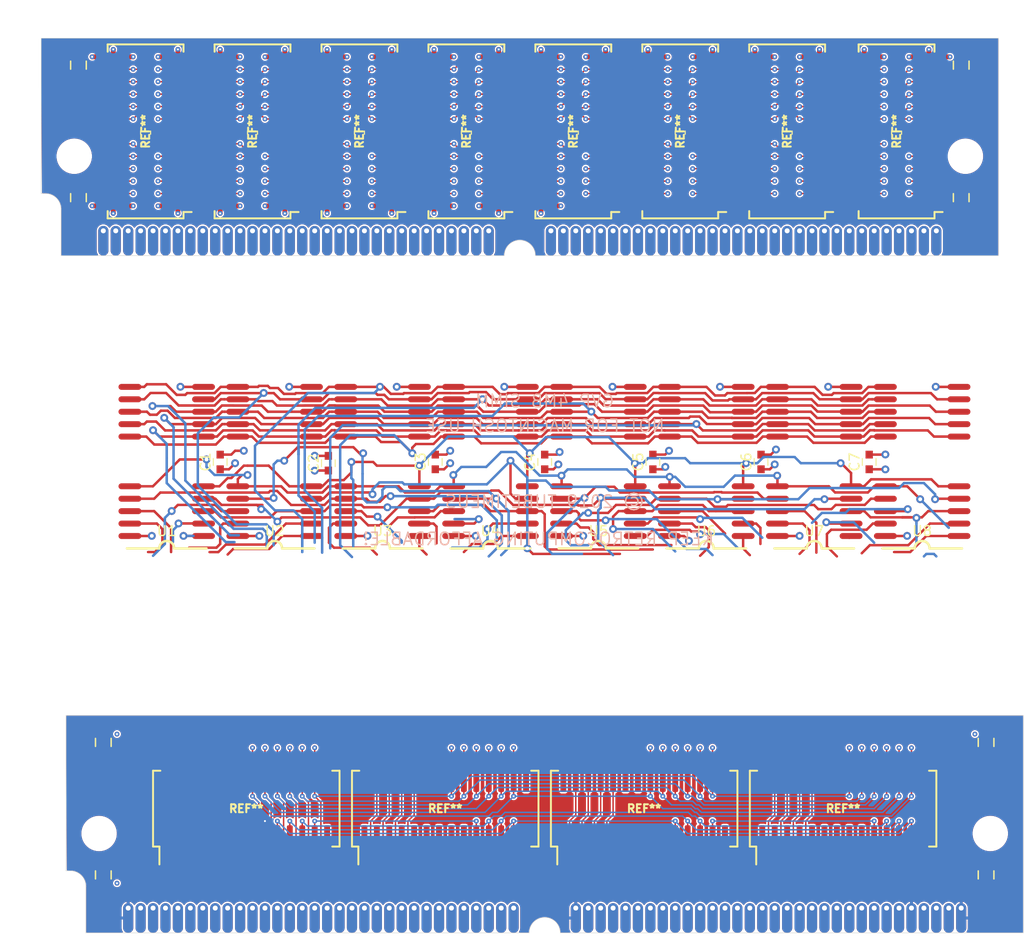
<source format=kicad_pcb>
(kicad_pcb (version 20221018) (generator pcbnew)
  (layers (0 "F.Cu" signal) (1 "In1.Cu" power) (2 "In2.Cu" power) (31 "B.Cu" signal) (34 "B.Paste" user) (35 "F.Paste" user) (36 "B.SilkS" user "B.Silkscreen") (37 "F.SilkS" user "F.Silkscreen") (38 "B.Mask" user) (39 "F.Mask" user) (44 "Edge.Cuts" user))
  (net 0 "")
  (net 1 "GND")
  (net 2 "/DQ0")
  (net 3 "/DQ1")
  (net 4 "/DQ2")
  (net 5 "/DQ3")
  (net 6 "/DQ4")
  (net 7 "/DQ5")
  (net 8 "/DQ6")
  (net 9 "/DQ7")
  (net 10 "VDD")
  (net 11 "/A0")
  (net 12 "/A1")
  (net 13 "/A2")
  (net 14 "/A3")
  (net 15 "/A4")
  (net 16 "/A5")
  (net 17 "/A6")
  (net 18 "/A7")
  (net 19 "/A8")
  (net 20 "/A9")
  (net 21 "/DQ8")
  (net 22 "/DQ9")
  (net 23 "/DQ10")
  (net 24 "/DQ11")
  (net 25 "/DQ12")
  (net 26 "/DQ13")
  (net 27 "/DQ14")
  (net 28 "/DQ15")
  (net 29 "/~{WE0}")
  (net 30 "/~{CAS0}")
  (net 31 "/~{CAS1}")
  (net 32 "/~{CAS2}")
  (net 33 "/~{CAS3}")
  (net 34 "/~{RAS0}")
  (net 35 "/~{RAS1}")
  (net 36 "/~{WE1}")
  (net 37 "/~{WE2}")
  (net 38 "/DQ16")
  (net 39 "/DQ17")
  (net 40 "/DQ18")
  (net 41 "/DQ19")
  (net 42 "/DQ20")
  (net 43 "/DQ21")
  (net 44 "/DQ22")
  (net 45 "/DQ23")
  (net 46 "/DQ24")
  (net 47 "/DQ25")
  (net 48 "/DQ26")
  (net 49 "/DQ27")
  (net 50 "/DQ28")
  (net 51 "/DQ29")
  (net 52 "/DQ30")
  (net 53 "/DQ31")
  (net 54 "/~{WE3}")
  (net 55 "Net-(J1-Pad61)")
  (net 56 "/~{OE}")
  (footprint "Active:SOJ127P851X356-20_alt" (layer "F.Cu") (at 135.8392 40.7162 180)
    (fp_text reference "U3")
    (fp_text value "HM514400_alt")
  )
  (footprint "Active:SOJ127P851X356-20_alt" (layer "F.Cu") (at 146.8628 40.7162 180)
    (fp_text reference "U4")
    (fp_text value "HM514400_alt")
  )
  (footprint "Active:SOJ127P851X356-20_alt" (layer "F.Cu") (at 157.8864 40.7162 180)
    (fp_text reference "U5")
    (fp_text value "HM514400_alt")
  )
  (footprint "Active:SOJ127P851X356-20_alt" (layer "F.Cu") (at 168.91 40.7162 180)
    (fp_text reference "U6")
    (fp_text value "HM514400_alt")
  )
  (footprint "Active:SOJ127P851X356-20_alt" (layer "F.Cu") (at 179.9336 40.7162 180)
    (fp_text reference "U7")
    (fp_text value "HM514400_alt")
  )
  (footprint "Active:SOJ127P851X356-20_alt" (layer "F.Cu") (at 190.9572 40.7162 180)
    (fp_text reference "U8")
    (fp_text value "HM514400_alt")
  )
  (footprint "Active:SOJ127P851X356-20_alt" (layer "F.Cu") (at 124.8156 40.7162 180)
    (fp_text reference "U2")
    (fp_text value "HM514400_alt")
  )
  (footprint "Conn:EDGE_SIMM_64_127" (layer "F.Cu") (at 152.4 88.9)
    (fp_text reference "J1" hide)
    (fp_text value "SIMM64_EDGE")
  )
  (footprint "Conn:MH_125" (layer "F.Cu") (at 106.8832 78.74)
    (fp_text reference "H1" hide)
    (fp_text value "MountingHole" hide)
  )
  (footprint "Conn:MH_125" (layer "F.Cu") (at 197.9168 78.74)
    (fp_text reference "H2" hide)
    (fp_text value "MountingHole" hide)
  )
  (footprint "Passive:CAPC1608X100" (layer "F.Cu") (at 119.253 40.767 90)
    (fp_text reference "C1")
    (fp_text value "0.22")
  )
  (footprint "Passive:CAPC1608X100" (layer "F.Cu") (at 130.302 40.894 90)
    (fp_text reference "C2")
    (fp_text value "0.22")
  )
  (footprint "Passive:CAPC1608X100" (layer "F.Cu") (at 141.224 40.767 90)
    (fp_text reference "C3")
    (fp_text value "0.22")
  )
  (footprint "Passive:CAPC1608X100" (layer "F.Cu") (at 152.4 40.767 90)
    (fp_text reference "C4")
    (fp_text value "0.22")
  )
  (footprint "Passive:CAPC1608X100" (layer "F.Cu") (at 163.449 40.767 90)
    (fp_text reference "C5")
    (fp_text value "0.22")
  )
  (footprint "Passive:CAPC1608X100" (layer "F.Cu") (at 174.498 40.767 90)
    (fp_text reference "C6")
    (fp_text value "0.22")
  )
  (footprint "Passive:CAPC1608X100" (layer "F.Cu") (at 185.547 40.767 90)
    (fp_text reference "C7")
    (fp_text value "0.22")
  )
  (footprint "Active:SOJ127P851X356-20_alt" (layer "F.Cu") (at 113.792 40.7162 180)
    (fp_text reference "U1")
    (fp_text value "HM514400_alt")
  )
  (footprint "stdpads:C_0805" (layer "F.Cu") (at 107.315 69.43 -90)
    (fp_text reference "REF**")
    (fp_text value "C_0805")
  )
  (footprint "stdpads:C_0805" (layer "F.Cu") (at 107.315 82.97 90)
    (fp_text reference "REF**")
    (fp_text value "C_0805")
  )
  (footprint "stdpads:C_0805" (layer "F.Cu") (at 197.485 82.97 90)
    (fp_text reference "REF**")
    (fp_text value "C_0805")
  )
  (footprint "stdpads:C_0805" (layer "F.Cu") (at 197.485 69.43 -90)
    (fp_text reference "REF**")
    (fp_text value "C_0805")
  )
  (footprint "stdpads:SOJ-28-300mil" (layer "F.Cu") (at 121.92 76.2 90)
    (fp_text reference "REF**")
    (fp_text value "SOJ-28-300mil")
  )
  (footprint "stdpads:SOJ-28-300mil" (layer "F.Cu") (at 142.24 76.2 90)
    (fp_text reference "REF**")
    (fp_text value "SOJ-28-300mil")
  )
  (footprint "stdpads:SOJ-28-300mil" (layer "F.Cu") (at 162.56 76.2 90)
    (fp_text reference "REF**")
    (fp_text value "SOJ-28-300mil")
  )
  (footprint "stdpads:SOJ-28-300mil" (layer "F.Cu") (at 182.88 76.2 90)
    (fp_text reference "REF**")
    (fp_text value "SOJ-28-300mil")
  )
  (footprint "stdpads:C_0603" (layer "F.Cu") (at 133.477 7.112 90)
    (fp_text reference "REF**")
    (fp_text value "C_0603")
  )
  (footprint "stdpads:C_0603" (layer "F.Cu") (at 188.341 7.112 90)
    (fp_text reference "REF**")
    (fp_text value "C_0603")
  )
  (footprint "stdpads:C_0603" (layer "F.Cu") (at 122.555 7.112 90)
    (fp_text reference "REF**")
    (fp_text value "C_0603")
  )
  (footprint "stdpads:C_0603" (layer "F.Cu") (at 111.633 7.112 90)
    (fp_text reference "REF**")
    (fp_text value "C_0603")
  )
  (footprint "Conn:MH_125" (layer "F.Cu") (at 195.3768 9.525)
    (fp_text reference "H2" hide)
    (fp_text value "MountingHole" hide)
  )
  (footprint "stdpads:C_0805" (layer "F.Cu") (at 194.945 0.215 -90)
    (fp_text reference "REF**")
    (fp_text value "C_0805")
  )
  (footprint "stdpads:C_0805" (layer "F.Cu") (at 194.945 13.755 90)
    (fp_text reference "REF**")
    (fp_text value "C_0805")
  )
  (footprint "stdpads:C_0805" (layer "F.Cu") (at 104.775 13.755 90)
    (fp_text reference "REF**")
    (fp_text value "C_0805")
  )
  (footprint "Conn:EDGE_SIMM_64_127" (layer "F.Cu") (at 149.86 19.685)
    (fp_text reference "J1" hide)
    (fp_text value "SIMM64_EDGE")
  )
  (footprint "stdpads:C_0805" (layer "F.Cu") (at 104.775 0.215 -90)
    (fp_text reference "REF**")
    (fp_text value "C_0805")
  )
  (footprint "stdpads:C_0603" (layer "F.Cu") (at 166.243 7.112 90)
    (fp_text reference "REF**")
    (fp_text value "C_0603")
  )
  (footprint "stdpads:C_0603" (layer "F.Cu") (at 144.399 7.112 90)
    (fp_text reference "REF**")
    (fp_text value "C_0603")
  )
  (footprint "stdpads:C_0603" (layer "F.Cu") (at 155.321 7.112 90)
    (fp_text reference "REF**")
    (fp_text value "C_0603")
  )
  (footprint "stdpads:C_0603" (layer "F.Cu") (at 177.165 7.112 90)
    (fp_text reference "REF**")
    (fp_text value "C_0603")
  )
  (footprint "stdpads:SOJ-24-26-300mil-Skinny" (layer "F.Cu") (at 111.633 6.985 180)
    (fp_text reference "REF**")
    (fp_text value "SOJ-24-26-300mil-Skinny")
  )
  (footprint "stdpads:SOJ-24-26-300mil-Skinny" (layer "F.Cu") (at 122.555 6.985 180)
    (fp_text reference "REF**")
    (fp_text value "SOJ-24-26-300mil-Skinny")
  )
  (footprint "stdpads:SOJ-24-26-300mil-Skinny" (layer "F.Cu") (at 133.477 6.985 180)
    (fp_text reference "REF**")
    (fp_text value "SOJ-24-26-300mil-Skinny")
  )
  (footprint "stdpads:SOJ-24-26-300mil-Skinny" (layer "F.Cu") (at 166.243 6.985 180)
    (fp_text reference "REF**")
    (fp_text value "SOJ-24-26-300mil-Skinny")
  )
  (footprint "stdpads:SOJ-24-26-300mil-Skinny" (layer "F.Cu") (at 144.399 6.985 180)
    (fp_text reference "REF**")
    (fp_text value "SOJ-24-26-300mil-Skinny")
  )
  (footprint "stdpads:SOJ-24-26-300mil-Skinny" (layer "F.Cu") (at 155.321 6.985 180)
    (fp_text reference "REF**")
    (fp_text value "SOJ-24-26-300mil-Skinny")
  )
  (footprint "stdpads:SOJ-24-26-300mil-Skinny" (layer "F.Cu") (at 177.165 6.985 180)
    (fp_text reference "REF**")
    (fp_text value "SOJ-24-26-300mil-Skinny")
  )
  (footprint "stdpads:SOJ-24-26-300mil-Skinny" (layer "F.Cu") (at 188.341 6.985 180)
    (fp_text reference "REF**")
    (fp_text value "SOJ-24-26-300mil-Skinny")
  )
  (footprint "Conn:MH_125" (layer "F.Cu") (at 104.3432 9.525)
    (fp_text reference "H1" hide)
    (fp_text value "MountingHole" hide)
  )
  (gr_arc (start 148.2725 19.685) (mid 149.86 18.0975) (end 151.4475 19.685) (stroke (width 0.05)) (layer "Edge.Cuts"))
  (gr_arc (start 101.4095 13.335) (mid 102.532032 13.799968) (end 102.997 14.9225) (stroke (width 0.05)) (layer "Edge.Cuts"))
  (gr_line (start 100.965 -2.54) (end 198.755 -2.54) (stroke (width 0.05)) (layer "Edge.Cuts"))
  (gr_line (start 100.965 13.335) (end 100.965 -2.54) (stroke (width 0.05)) (layer "Edge.Cuts"))
  (gr_line (start 198.755 19.685) (end 198.755 -2.54) (stroke (width 0.05)) (layer "Edge.Cuts"))
  (gr_line (start 151.4475 19.685) (end 198.755 19.685) (stroke (width 0.05)) (layer "Edge.Cuts"))
  (gr_line (start 102.997 19.685) (end 148.2725 19.685) (stroke (width 0.05)) (layer "Edge.Cuts"))
  (gr_line (start 102.997 14.9225) (end 102.997 19.685) (stroke (width 0.05)) (layer "Edge.Cuts"))
  (gr_line (start 100.965 13.335) (end 101.4095 13.335) (stroke (width 0.05)) (layer "Edge.Cuts"))
  (gr_arc (start 150.8125 88.9) (mid 152.4 87.3125) (end 153.9875 88.9) (stroke (width 0.05)) (layer "Edge.Cuts"))
  (gr_line (start 103.505 82.55) (end 103.9495 82.55) (stroke (width 0.05)) (layer "Edge.Cuts"))
  (gr_line (start 153.9875 88.9) (end 201.295 88.9) (stroke (width 0.05)) (layer "Edge.Cuts"))
  (gr_arc (start 103.9495 82.55) (mid 105.072032 83.014968) (end 105.537 84.1375) (stroke (width 0.05)) (layer "Edge.Cuts"))
  (gr_line (start 103.505 82.55) (end 103.505 66.675) (stroke (width 0.05)) (layer "Edge.Cuts"))
  (gr_line (start 105.537 88.9) (end 150.8125 88.9) (stroke (width 0.05)) (layer "Edge.Cuts"))
  (gr_line (start 103.505 66.675) (end 201.295 66.675) (stroke (width 0.05)) (layer "Edge.Cuts"))
  (gr_line (start 201.295 88.9) (end 201.295 66.675) (stroke (width 0.05)) (layer "Edge.Cuts"))
  (gr_line (start 105.537 84.1375) (end 105.537 88.9) (stroke (width 0.05)) (layer "Edge.Cuts"))
  (gr_text "GVP 4MB SIMM" (at 152.4 34.544) (layer "B.SilkS") (effects (font (size 1.27 1.27)) (justify mirror)))
  (gr_text "© 2019 TUBETIMEUS" (at 152.4 44.831) (layer "B.SilkS") (effects (font (size 1.27 1.27) (thickness 0.1524)) (justify mirror)))
  (gr_text "NOT FOR MACINTOSH USE" (at 152.4 37.084) (layer "B.SilkS") (effects (font (size 1.27 1.27) (thickness 0.1524)) (justify mirror)))
  (gr_text "KEEP RETROCOMPUTING AFFORDABLE!" (at 151.765 48.641) (layer "B.SilkS") (effects (font (size 1.27 1.27)) (justify mirror)))
  (segment (start 167.386 3.81) (end 171.45 3.81) (width 0.15) (layer "F.Cu") (net 0))
  (segment (start 160.528 5.08) (end 161.163 5.715) (width 0.15) (layer "F.Cu") (net 0))
  (segment (start 161.036 3.81) (end 166.878 3.81) (width 0.15) (layer "F.Cu") (net 0))
  (segment (start 150.114 5.08) (end 154.178 5.08) (width 0.15) (layer "F.Cu") (net 0))
  (segment (start 169.693 0.635) (end 171.323 0.635) (width 0.15) (layer "F.Cu") (net 0))
  (segment (start 154.051 4.445) (end 154.305 4.191) (width 0.15) (layer "F.Cu") (net 0))
  (segment (start 154.178 6.35) (end 155.067 5.461) (width 0.15) (layer "F.Cu") (net 0))
  (segment (start 150.114 3.81) (end 155.956 3.81) (width 0.15) (layer "F.Cu") (net 0))
  (segment (start 162.943 5.715) (end 164.973 5.715) (width 0.15) (layer "F.Cu") (net 0))
  (segment (start 161.163 4.445) (end 162.793 4.445) (width 0.15) (layer "F.Cu") (net 0))
  (segment (start 167.005 4.191) (end 167.386 3.81) (width 0.15) (layer "F.Cu") (net 0))
  (segment (start 150.114 2.54) (end 155.956 2.54) (width 0.15) (layer "F.Cu") (net 0))
  (segment (start 171.323 4.445) (end 171.958 5.08) (width 0.15) (layer "F.Cu") (net 0))
  (segment (start 166.878 1.27) (end 167.513 0.635) (width 0.15) (layer "F.Cu") (net 0))
  (segment (start 158.771 0.635) (end 160.401 0.635) (width 0.15) (layer "F.Cu") (net 0))
  (segment (start 155.956 1.27) (end 156.591 0.635) (width 0.15) (layer "F.Cu") (net 0))
  (segment (start 152.021 3.175) (end 154.051 3.175) (width 0.15) (layer "F.Cu") (net 0))
  (segment (start 160.401 3.175) (end 161.036 3.81) (width 0.15) (layer "F.Cu") (net 0))
  (segment (start 165.608 5.08) (end 171.45 5.08) (width 0.15) (layer "F.Cu") (net 0))
  (segment (start 169.693 3.175) (end 171.323 3.175) (width 0.15) (layer "F.Cu") (net 0))
  (segment (start 169.543 1.905) (end 167.513 1.905) (width 0.15) (layer "F.Cu") (net 0))
  (segment (start 158.771 3.175) (end 160.401 3.175) (width 0.15) (layer "F.Cu") (net 0))
  (segment (start 169.693 1.905) (end 171.323 1.905) (width 0.15) (layer "F.Cu") (net 0))
  (segment (start 165.989 5.461) (end 167.259 5.461) (width 0.15) (layer "F.Cu") (net 0))
  (segment (start 171.45 3.81) (end 172.085 4.445) (width 0.15) (layer "F.Cu") (net 0))
  (segment (start 158.771 5.715) (end 160.401 5.715) (width 0.15) (layer "F.Cu") (net 0))
  (segment (start 161.036 2.54) (end 166.878 2.54) (width 0.15) (layer "F.Cu") (net 0))
  (segment (start 123.19 3.81) (end 123.825 3.175) (width 0.15) (layer "F.Cu") (net 0))
  (segment (start 152.021 0.635) (end 154.051 0.635) (width 0.15) (layer "F.Cu") (net 0))
  (segment (start 172.085 4.445) (end 173.715 4.445) (width 0.15) (layer "F.Cu") (net 0))
  (segment (start 167.259 5.461) (end 167.513 5.715) (width 0.15) (layer "F.Cu") (net 0))
  (segment (start 158.621 4.445) (end 156.591 4.445) (width 0.15) (layer "F.Cu") (net 0))
  (segment (start 150.114 1.27) (end 155.956 1.27) (width 0.15) (layer "F.Cu") (net 0))
  (segment (start 161.036 1.27) (end 166.878 1.27) (width 0.15) (layer "F.Cu") (net 0))
  (segment (start 162.943 3.175) (end 164.973 3.175) (width 0.15) (layer "F.Cu") (net 0))
  (segment (start 158.621 5.715) (end 156.591 5.715) (width 0.15) (layer "F.Cu") (net 0))
  (segment (start 171.45 5.08) (end 172.085 5.715) (width 0.15) (layer "F.Cu") (net 0))
  (segment (start 161.036 5.08) (end 165.1 5.08) (width 0.15) (layer "F.Cu") (net 0))
  (segment (start 158.771 4.445) (end 160.401 4.445) (width 0.15) (layer "F.Cu") (net 0))
  (segment (start 155.067 5.461) (end 156.337 5.461) (width 0.15) (layer "F.Cu") (net 0))
  (segment (start 169.543 0.635) (end 167.513 0.635) (width 0.15) (layer "F.Cu") (net 0))
  (segment (start 154.686 5.08) (end 160.528 5.08) (width 0.15) (layer "F.Cu") (net 0))
  (segment (start 155.956 2.54) (end 156.591 1.905) (width 0.15) (layer "F.Cu") (net 0))
  (segment (start 171.323 5.715) (end 171.958 6.35) (width 0.15) (layer "F.Cu") (net 0))
  (segment (start 165.1 6.35) (end 165.989 5.461) (width 0.15) (layer "F.Cu") (net 0))
  (segment (start 158.771 1.905) (end 160.401 1.905) (width 0.15) (layer "F.Cu") (net 0))
  (segment (start 169.543 3.175) (end 167.513 3.175) (width 0.15) (layer "F.Cu") (net 0))
  (segment (start 160.401 4.445) (end 161.036 5.08) (width 0.15) (layer "F.Cu") (net 0))
  (segment (start 165.227 4.191) (end 167.005 4.191) (width 0.15) (layer "F.Cu") (net 0))
  (segment (start 166.878 3.81) (end 167.513 3.175) (width 0.15) (layer "F.Cu") (net 0))
  (segment (start 156.083 4.191) (end 156.464 3.81) (width 0.15) (layer "F.Cu") (net 0))
  (segment (start 160.528 3.81) (end 161.163 4.445) (width 0.15) (layer "F.Cu") (net 0))
  (segment (start 152.021 5.715) (end 154.051 5.715) (width 0.15) (layer "F.Cu") (net 0))
  (segment (start 117.348 3.81) (end 123.19 3.81) (width 0.15) (layer "F.Cu") (net 0))
  (segment (start 169.693 5.715) (end 171.323 5.715) (width 0.15) (layer "F.Cu") (net 0))
  (segment (start 165.1 5.08) (end 165.608 4.572) (width 0.15) (layer "F.Cu") (net 0))
  (segment (start 158.621 3.175) (end 156.591 3.175) (width 0.15) (layer "F.Cu") (net 0))
  (segment (start 169.693 4.445) (end 171.323 4.445) (width 0.15) (layer "F.Cu") (net 0))
  (segment (start 162.943 0.635) (end 164.973 0.635) (width 0.15) (layer "F.Cu") (net 0))
  (segment (start 169.543 5.715) (end 167.513 5.715) (width 0.15) (layer "F.Cu") (net 0))
  (segment (start 154.305 4.191) (end 156.083 4.191) (width 0.15) (layer "F.Cu") (net 0))
  (segment (start 171.323 3.175) (end 171.958 3.81) (width 0.15) (layer "F.Cu") (net 0))
  (segment (start 164.973 4.445) (end 165.227 4.191) (width 0.15) (layer "F.Cu") (net 0))
  (segment (start 156.337 5.461) (end 156.591 5.715) (width 0.15) (layer "F.Cu") (net 0))
  (segment (start 171.323 0.635) (end 171.958 1.27) (width 0.15) (layer "F.Cu") (net 0))
  (segment (start 171.323 1.905) (end 171.958 2.54) (width 0.15) (layer "F.Cu") (net 0))
  (segment (start 169.543 4.445) (end 167.513 4.445) (width 0.15) (layer "F.Cu") (net 0))
  (segment (start 155.956 3.81) (end 156.591 3.175) (width 0.15) (layer "F.Cu") (net 0))
  (segment (start 166.878 2.54) (end 167.513 1.905) (width 0.15) (layer "F.Cu") (net 0))
  (segment (start 180.465 1.905) (end 178.435 1.905) (width 0.15) (layer "F.Cu") (net 0))
  (segment (start 147.699 0.635) (end 145.669 0.635) (width 0.15) (layer "F.Cu") (net 0))
  (segment (start 171.958 2.54) (end 177.8 2.54) (width 0.15) (layer "F.Cu") (net 0))
  (segment (start 183.007 4.445) (end 184.637 4.445) (width 0.15) (layer "F.Cu") (net 0))
  (segment (start 173.865 0.635) (end 175.895 0.635) (width 0.15) (layer "F.Cu") (net 0))
  (segment (start 171.958 1.27) (end 177.8 1.27) (width 0.15) (layer "F.Cu") (net 0))
  (segment (start 177.8 3.81) (end 178.435 3.175) (width 0.15) (layer "F.Cu") (net 0))
  (segment (start 180.615 0.635) (end 182.245 0.635) (width 0.15) (layer "F.Cu") (net 0))
  (segment (start 180.615 1.905) (end 182.245 1.905) (width 0.15) (layer "F.Cu") (net 0))
  (segment (start 149.479 5.715) (end 150.114 6.35) (width 0.15) (layer "F.Cu") (net 0))
  (segment (start 139.192 6.35) (end 143.256 6.35) (width 0.15) (layer "F.Cu") (net 0))
  (segment (start 145.542 4.572) (end 145.669 4.445) (width 0.15) (layer "F.Cu") (net 0))
  (segment (start 176.022 5.08) (end 176.53 4.572) (width 0.15) (layer "F.Cu") (net 0))
  (segment (start 171.958 5.08) (end 176.022 5.08) (width 0.15) (layer "F.Cu") (net 0))
  (segment (start 180.465 3.175) (end 178.435 3.175) (width 0.15) (layer "F.Cu") (net 0))
  (segment (start 143.256 5.08) (end 143.764 4.572) (width 0.15) (layer "F.Cu") (net 0))
  (segment (start 141.099 4.445) (end 143.129 4.445) (width 0.15) (layer "F.Cu") (net 0))
  (segment (start 147.699 1.905) (end 145.669 1.905) (width 0.15) (layer "F.Cu") (net 0))
  (segment (start 141.099 1.905) (end 143.129 1.905) (width 0.15) (layer "F.Cu") (net 0))
  (segment (start 180.615 4.445) (end 182.245 4.445) (width 0.15) (layer "F.Cu") (net 0))
  (segment (start 150.241 5.715) (end 151.871 5.715) (width 0.15) (layer "F.Cu") (net 0))
  (segment (start 173.865 5.715) (end 175.895 5.715) (width 0.15) (layer "F.Cu") (net 0))
  (segment (start 182.245 0.635) (end 182.88 1.27) (width 0.15) (layer "F.Cu") (net 0))
  (segment (start 175.895 4.445) (end 176.149 4.191) (width 0.15) (layer "F.Cu") (net 0))
  (segment (start 176.911 5.461) (end 178.181 5.461) (width 0.15) (layer "F.Cu") (net 0))
  (segment (start 182.372 3.81) (end 183.007 4.445) (width 0.15) (layer "F.Cu") (net 0))
  (segment (start 182.372 5.08) (end 183.007 5.715) (width 0.15) (layer "F.Cu") (net 0))
  (segment (start 173.865 1.905) (end 175.895 1.905) (width 0.15) (layer "F.Cu") (net 0))
  (segment (start 176.53 4.572) (end 178.308 4.572) (width 0.15) (layer "F.Cu") (net 0))
  (segment (start 143.764 4.572) (end 145.542 4.572) (width 0.15) (layer "F.Cu") (net 0))
  (segment (start 171.958 6.35) (end 176.022 6.35) (width 0.15) (layer "F.Cu") (net 0))
  (segment (start 149.479 0.635) (end 150.114 1.27) (width 0.15) (layer "F.Cu") (net 0))
  (segment (start 180.465 0.635) (end 178.435 0.635) (width 0.15) (layer "F.Cu") (net 0))
  (segment (start 149.479 1.905) (end 150.114 2.54) (width 0.15) (layer "F.Cu") (net 0))
  (segment (start 145.542 3.81) (end 149.606 3.81) (width 0.15) (layer "F.Cu") (net 0))
  (segment (start 143.129 5.715) (end 143.764 5.08) (width 0.15) (layer "F.Cu") (net 0))
  (segment (start 143.383 4.191) (end 145.161 4.191) (width 0.15) (layer "F.Cu") (net 0))
  (segment (start 149.606 0) (end 150.241 0.635) (width 0.15) (layer "F.Cu") (net 0))
  (segment (start 150.241 4.445) (end 151.871 4.445) (width 0.15) (layer "F.Cu") (net 0))
  (segment (start 175.895 5.715) (end 176.53 5.08) (width 0.15) (layer "F.Cu") (net 0))
  (segment (start 182.245 1.905) (end 182.88 2.54) (width 0.15) (layer "F.Cu") (net 0))
  (segment (start 147.849 4.445) (end 149.479 4.445) (width 0.15) (layer "F.Cu") (net 0))
  (segment (start 178.308 4.572) (end 178.435 4.445) (width 0.15) (layer "F.Cu") (net 0))
  (segment (start 176.53 5.08) (end 182.372 5.08) (width 0.15) (layer "F.Cu") (net 0))
  (segment (start 180.615 3.175) (end 182.245 3.175) (width 0.15) (layer "F.Cu") (net 0))
  (segment (start 176.149 4.191) (end 177.927 4.191) (width 0.15) (layer "F.Cu") (net 0))
  (segment (start 171.958 3.81) (end 177.8 3.81) (width 0.15) (layer "F.Cu") (net 0))
  (segment (start 177.927 4.191) (end 178.308 3.81) (width 0.15) (layer "F.Cu") (net 0))
  (segment (start 177.8 1.27) (end 178.435 0.635) (width 0.15) (layer "F.Cu") (net 0))
  (segment (start 178.181 5.461) (end 178.435 5.715) (width 0.15) (layer "F.Cu") (net 0))
  (segment (start 149.479 4.445) (end 150.114 5.08) (width 0.15) (layer "F.Cu") (net 0))
  (segment (start 173.865 3.175) (end 175.895 3.175) (width 0.15) (layer "F.Cu") (net 0))
  (segment (start 145.034 1.27) (end 145.669 0.635) (width 0.15) (layer "F.Cu") (net 0))
  (segment (start 176.022 6.35) (end 176.911 5.461) (width 0.15) (layer "F.Cu") (net 0))
  (segment (start 173.865 4.445) (end 175.895 4.445) (width 0.15) (layer "F.Cu") (net 0))
  (segment (start 145.161 4.191) (end 145.542 3.81) (width 0.15) (layer "F.Cu") (net 0))
  (segment (start 182.245 4.445) (end 182.88 5.08) (width 0.15) (layer "F.Cu") (net 0))
  (segment (start 143.256 6.35) (end 144.145 5.461) (width 0.15) (layer "F.Cu") (net 0))
  (segment (start 145.415 5.461) (end 145.669 5.715) (width 0.15) (layer "F.Cu") (net 0))
  (segment (start 180.465 4.445) (end 178.435 4.445) (width 0.15) (layer "F.Cu") (net 0))
  (segment (start 177.8 2.54) (end 178.435 1.905) (width 0.15) (layer "F.Cu") (net 0))
  (segment (start 180.465 5.715) (end 178.435 5.715) (width 0.15) (layer "F.Cu") (net 0))
  (segment (start 183.007 5.715) (end 184.637 5.715) (width 0.15) (layer "F.Cu") (net 0))
  (segment (start 182.245 3.175) (end 182.88 3.81) (width 0.15) (layer "F.Cu") (net 0))
  (segment (start 147.849 3.175) (end 149.479 3.175) (width 0.15) (layer "F.Cu") (net 0))
  (segment (start 178.308 3.81) (end 182.372 3.81) (width 0.15) (layer "F.Cu") (net 0))
  (segment (start 143.129 0.635) (end 143.383 0.381) (width 0.15) (layer "F.Cu") (net 0))
  (segment (start 141.099 0.635) (end 143.129 0.635) (width 0.15) (layer "F.Cu") (net 0))
  (segment (start 149.606 3.81) (end 150.241 4.445) (width 0.15) (layer "F.Cu") (net 0))
  (segment (start 143.383 0.381) (end 145.161 0.381) (width 0.15) (layer "F.Cu") (net 0))
  (segment (start 139.192 5.08) (end 143.256 5.08) (width 0.15) (layer "F.Cu") (net 0))
  (segment (start 143.764 5.08) (end 149.606 5.08) (width 0.15) (layer "F.Cu") (net 0))
  (segment (start 139.192 2.54) (end 145.034 2.54) (width 0.15) (layer "F.Cu") (net 0))
  (segment (start 141.099 5.715) (end 143.129 5.715) (width 0.15) (layer "F.Cu") (net 0))
  (segment (start 144.145 5.461) (end 145.415 5.461) (width 0.15) (layer "F.Cu") (net 0))
  (segment (start 147.699 5.715) (end 145.669 5.715) (width 0.15) (layer "F.Cu") (net 0))
  (segment (start 145.034 2.54) (end 145.669 1.905) (width 0.15) (layer "F.Cu") (net 0))
  (segment (start 126.005 1.905) (end 127.635 1.905) (width 0.15) (layer "F.Cu") (net 0))
  (segment (start 147.849 1.905) (end 149.479 1.905) (width 0.15) (layer "F.Cu") (net 0))
  (segment (start 141.099 3.175) (end 143.129 3.175) (width 0.15) (layer "F.Cu") (net 0))
  (segment (start 150.241 0.635) (end 151.871 0.635) (width 0.15) (layer "F.Cu") (net 0))
  (segment (start 147.699 3.175) (end 145.669 3.175) (width 0.15) (layer "F.Cu") (net 0))
  (segment (start 147.699 4.445) (end 145.669 4.445) (width 0.15) (layer "F.Cu") (net 0))
  (segment (start 127.635 1.905) (end 128.27 2.54) (width 0.15) (layer "F.Cu") (net 0))
  (segment (start 145.542 0) (end 149.606 0) (width 0.15) (layer "F.Cu") (net 0))
  (segment (start 143.129 4.445) (end 143.383 4.191) (width 0.15) (layer "F.Cu") (net 0))
  (segment (start 147.849 0.635) (end 149.479 0.635) (width 0.15) (layer "F.Cu") (net 0))
  (segment (start 147.849 5.715) (end 149.479 5.715) (width 0.15) (layer "F.Cu") (net 0))
  (segment (start 149.606 5.08) (end 150.241 5.715) (width 0.15) (layer "F.Cu") (net 0))
  (segment (start 145.034 3.81) (end 145.669 3.175) (width 0.15) (layer "F.Cu") (net 0))
  (segment (start 145.161 0.381) (end 145.542 0) (width 0.15) (layer "F.Cu") (net 0))
  (segment (start 149.479 3.175) (end 150.114 3.81) (width 0.15) (layer "F.Cu") (net 0))
  (segment (start 139.192 3.81) (end 145.034 3.81) (width 0.15) (layer "F.Cu") (net 0))
  (segment (start 139.192 1.27) (end 145.034 1.27) (width 0.15) (layer "F.Cu") (net 0))
  (segment (start 123.698 4.572) (end 123.825 4.445) (width 0.15) (layer "F.Cu") (net 0))
  (segment (start 117.348 5.08) (end 121.412 5.08) (width 0.15) (layer "F.Cu") (net 0))
  (segment (start 121.92 4.572) (end 123.698 4.572) (width 0.15) (layer "F.Cu") (net 0))
  (segment (start 115.083 4.445) (end 116.713 4.445) (width 0.15) (layer "F.Cu") (net 0))
  (segment (start 116.713 4.445) (end 117.348 5.08) (width 0.15) (layer "F.Cu") (net 0))
  (segment (start 121.412 5.08) (end 121.92 4.572) (width 0.15) (layer "F.Cu") (net 0))
  (segment (start 175.895 0.635) (end 177.673 0.635) (width 0.15) (layer "F.Cu") (net 0))
  (segment (start 121.539 4.191) (end 123.317 4.191) (width 0.15) (layer "F.Cu") (net 0))
  (segment (start 188.976 5.08) (end 189.611 4.445) (width 0.15) (layer "F.Cu") (net 0))
  (segment (start 177.673 0.635) (end 178.308 0) (width 0.15) (layer "F.Cu") (net 0))
  (segment (start 123.317 4.191) (end 123.698 3.81) (width 0.15) (layer "F.Cu") (net 0))
  (segment (start 178.308 0) (end 182.372 0) (width 0.15) (layer "F.Cu") (net 0))
  (segment (start 121.285 4.445) (end 121.539 4.191) (width 0.15) (layer "F.Cu") (net 0))
  (segment (start 183.007 0.635) (end 184.637 0.635) (width 0.15) (layer "F.Cu") (net 0))
  (segment (start 182.88 5.08) (end 188.976 5.08) (width 0.15) (layer "F.Cu") (net 0))
  (segment (start 182.372 0) (end 183.007 0.635) (width 0.15) (layer "F.Cu") (net 0))
  (segment (start 123.19 1.27) (end 123.825 0.635) (width 0.15) (layer "F.Cu") (net 0))
  (segment (start 117.475 5.715) (end 119.105 5.715) (width 0.15) (layer "F.Cu") (net 0))
  (segment (start 110.998 5.08) (end 116.84 5.08) (width 0.15) (layer "F.Cu") (net 0))
  (segment (start 116.713 0.635) (end 117.348 1.27) (width 0.15) (layer "F.Cu") (net 0))
  (segment (start 115.083 0.635) (end 116.713 0.635) (width 0.15) (layer "F.Cu") (net 0))
  (segment (start 110.363 5.715) (end 110.998 5.08) (width 0.15) (layer "F.Cu") (net 0))
  (segment (start 117.348 1.27) (end 123.19 1.27) (width 0.15) (layer "F.Cu") (net 0))
  (segment (start 116.84 5.08) (end 117.475 5.715) (width 0.15) (layer "F.Cu") (net 0))
  (segment (start 182.372 1.27) (end 183.007 1.905) (width 0.15) (layer "F.Cu") (net 0))
  (segment (start 175.895 3.175) (end 177.673 3.175) (width 0.15) (layer "F.Cu") (net 0))
  (segment (start 187.833 5.715) (end 189.611 5.715) (width 0.15) (layer "F.Cu") (net 0))
  (segment (start 132.207 3.175) (end 133.985 3.175) (width 0.15) (layer "F.Cu") (net 0))
  (segment (start 138.684 2.54) (end 139.319 3.175) (width 0.15) (layer "F.Cu") (net 0))
  (segment (start 187.198 6.35) (end 187.833 5.715) (width 0.15) (layer "F.Cu") (net 0))
  (segment (start 182.372 2.54) (end 183.007 3.175) (width 0.15) (layer "F.Cu") (net 0))
  (segment (start 183.007 1.905) (end 184.637 1.905) (width 0.15) (layer "F.Cu") (net 0))
  (segment (start 177.673 3.175) (end 178.308 2.54) (width 0.15) (layer "F.Cu") (net 0))
  (segment (start 182.88 6.35) (end 187.198 6.35) (width 0.15) (layer "F.Cu") (net 0))
  (segment (start 178.308 1.27) (end 182.372 1.27) (width 0.15) (layer "F.Cu") (net 0))
  (segment (start 183.007 3.175) (end 184.637 3.175) (width 0.15) (layer "F.Cu") (net 0))
  (segment (start 134.62 2.54) (end 138.684 2.54) (width 0.15) (layer "F.Cu") (net 0))
  (segment (start 177.673 1.905) (end 178.308 1.27) (width 0.15) (layer "F.Cu") (net 0))
  (segment (start 178.308 2.54) (end 182.372 2.54) (width 0.15) (layer "F.Cu") (net 0))
  (segment (start 139.319 3.175) (end 140.949 3.175) (width 0.15) (layer "F.Cu") (net 0))
  (segment (start 180.615 5.715) (end 182.245 5.715) (width 0.15) (layer "F.Cu") (net 0))
  (segment (start 133.985 3.175) (end 134.62 2.54) (width 0.15) (layer "F.Cu") (net 0))
  (segment (start 175.895 1.905) (end 177.673 1.905) (width 0.15) (layer "F.Cu") (net 0))
  (segment (start 182.245 5.715) (end 182.88 6.35) (width 0.15) (layer "F.Cu") (net 0))
  (segment (start 155.829 3.175) (end 156.464 2.54) (width 0.15) (layer "F.Cu") (net 0))
  (segment (start 167.386 2.54) (end 171.45 2.54) (width 0.15) (layer "F.Cu") (net 0))
  (segment (start 160.528 2.54) (end 161.163 3.175) (width 0.15) (layer "F.Cu") (net 0))
  (segment (start 156.464 2.54) (end 160.528 2.54) (width 0.15) (layer "F.Cu") (net 0))
  (segment (start 161.163 3.175) (end 162.793 3.175) (width 0.15) (layer "F.Cu") (net 0))
  (segment (start 154.051 3.175) (end 155.829 3.175) (width 0.15) (layer "F.Cu") (net 0))
  (segment (start 166.751 3.175) (end 167.386 2.54) (width 0.15) (layer "F.Cu") (net 0))
  (segment (start 171.45 2.54) (end 172.085 3.175) (width 0.15) (layer "F.Cu") (net 0))
  (segment (start 164.973 3.175) (end 166.751 3.175) (width 0.15) (layer "F.Cu") (net 0))
  (segment (start 172.085 3.175) (end 173.715 3.175) (width 0.15) (layer "F.Cu") (net 0))
  (segment (start 158.621 1.905) (end 156.591 1.905) (width 0.15) (layer "F.Cu") (net 0))
  (segment (start 132.842 5.08) (end 138.684 5.08) (width 0.15) (layer "F.Cu") (net 0))
  (segment (start 160.401 0.635) (end 161.036 1.27) (width 0.15) (layer "F.Cu") (net 0))
  (segment (start 134.112 3.81) (end 134.747 3.175) (width 0.15) (layer "F.Cu") (net 0))
  (segment (start 136.777 4.445) (end 134.747 4.445) (width 0.15) (layer "F.Cu") (net 0))
  (segment (start 128.27 2.54) (end 134.112 2.54) (width 0.15) (layer "F.Cu") (net 0))
  (segment (start 138.557 3.175) (end 139.192 3.81) (width 0.15) (layer "F.Cu") (net 0))
  (segment (start 136.777 5.715) (end 134.747 5.715) (width 0.15) (layer "F.Cu") (net 0))
  (segment (start 128.397 5.715) (end 130.027 5.715) (width 0.15) (layer "F.Cu") (net 0))
  (segment (start 160.401 1.905) (end 161.036 2.54) (width 0.15) (layer "F.Cu") (net 0))
  (segment (start 136.927 0.635) (end 138.557 0.635) (width 0.15) (layer "F.Cu") (net 0))
  (segment (start 133.223 5.461) (end 134.493 5.461) (width 0.15) (layer "F.Cu") (net 0))
  (segment (start 136.927 5.715) (end 138.557 5.715) (width 0.15) (layer "F.Cu") (net 0))
  (segment (start 128.27 1.27) (end 134.112 1.27) (width 0.15) (layer "F.Cu") (net 0))
  (segment (start 128.27 5.08) (end 132.334 5.08) (width 0.15) (layer "F.Cu") (net 0))
  (segment (start 134.112 2.54) (end 134.747 1.905) (width 0.15) (layer "F.Cu") (net 0))
  (segment (start 126.005 5.715) (end 127.635 5.715) (width 0.15) (layer "F.Cu") (net 0))
  (segment (start 130.177 0.635) (end 132.207 0.635) (width 0.15) (layer "F.Cu") (net 0))
  (segment (start 154.178 5.08) (end 154.686 4.572) (width 0.15) (layer "F.Cu") (net 0))
  (segment (start 160.401 5.715) (end 161.036 6.35) (width 0.15) (layer "F.Cu") (net 0))
  (segment (start 158.621 0.635) (end 156.591 0.635) (width 0.15) (layer "F.Cu") (net 0))
  (segment (start 130.177 5.715) (end 132.207 5.715) (width 0.15) (layer "F.Cu") (net 0))
  (segment (start 138.684 5.08) (end 139.319 5.715) (width 0.15) (layer "F.Cu") (net 0))
  (segment (start 132.207 4.445) (end 132.461 4.191) (width 0.15) (layer "F.Cu") (net 0))
  (segment (start 136.777 3.175) (end 134.747 3.175) (width 0.15) (layer "F.Cu") (net 0))
  (segment (start 130.177 3.175) (end 132.207 3.175) (width 0.15) (layer "F.Cu") (net 0))
  (segment (start 136.927 1.905) (end 138.557 1.905) (width 0.15) (layer "F.Cu") (net 0))
  (segment (start 156.464 3.81) (end 160.528 3.81) (width 0.15) (layer "F.Cu") (net 0))
  (segment (start 128.27 3.81) (end 134.112 3.81) (width 0.15) (layer "F.Cu") (net 0))
  (segment (start 127.635 5.715) (end 128.27 6.35) (width 0.15) (layer "F.Cu") (net 0))
  (segment (start 127.762 3.81) (end 128.397 4.445) (width 0.15) (layer "F.Cu") (net 0))
  (segment (start 138.684 3.81) (end 139.319 4.445) (width 0.15) (layer "F.Cu") (net 0))
  (segment (start 127.635 4.445) (end 128.27 5.08) (width 0.15) (layer "F.Cu") (net 0))
  (segment (start 128.397 4.445) (end 130.027 4.445) (width 0.15) (layer "F.Cu") (net 0))
  (segment (start 138.557 4.445) (end 139.192 5.08) (width 0.15) (layer "F.Cu") (net 0))
  (segment (start 130.177 4.445) (end 132.207 4.445) (width 0.15) (layer "F.Cu") (net 0))
  (segment (start 132.334 6.35) (end 133.223 5.461) (width 0.15) (layer "F.Cu") (net 0))
  (segment (start 154.051 5.715) (end 154.686 5.08) (width 0.15) (layer "F.Cu") (net 0))
  (segment (start 138.557 0.635) (end 139.192 1.27) (width 0.15) (layer "F.Cu") (net 0))
  (segment (start 128.27 6.35) (end 132.334 6.35) (width 0.15) (layer "F.Cu") (net 0))
  (segment (start 136.927 4.445) (end 138.557 4.445) (width 0.15) (layer "F.Cu") (net 0))
  (segment (start 136.777 1.905) (end 134.747 1.905) (width 0.15) (layer "F.Cu") (net 0))
  (segment (start 136.777 0.635) (end 134.747 0.635) (width 0.15) (layer "F.Cu") (net 0))
  (segment (start 127.635 3.175) (end 128.27 3.81) (width 0.15) (layer "F.Cu") (net 0))
  (segment (start 126.005 4.445) (end 127.635 4.445) (width 0.15) (layer "F.Cu") (net 0))
  (segment (start 138.557 1.905) (end 139.192 2.54) (width 0.15) (layer "F.Cu") (net 0))
  (segment (start 127.762 5.08) (end 128.397 5.715) (width 0.15) (layer "F.Cu") (net 0))
  (segment (start 152.021 4.445) (end 154.051 4.445) (width 0.15) (layer "F.Cu") (net 0))
  (segment (start 139.319 5.715) (end 140.949 5.715) (width 0.15) (layer "F.Cu") (net 0))
  (segment (start 130.177 1.905) (end 132.207 1.905) (width 0.15) (layer "F.Cu") (net 0))
  (segment (start 139.319 4.445) (end 140.949 4.445) (width 0.15) (layer "F.Cu") (net 0))
  (segment (start 126.005 3.175) (end 127.635 3.175) (width 0.15) (layer "F.Cu") (net 0))
  (segment (start 134.62 4.572) (end 134.747 4.445) (width 0.15) (layer "F.Cu") (net 0))
  (segment (start 134.112 1.27) (end 134.747 0.635) (width 0.15) (layer "F.Cu") (net 0))
  (segment (start 132.207 5.715) (end 132.842 5.08) (width 0.15) (layer "F.Cu") (net 0))
  (segment (start 132.842 4.572) (end 134.62 4.572) (width 0.15) (layer "F.Cu") (net 0))
  (segment (start 134.493 5.461) (end 134.747 5.715) (width 0.15) (layer "F.Cu") (net 0))
  (segment (start 161.163 5.715) (end 162.793 5.715) (width 0.15) (layer "F.Cu") (net 0))
  (segment (start 138.557 5.715) (end 139.192 6.35) (width 0.15) (layer "F.Cu") (net 0))
  (segment (start 136.927 3.175) (end 138.557 3.175) (width 0.15) (layer "F.Cu") (net 0))
  (segment (start 132.461 4.191) (end 134.239 4.191) (width 0.15) (layer "F.Cu") (net 0))
  (segment (start 134.62 3.81) (end 138.684 3.81) (width 0.15) (layer "F.Cu") (net 0))
  (segment (start 134.239 4.191) (end 134.62 3.81) (width 0.15) (layer "F.Cu") (net 0))
  (segment (start 156.464 4.572) (end 156.591 4.445) (width 0.15) (layer "F.Cu") (net 0))
  (segment (start 150.114 6.35) (end 154.178 6.35) (width 0.15) (layer "F.Cu") (net 0))
  (segment (start 152.021 1.905) (end 154.051 1.905) (width 0.15) (layer "F.Cu") (net 0))
  (segment (start 154.686 4.572) (end 156.464 4.572) (width 0.15) (layer "F.Cu") (net 0))
  (segment (start 132.334 5.08) (end 132.842 4.572) (width 0.15) (layer "F.Cu") (net 0))
  (segment (start 126.005 0.635) (end 127.635 0.635) (width 0.15) (layer "F.Cu") (net 0))
  (segment (start 116.713 5.715) (end 117.348 6.35) (width 0.15) (layer "F.Cu") (net 0))
  (segment (start 122.301 5.461) (end 123.571 5.461) (width 0.15) (layer "F.Cu") (net 0))
  (segment (start 121.412 6.35) (end 122.301 5.461) (width 0.15) (layer "F.Cu") (net 0))
  (segment (start 123.571 5.461) (end 123.825 5.715) (width 0.15) (layer "F.Cu") (net 0))
  (segment (start 115.083 5.715) (end 116.713 5.715) (width 0.15) (layer "F.Cu") (net 0))
  (segment (start 117.348 6.35) (end 121.412 6.35) (width 0.15) (layer "F.Cu") (net 0))
  (segment (start 128.397 -0.635) (end 130.027 -0.635) (width 0.15) (layer "F.Cu") (net 0))
  (segment (start 112.141 1.905) (end 112.776 1.27) (width 0.15) (layer "F.Cu") (net 0))
  (segment (start 112.776 1.27) (end 116.84 1.27) (width 0.15) (layer "F.Cu") (net 0))
  (segment (start 116.84 1.27) (end 117.475 1.905) (width 0.15) (layer "F.Cu") (net 0))
  (segment (start 110.363 1.905) (end 112.141 1.905) (width 0.15) (layer "F.Cu") (net 0))
  (segment (start 117.475 1.905) (end 119.105 1.905) (width 0.15) (layer "F.Cu") (net 0))
  (segment (start 188.976 3.81) (end 189.611 3.175) (width 0.15) (layer "F.Cu") (net 0))
  (segment (start 182.88 3.81) (end 188.976 3.81) (width 0.15) (layer "F.Cu") (net 0))
  (segment (start 115.083 3.175) (end 116.713 3.175) (width 0.15) (layer "F.Cu") (net 0))
  (segment (start 116.713 3.175) (end 117.348 3.81) (width 0.15) (layer "F.Cu") (net 0))
  (segment (start 134.62 10.16) (end 138.684 10.16) (width 0.15) (layer "F.Cu") (net 0))
  (segment (start 132.842 8.89) (end 138.684 8.89) (width 0.15) (layer "F.Cu") (net 0))
  (segment (start 139.319 8.255) (end 140.949 8.255) (width 0.15) (layer "F.Cu") (net 0))
  (segment (start 138.684 8.89) (end 139.319 8.255) (width 0.15) (layer "F.Cu") (net 0))
  (segment (start 133.985 9.525) (end 134.62 10.16) (width 0.15) (layer "F.Cu") (net 0))
  (segment (start 132.207 9.525) (end 133.985 9.525) (width 0.15) (layer "F.Cu") (net 0))
  (segment (start 132.207 8.255) (end 132.842 8.89) (width 0.15) (layer "F.Cu") (net 0))
  (segment (start 138.684 10.16) (end 139.319 9.525) (width 0.15) (layer "F.Cu") (net 0))
  (segment (start 139.319 9.525) (end 140.949 9.525) (width 0.15) (layer "F.Cu") (net 0))
  (segment (start 123.698 3.81) (end 127.762 3.81) (width 0.15) (layer "F.Cu") (net 0))
  (segment (start 115.083 1.905) (end 116.713 1.905) (width 0.15) (layer "F.Cu") (net 0))
  (segment (start 117.348 2.54) (end 123.19 2.54) (width 0.15) (layer "F.Cu") (net 0))
  (segment (start 116.713 1.905) (end 117.348 2.54) (width 0.15) (layer "F.Cu") (net 0))
  (segment (start 123.19 2.54) (end 123.825 1.905) (width 0.15) (layer "F.Cu") (net 0))
  (segment (start 127.635 0.635) (end 128.27 1.27) (width 0.15) (layer "F.Cu") (net 0))
  (segment (start 164.973 5.715) (end 165.608 5.08) (width 0.15) (layer "F.Cu") (net 0))
  (segment (start 165.608 4.572) (end 167.386 4.572) (width 0.15) (layer "F.Cu") (net 0))
  (segment (start 172.085 5.715) (end 173.715 5.715) (width 0.15) (layer "F.Cu") (net 0))
  (segment (start 167.386 4.572) (end 167.513 4.445) (width 0.15) (layer "F.Cu") (net 0))
  (segment (start 161.036 6.35) (end 165.1 6.35) (width 0.15) (layer "F.Cu") (net 0))
  (segment (start 162.943 4.445) (end 164.973 4.445) (width 0.15) (layer "F.Cu") (net 0))
  (segment (start 162.943 1.905) (end 164.973 1.905) (width 0.15) (layer "F.Cu") (net 0))
  (segment (start 166.751 0.635) (end 167.386 0) (width 0.15) (layer "F.Cu") (net 0))
  (segment (start 167.386 0) (end 171.45 0) (width 0.15) (layer "F.Cu") (net 0))
  (segment (start 164.973 0.635) (end 166.751 0.635) (width 0.15) (layer "F.Cu") (net 0))
  (segment (start 121.285 5.715) (end 121.92 5.08) (width 0.15) (layer "F.Cu") (net 0))
  (segment (start 121.92 5.08) (end 127.762 5.08) (width 0.15) (layer "F.Cu") (net 0))
  (segment (start 171.45 0) (end 172.085 0.635) (width 0.15) (layer "F.Cu") (net 0))
  (segment (start 172.085 0.635) (end 173.715 0.635) (width 0.15) (layer "F.Cu") (net 0))
  (segment (start 171.45 1.27) (end 172.085 1.905) (width 0.15) (layer "F.Cu") (net 0))
  (segment (start 172.085 1.905) (end 173.715 1.905) (width 0.15) (layer "F.Cu") (net 0))
  (segment (start 166.751 1.905) (end 167.386 1.27) (width 0.15) (layer "F.Cu") (net 0))
  (segment (start 164.973 1.905) (end 166.751 1.905) (width 0.15) (layer "F.Cu") (net 0))
  (segment (start 167.386 1.27) (end 171.45 1.27) (width 0.15) (layer "F.Cu") (net 0))
  (segment (start 141.099 13.335) (end 143.129 13.335) (width 0.15) (layer "F.Cu") (net 0))
  (segment (start 180.465 0.635) (end 178.435 0.635) (width 0.15) (layer "F.Cu") (net 0))
  (segment (start 147.699 12.065) (end 145.669 12.065) (width 0.15) (layer "F.Cu") (net 0))
  (segment (start 169.543 12.065) (end 167.513 12.065) (width 0.15) (layer "F.Cu") (net 0))
  (segment (start 136.777 12.065) (end 134.747 12.065) (width 0.15) (layer "F.Cu") (net 0))
  (segment (start 130.177 13.335) (end 132.207 13.335) (width 0.15) (layer "F.Cu") (net 0))
  (segment (start 162.943 12.065) (end 164.973 12.065) (width 0.15) (layer "F.Cu") (net 0))
  (segment (start 147.699 13.335) (end 145.669 13.335) (width 0.15) (layer "F.Cu") (net 0))
  (segment (start 136.777 13.335) (end 134.747 13.335) (width 0.15) (layer "F.Cu") (net 0))
  (segment (start 141.099 12.065) (end 143.129 12.065) (width 0.15) (layer "F.Cu") (net 0))
  (segment (start 130.177 12.065) (end 132.207 12.065) (width 0.15) (layer "F.Cu") (net 0))
  (segment (start 162.943 13.335) (end 164.973 13.335) (width 0.15) (layer "F.Cu") (net 0))
  (segment (start 183.007 9.525) (end 184.637 9.525) (width 0.15) (layer "F.Cu") (net 0))
  (segment (start 182.88 1.27) (end 188.976 1.27) (width 0.15) (layer "F.Cu") (net 0))
  (segment (start 177.673 9.525) (end 178.308 10.16) (width 0.15) (layer "F.Cu") (net 0))
  (segment (start 154.051 8.255) (end 154.686 8.89) (width 0.15) (layer "F.Cu") (net 0))
  (segment (start 121.285 3.175) (end 123.063 3.175) (width 0.15) (layer "F.Cu") (net 0))
  (segment (start 154.686 8.89) (end 160.528 8.89) (width 0.15) (layer "F.Cu") (net 0))
  (segment (start 161.163 8.255) (end 162.793 8.255) (width 0.15) (layer "F.Cu") (net 0))
  (segment (start 119.255 -0.635) (end 121.285 -0.635) (width 0.5) (layer "F.Cu") (net 0))
  (segment (start 171.45 10.16) (end 172.085 9.525) (width 0.15) (layer "F.Cu") (net 0))
  (segment (start 160.528 10.16) (end 161.163 9.525) (width 0.15) (layer "F.Cu") (net 0))
  (segment (start 182.372 8.89) (end 183.007 8.255) (width 0.15) (layer "F.Cu") (net 0))
  (segment (start 155.829 9.525) (end 156.464 10.16) (width 0.15) (layer "F.Cu") (net 0))
  (segment (start 156.464 10.16) (end 160.528 10.16) (width 0.15) (layer "F.Cu") (net 0))
  (segment (start 182.372 10.16) (end 183.007 9.525) (width 0.15) (layer "F.Cu") (net 0))
  (segment (start 172.085 9.525) (end 173.715 9.525) (width 0.15) (layer "F.Cu") (net 0))
  (segment (start 128.397 3.175) (end 130.027 3.175) (width 0.15) (layer "F.Cu") (net 0))
  (segment (start 171.45 8.89) (end 172.085 8.255) (width 0.15) (layer "F.Cu") (net 0))
  (segment (start 176.53 8.89) (end 182.372 8.89) (width 0.15) (layer "F.Cu") (net 0))
  (segment (start 166.751 9.525) (end 167.386 10.16) (width 0.15) (layer "F.Cu") (net 0))
  (segment (start 116.84 10.16) (end 117.475 9.525) (width 0.15) (layer "F.Cu") (net 0))
  (segment (start 154.051 9.525) (end 155.829 9.525) (width 0.15) (layer "F.Cu") (net 0))
  (segment (start 160.528 8.89) (end 161.163 8.255) (width 0.15) (layer "F.Cu") (net 0))
  (segment (start 110.363 9.525) (end 112.141 9.525) (width 0.15) (layer "F.Cu") (net 0))
  (segment (start 123.698 2.54) (end 127.762 2.54) (width 0.15) (layer "F.Cu") (net 0))
  (segment (start 165.608 8.89) (end 171.45 8.89) (width 0.15) (layer "F.Cu") (net 0))
  (segment (start 117.475 9.525) (end 119.105 9.525) (width 0.15) (layer "F.Cu") (net 0))
  (segment (start 175.895 8.255) (end 176.53 8.89) (width 0.15) (layer "F.Cu") (net 0))
  (segment (start 112.776 10.16) (end 116.84 10.16) (width 0.15) (layer "F.Cu") (net 0))
  (segment (start 161.163 9.525) (end 162.793 9.525) (width 0.15) (layer "F.Cu") (net 0))
  (segment (start 178.308 10.16) (end 182.372 10.16) (width 0.15) (layer "F.Cu") (net 0))
  (segment (start 172.085 8.255) (end 173.715 8.255) (width 0.15) (layer "F.Cu") (net 0))
  (segment (start 188.976 1.27) (end 189.611 0.635) (width 0.15) (layer "F.Cu") (net 0))
  (segment (start 183.007 8.255) (end 184.637 8.255) (width 0.15) (layer "F.Cu") (net 0))
  (segment (start 164.973 9.525) (end 166.751 9.525) (width 0.15) (layer "F.Cu") (net 0))
  (segment (start 127.762 2.54) (end 128.397 3.175) (width 0.15) (layer "F.Cu") (net 0))
  (segment (start 175.895 9.525) (end 177.673 9.525) (width 0.15) (layer "F.Cu") (net 0))
  (segment (start 123.063 3.175) (end 123.698 2.54) (width 0.15) (layer "F.Cu") (net 0))
  (segment (start 167.386 10.16) (end 171.45 10.16) (width 0.15) (layer "F.Cu") (net 0))
  (segment (start 164.973 8.255) (end 165.608 8.89) (width 0.15) (layer "F.Cu") (net 0))
  (segment (start 108.333 -0.635) (end 106.172 -0.635) (width 0.5) (layer "F.Cu") (net 0))
  (segment (start 191.641 -0.635) (end 189.611 -0.635) (width 0.5) (layer "F.Cu") (net 0))
  (segment (start 162.943 -1.395) (end 162.941 -1.397) (width 0.5) (layer "F.Cu") (net 0))
  (segment (start 162.943 -0.635) (end 162.943 -1.395) (width 0.5) (layer "F.Cu") (net 0))
  (segment (start 162.943 8.255) (end 164.973 8.255) (width 0.15) (layer "F.Cu") (net 0))
  (segment (start 173.865 8.255) (end 175.895 8.255) (width 0.15) (layer "F.Cu") (net 0))
  (segment (start 130.177 8.255) (end 132.207 8.255) (width 0.15) (layer "F.Cu") (net 0))
  (segment (start 185.041 8.255) (end 187.071 8.255) (width 0.15) (layer "F.Cu") (net 0))
  (segment (start 108.333 8.255) (end 110.363 8.255) (width 0.15) (layer "F.Cu") (net 0))
  (segment (start 173.865 13.335) (end 175.895 13.335) (width 0.15) (layer "F.Cu") (net 0))
  (segment (start 169.543 13.335) (end 167.513 13.335) (width 0.15) (layer "F.Cu") (net 0))
  (segment (start 180.465 12.065) (end 178.435 12.065) (width 0.15) (layer "F.Cu") (net 0))
  (segment (start 173.865 12.065) (end 175.895 12.065) (width 0.15) (layer "F.Cu") (net 0))
  (segment (start 169.543 -0.635) (end 167.513 -0.635) (width 0.5) (layer "F.Cu") (net 0))
  (segment (start 180.465 -0.635) (end 180.465 -1.395) (width 0.5) (layer "F.Cu") (net 0))
  (segment (start 162.943 -0.635) (end 164.973 -0.635) (width 0.5) (layer "F.Cu") (net 0))
  (segment (start 180.465 -1.395) (end 180.467 -1.397) (width 0.5) (layer "F.Cu") (net 0))
  (segment (start 173.865 -0.635) (end 175.895 -0.635) (width 0.5) (layer "F.Cu") (net 0))
  (segment (start 121.285 8.255) (end 121.92 8.89) (width 0.15) (layer "F.Cu") (net 0))
  (segment (start 112.141 9.525) (end 112.776 10.16) (width 0.15) (layer "F.Cu") (net 0))
  (segment (start 149.606 8.89) (end 150.241 8.255) (width 0.15) (layer "F.Cu") (net 0))
  (segment (start 121.285 1.905) (end 123.063 1.905) (width 0.15) (layer "F.Cu") (net 0))
  (segment (start 150.241 9.525) (end 151.871 9.525) (width 0.15) (layer "F.Cu") (net 0))
  (segment (start 110.998 8.89) (end 116.84 8.89) (width 0.15) (layer "F.Cu") (net 0))
  (segment (start 150.241 8.255) (end 151.871 8.255) (width 0.15) (layer "F.Cu") (net 0))
  (segment (start 143.129 8.255) (end 143.764 8.89) (width 0.15) (layer "F.Cu") (net 0))
  (segment (start 128.397 9.525) (end 130.027 9.525) (width 0.15) (layer "F.Cu") (net 0))
  (segment (start 127.762 1.27) (end 128.397 1.905) (width 0.15) (layer "F.Cu") (net 0))
  (segment (start 149.606 10.16) (end 150.241 9.525) (width 0.15) (layer "F.Cu") (net 0))
  (segment (start 160.528 0) (end 161.163 0.635) (width 0.15) (layer "F.Cu") (net 0))
  (segment (start 121.285 9.525) (end 123.063 9.525) (width 0.15) (layer "F.Cu") (net 0))
  (segment (start 143.129 9.525) (end 144.907 9.525) (width 0.15) (layer "F.Cu") (net 0))
  (segment (start 117.475 8.255) (end 119.105 8.255) (width 0.15) (layer "F.Cu") (net 0))
  (segment (start 116.84 8.89) (end 117.475 8.255) (width 0.15) (layer "F.Cu") (net 0))
  (segment (start 123.063 1.905) (end 123.698 1.27) (width 0.15) (layer "F.Cu") (net 0))
  (segment (start 145.542 10.16) (end 149.606 10.16) (width 0.15) (layer "F.Cu") (net 0))
  (segment (start 154.051 0.635) (end 155.829 0.635) (width 0.15) (layer "F.Cu") (net 0))
  (segment (start 123.698 1.27) (end 127.762 1.27) (width 0.15) (layer "F.Cu") (net 0))
  (segment (start 121.92 8.89) (end 127.762 8.89) (width 0.15) (layer "F.Cu") (net 0))
  (segment (start 161.163 0.635) (end 162.793 0.635) (width 0.15) (layer "F.Cu") (net 0))
  (segment (start 128.397 1.905) (end 130.027 1.905) (width 0.15) (layer "F.Cu") (net 0))
  (segment (start 128.397 8.255) (end 130.027 8.255) (width 0.15) (layer "F.Cu") (net 0))
  (segment (start 127.762 8.89) (end 128.397 8.255) (width 0.15) (layer "F.Cu") (net 0))
  (segment (start 123.698 10.16) (end 127.762 10.16) (width 0.15) (layer "F.Cu") (net 0))
  (segment (start 143.764 8.89) (end 149.606 8.89) (width 0.15) (layer "F.Cu") (net 0))
  (segment (start 155.829 0.635) (end 156.464 0) (width 0.15) (layer "F.Cu") (net 0))
  (segment (start 110.363 8.255) (end 110.998 8.89) (width 0.15) (layer "F.Cu") (net 0))
  (segment (start 123.063 9.525) (end 123.698 10.16) (width 0.15) (layer "F.Cu") (net 0))
  (segment (start 156.464 0) (end 160.528 0) (width 0.15) (layer "F.Cu") (net 0))
  (segment (start 144.907 9.525) (end 145.542 10.16) (width 0.15) (layer "F.Cu") (net 0))
  (segment (start 127.762 10.16) (end 128.397 9.525) (width 0.15) (layer "F.Cu") (net 0))
  (segment (start 112.141 4.445) (end 112.776 3.81) (width 0.15) (layer "F.Cu") (net 0))
  (segment (start 188.976 2.54) (end 189.611 1.905) (width 0.15) (layer "F.Cu") (net 0))
  (segment (start 112.776 3.81) (end 116.84 3.81) (width 0.15) (layer "F.Cu") (net 0))
  (segment (start 149.606 2.54) (end 150.241 3.175) (width 0.15) (layer "F.Cu") (net 0))
  (segment (start 110.363 4.445) (end 112.141 4.445) (width 0.15) (layer "F.Cu") (net 0))
  (segment (start 117.475 4.445) (end 119.105 4.445) (width 0.15) (layer "F.Cu") (net 0))
  (segment (start 144.907 3.175) (end 145.542 2.54) (width 0.15) (layer "F.Cu") (net 0))
  (segment (start 145.542 2.54) (end 149.606 2.54) (width 0.15) (layer "F.Cu") (net 0))
  (segment (start 143.129 3.175) (end 144.907 3.175) (width 0.15) (layer "F.Cu") (net 0))
  (segment (start 116.84 3.81) (end 117.475 4.445) (width 0.15) (layer "F.Cu") (net 0))
  (segment (start 150.241 3.175) (end 151.871 3.175) (width 0.15) (layer "F.Cu") (net 0))
  (segment (start 182.88 2.54) (end 188.976 2.54) (width 0.15) (layer "F.Cu") (net 0))
  (segment (start 128.397 0.635) (end 130.027 0.635) (width 0.15) (layer "F.Cu") (net 0))
  (segment (start 145.542 1.27) (end 149.606 1.27) (width 0.15) (layer "F.Cu") (net 0))
  (segment (start 143.129 1.905) (end 144.907 1.905) (width 0.15) (layer "F.Cu") (net 0))
  (segment (start 144.907 1.905) (end 145.542 1.27) (width 0.15) (layer "F.Cu") (net 0))
  (segment (start 123.063 0.635) (end 123.698 0) (width 0.15) (layer "F.Cu") (net 0))
  (segment (start 127.762 0) (end 128.397 0.635) (width 0.15) (layer "F.Cu") (net 0))
  (segment (start 149.606 1.27) (end 150.241 1.905) (width 0.15) (layer "F.Cu") (net 0))
  (segment (start 121.285 0.635) (end 123.063 0.635) (width 0.15) (layer "F.Cu") (net 0))
  (segment (start 150.241 1.905) (end 151.871 1.905) (width 0.15) (layer "F.Cu") (net 0))
  (segment (start 123.698 0) (end 127.762 0) (width 0.15) (layer "F.Cu") (net 0))
  (segment (start 132.207 0.635) (end 133.985 0.635) (width 0.15) (layer "F.Cu") (net 0))
  (segment (start 138.684 1.27) (end 139.319 1.905) (width 0.15) (layer "F.Cu") (net 0))
  (segment (start 139.319 0.635) (end 140.949 0.635) (width 0.15) (layer "F.Cu") (net 0))
  (segment (start 134.62 1.27) (end 138.684 1.27) (width 0.15) (layer "F.Cu") (net 0))
  (segment (start 139.319 1.905) (end 140.949 1.905) (width 0.15) (layer "F.Cu") (net 0))
  (segment (start 134.62 0) (end 138.684 0) (width 0.15) (layer "F.Cu") (net 0))
  (segment (start 132.207 1.905) (end 133.985 1.905) (width 0.15) (layer "F.Cu") (net 0))
  (segment (start 133.985 0.635) (end 134.62 0) (width 0.15) (layer "F.Cu") (net 0))
  (segment (start 138.684 0) (end 139.319 0.635) (width 0.15) (layer "F.Cu") (net 0))
  (segment (start 133.985 1.905) (end 134.62 1.27) (width 0.15) (layer "F.Cu") (net 0))
  (segment (start 117.475 0.635) (end 119.105 0.635) (width 0.15) (layer "F.Cu") (net 0))
  (segment (start 112.776 0) (end 116.84 0) (width 0.15) (layer "F.Cu") (net 0))
  (segment (start 156.464 1.27) (end 160.528 1.27) (width 0.15) (layer "F.Cu") (net 0))
  (segment (start 154.051 1.905) (end 155.829 1.905) (width 0.15) (layer "F.Cu") (net 0))
  (segment (start 110.363 0.635) (end 112.141 0.635) (width 0.15) (layer "F.Cu") (net 0))
  (segment (start 110.363 3.175) (end 112.141 3.175) (width 0.15) (layer "F.Cu") (net 0))
  (segment (start 117.475 3.175) (end 119.105 3.175) (width 0.15) (layer "F.Cu") (net 0))
  (segment (start 112.141 3.175) (end 112.776 2.54) (width 0.15) (layer "F.Cu") (net 0))
  (segment (start 112.776 2.54) (end 116.84 2.54) (width 0.15) (layer "F.Cu") (net 0))
  (segment (start 155.829 1.905) (end 156.464 1.27) (width 0.15) (layer "F.Cu") (net 0))
  (segment (start 116.84 0) (end 117.475 0.635) (width 0.15) (layer "F.Cu") (net 0))
  (segment (start 112.141 0.635) (end 112.776 0) (width 0.15) (layer "F.Cu") (net 0))
  (segment (start 161.163 1.905) (end 162.793 1.905) (width 0.15) (layer "F.Cu") (net 0))
  (segment (start 160.528 1.27) (end 161.163 1.905) (width 0.15) (layer "F.Cu") (net 0))
  (segment (start 116.84 2.54) (end 117.475 3.175) (width 0.15) (layer "F.Cu") (net 0))
  (segment (start 173.865 5.715) (end 175.895 5.715) (width 0.15) (layer "F.Cu") (net 0))
  (segment (start 180.465 3.175) (end 178.435 3.175) (width 0.15) (layer "F.Cu") (net 0))
  (segment (start 136.777 -0.635) (end 134.747 -0.635) (width 0.5) (layer "F.Cu") (net 0))
  (segment (start 173.865 3.175) (end 175.895 3.175) (width 0.15) (layer "F.Cu") (net 0))
  (segment (start 108.333 14.605) (end 110.363 14.605) (width 0.5) (layer "F.Cu") (net 0))
  (segment (start 114.933 14.605) (end 112.903 14.605) (width 0.5) (layer "F.Cu") (net 0))
  (segment (start 169.543 -1.395) (end 169.545 -1.397) (width 0.5) (layer "F.Cu") (net 0))
  (segment (start 169.543 -0.635) (end 169.543 -1.395) (width 0.5) (layer "F.Cu") (net 0))
  (segment (start 162.943 3.175) (end 164.973 3.175) (width 0.15) (layer "F.Cu") (net 0))
  (segment (start 108.333 14.605) (end 108.333 15.365) (width 0.5) (layer "F.Cu") (net 0))
  (segment (start 108.333 14.605) (end 106.172 14.605) (width 0.5) (layer "F.Cu") (net 0))
  (segment (start 162.943 5.715) (end 164.973 5.715) (width 0.15) (layer "F.Cu") (net 0))
  (segment (start 108.333 15.365) (end 108.331 15.367) (width 0.5) (layer "F.Cu") (net 0))
  (segment (start 114.933 14.605) (end 114.933 15.365) (width 0.5) (layer "F.Cu") (net 0))
  (segment (start 114.933 15.365) (end 114.935 15.367) (width 0.5) (layer "F.Cu") (net 0))
  (segment (start 158.621 0.635) (end 156.591 0.635) (width 0.15) (layer "F.Cu") (net 0))
  (segment (start 185.041 5.715) (end 187.071 5.715) (width 0.15) (layer "F.Cu") (net 0))
  (segment (start 191.641 1.905) (end 189.611 1.905) (width 0.15) (layer "F.Cu") (net 0))
  (segment (start 152.021 4.445) (end 154.051 4.445) (width 0.15) (layer "F.Cu") (net 0))
  (segment (start 185.041 3.175) (end 187.071 3.175) (width 0.15) (layer "F.Cu") (net 0))
  (segment (start 191.641 0.635) (end 189.611 0.635) (width 0.15) (layer "F.Cu") (net 0))
  (segment (start 125.855 -0.635) (end 125.855 -1.395) (width 0.5) (layer "F.Cu") (net 0))
  (segment (start 158.621 5.715) (end 156.591 5.715) (width 0.15) (layer "F.Cu") (net 0))
  (segment (start 158.621 3.175) (end 156.591 3.175) (width 0.15) (layer "F.Cu") (net 0))
  (segment (start 152.021 1.905) (end 154.051 1.905) (width 0.15) (layer "F.Cu") (net 0))
  (segment (start 191.641 4.445) (end 189.611 4.445) (width 0.15) (layer "F.Cu") (net 0))
  (segment (start 185.041 4.445) (end 187.071 4.445) (width 0.15) (layer "F.Cu") (net 0))
  (segment (start 130.177 -0.635) (end 130.177 -1.395) (width 0.5) (layer "F.Cu") (net 0))
  (segment (start 125.855 -1.395) (end 125.857 -1.397) (width 0.5) (layer "F.Cu") (net 0))
  (segment (start 191.641 3.175) (end 189.611 3.175) (width 0.15) (layer "F.Cu") (net 0))
  (segment (start 158.621 1.905) (end 156.591 1.905) (width 0.15) (layer "F.Cu") (net 0))
  (segment (start 130.177 -1.395) (end 130.175 -1.397) (width 0.5) (layer "F.Cu") (net 0))
  (segment (start 158.621 4.445) (end 156.591 4.445) (width 0.15) (layer "F.Cu") (net 0))
  (segment (start 130.177 0.635) (end 132.207 0.635) (width 0.15) (layer "F.Cu") (net 0))
  (segment (start 136.777 5.715) (end 134.747 5.715) (width 0.15) (layer "F.Cu") (net 0))
  (segment (start 136.777 4.445) (end 134.747 4.445) (width 0.15) (layer "F.Cu") (net 0))
  (segment (start 152.021 0.635) (end 154.051 0.635) (width 0.15) (layer "F.Cu") (net 0))
  (segment (start 152.021 3.175) (end 154.051 3.175) (width 0.15) (layer "F.Cu") (net 0))
  (segment (start 130.177 5.715) (end 132.207 5.715) (width 0.15) (layer "F.Cu") (net 0))
  (segment (start 136.777 1.905) (end 134.747 1.905) (width 0.15) (layer "F.Cu") (net 0))
  (segment (start 130.177 1.905) (end 132.207 1.905) (width 0.15) (layer "F.Cu") (net 0))
  (segment (start 152.021 5.715) (end 154.051 5.715) (width 0.15) (layer "F.Cu") (net 0))
  (segment (start 114.933 4.445) (end 112.903 4.445) (width 0.15) (layer "F.Cu") (net 0))
  (segment (start 136.777 3.175) (end 134.747 3.175) (width 0.15) (layer "F.Cu") (net 0))
  (segment (start 114.933 5.715) (end 112.903 5.715) (width 0.15) (layer "F.Cu") (net 0))
  (segment (start 136.777 0.635) (end 134.747 0.635) (width 0.15) (layer "F.Cu") (net 0))
  (segment (start 130.177 4.445) (end 132.207 4.445) (width 0.15) (layer "F.Cu") (net 0))
  (segment (start 130.177 3.175) (end 132.207 3.175) (width 0.15) (layer "F.Cu") (net 0))
  (segment (start 180.465 13.335) (end 178.435 13.335) (width 0.15) (layer "F.Cu") (net 0))
  (segment (start 108.333 -0.635) (end 110.363 -0.635) (width 0.5) (layer "F.Cu") (net 0))
  (segment (start 108.333 -0.635) (end 108.333 -1.395) (width 0.5) (layer "F.Cu") (net 0))
  (segment (start 114.933 -0.635) (end 112.903 -0.635) (width 0.5) (layer "F.Cu") (net 0))
  (segment (start 141.099 8.255) (end 143.129 8.255) (width 0.15) (layer "F.Cu") (net 0))
  (segment (start 152.021 8.255) (end 154.051 8.255) (width 0.15) (layer "F.Cu") (net 0))
  (segment (start 114.933 -0.635) (end 114.933 -1.395) (width 0.5) (layer "F.Cu") (net 0))
  (segment (start 108.333 -1.395) (end 108.331 -1.397) (width 0.5) (layer "F.Cu") (net 0))
  (segment (start 114.933 -1.395) (end 114.935 -1.397) (width 0.5) (layer "F.Cu") (net 0))
  (segment (start 173.865 4.445) (end 175.895 4.445) (width 0.15) (layer "F.Cu") (net 0))
  (segment (start 180.465 4.445) (end 178.435 4.445) (width 0.15) (layer "F.Cu") (net 0))
  (segment (start 119.255 -0.635) (end 119.255 -1.395) (width 0.5) (layer "F.Cu") (net 0))
  (segment (start 119.255 3.175) (end 121.285 3.175) (width 0.15) (layer "F.Cu") (net 0))
  (segment (start 191.641 -0.635) (end 193.802 -0.635) (width 0.5) (layer "F.Cu") (net 0))
  (segment (start 114.933 1.905) (end 112.903 1.905) (width 0.15) (layer "F.Cu") (net 0))
  (segment (start 119.255 -1.395) (end 119.253 -1.397) (width 0.5) (layer "F.Cu") (net 0))
  (segment (start 108.333 0.635) (end 110.363 0.635) (width 0.15) (layer "F.Cu") (net 0))
  (segment (start 125.855 1.905) (end 123.825 1.905) (width 0.15) (layer "F.Cu") (net 0))
  (segment (start 125.855 5.715) (end 123.825 5.715) (width 0.15) (layer "F.Cu") (net 0))
  (segment (start 141.099 0.635) (end 143.129 0.635) (width 0.15) (layer "F.Cu") (net 0))
  (segment (start 119.255 4.445) (end 121.285 4.445) (width 0.15) (layer "F.Cu") (net 0))
  (segment (start 119.255 5.715) (end 121.285 5.715) (width 0.15) (layer "F.Cu") (net 0))
  (segment (start 114.933 0.635) (end 112.903 0.635) (width 0.15) (layer "F.Cu") (net 0))
  (segment (start 119.255 0.635) (end 121.285 0.635) (width 0.15) (layer "F.Cu") (net 0))
  (segment (start 119.255 1.905) (end 121.285 1.905) (width 0.15) (layer "F.Cu") (net 0))
  (segment (start 108.333 3.175) (end 110.363 3.175) (width 0.15) (layer "F.Cu") (net 0))
  (segment (start 125.855 0.635) (end 123.825 0.635) (width 0.15) (layer "F.Cu") (net 0))
  (segment (start 125.855 3.175) (end 123.825 3.175) (width 0.15) (layer "F.Cu") (net 0))
  (segment (start 125.855 4.445) (end 123.825 4.445) (width 0.15) (layer "F.Cu") (net 0))
  (segment (start 108.333 1.905) (end 110.363 1.905) (width 0.15) (layer "F.Cu") (net 0))
  (segment (start 114.933 3.175) (end 112.903 3.175) (width 0.15) (layer "F.Cu") (net 0))
  (segment (start 108.333 4.445) (end 110.363 4.445) (width 0.15) (layer "F.Cu") (net 0))
  (segment (start 108.333 5.715) (end 110.363 5.715) (width 0.15) (layer "F.Cu") (net 0))
  (segment (start 141.099 15.365) (end 141.097 15.367) (width 0.5) (layer "F.Cu") (net 0))
  (segment (start 136.777 15.365) (end 136.779 15.367) (width 0.5) (layer "F.Cu") (net 0))
  (segment (start 119.255 14.605) (end 121.285 14.605) (width 0.5) (layer "F.Cu") (net 0))
  (segment (start 141.099 14.605) (end 143.129 14.605) (width 0.5) (layer "F.Cu") (net 0))
  (segment (start 119.255 14.605) (end 119.255 15.365) (width 0.5) (layer "F.Cu") (net 0))
  (segment (start 119.255 15.365) (end 119.253 15.367) (width 0.5) (layer "F.Cu") (net 0))
  (segment (start 136.777 14.605) (end 134.747 14.605) (width 0.5) (layer "F.Cu") (net 0))
  (segment (start 169.543 3.175) (end 167.513 3.175) (width 0.15) (layer "F.Cu") (net 0))
  (segment (start 136.777 14.605) (end 136.777 15.365) (width 0.5) (layer "F.Cu") (net 0))
  (segment (start 162.943 4.445) (end 164.973 4.445) (width 0.15) (layer "F.Cu") (net 0))
  (segment (start 169.543 4.445) (end 167.513 4.445) (width 0.15) (layer "F.Cu") (net 0))
  (segment (start 169.543 0.635) (end 167.513 0.635) (width 0.15) (layer "F.Cu") (net 0))
  (segment (start 141.099 14.605) (end 141.099 15.365) (width 0.5) (layer "F.Cu") (net 0))
  (segment (start 152.021 15.365) (end 152.019 15.367) (width 0.5) (layer "F.Cu") (net 0))
  (segment (start 152.021 14.605) (end 154.051 14.605) (width 0.5) (layer "F.Cu") (net 0))
  (segment (start 147.699 15.365) (end 147.701 15.367) (width 0.5) (layer "F.Cu") (net 0))
  (segment (start 147.699 14.605) (end 145.669 14.605) (width 0.5) (layer "F.Cu") (net 0))
  (segment (start 147.699 14.605) (end 147.699 15.365) (width 0.5) (layer "F.Cu") (net 0))
  (segment (start 152.021 14.605) (end 152.021 15.365) (width 0.5) (layer "F.Cu") (net 0))
  (segment (start 169.543 1.905) (end 167.513 1.905) (width 0.15) (layer "F.Cu") (net 0))
  (segment (start 162.943 1.905) (end 164.973 1.905) (width 0.15) (layer "F.Cu") (net 0))
  (segment (start 162.943 0.635) (end 164.973 0.635) (width 0.15) (layer "F.Cu") (net 0))
  (segment (start 169.543 5.715) (end 167.513 5.715) (width 0.15) (layer "F.Cu") (net 0))
  (segment (start 152.021 -0.635) (end 154.051 -0.635) (width 0.5) (layer "F.Cu") (net 0))
  (segment (start 125.855 14.605) (end 123.825 14.605) (width 0.5) (layer "F.Cu") (net 0))
  (segment (start 180.465 -0.635) (end 178.435 -0.635) (width 0.5) (layer "F.Cu") (net 0))
  (segment (start 141.099 -1.395) (end 141.097 -1.397) (width 0.5) (layer "F.Cu") (net 0))
  (segment (start 152.021 -0.635) (end 152.021 -1.395) (width 0.5) (layer "F.Cu") (net 0))
  (segment (start 173.865 -1.395) (end 173.863 -1.397) (width 0.5) (layer "F.Cu") (net 0))
  (segment (start 158.621 -0.635) (end 156.591 -0.635) (width 0.5) (layer "F.Cu") (net 0))
  (segment (start 185.041 -1.395) (end 185.039 -1.397) (width 0.5) (layer "F.Cu") (net 0))
  (segment (start 173.865 -0.635) (end 173.865 -1.395) (width 0.5) (layer "F.Cu") (net 0))
  (segment (start 191.641 -0.635) (end 191.641 -1.395) (width 0.5) (layer "F.Cu") (net 0))
  (segment (start 136.777 -1.395) (end 136.779 -1.397) (width 0.5) (layer "F.Cu") (net 0))
  (segment (start 185.041 -0.635) (end 185.041 -1.395) (width 0.5) (layer "F.Cu") (net 0))
  (segment (start 141.099 -0.635) (end 141.099 -1.395) (width 0.5) (layer "F.Cu") (net 0))
  (segment (start 130.177 15.365) (end 130.175 15.367) (width 0.5) (layer "F.Cu") (net 0))
  (segment (start 152.021 -1.395) (end 152.019 -1.397) (width 0.5) (layer "F.Cu") (net 0))
  (segment (start 125.855 15.365) (end 125.857 15.367) (width 0.5) (layer "F.Cu") (net 0))
  (segment (start 136.777 -0.635) (end 136.777 -1.395) (width 0.5) (layer "F.Cu") (net 0))
  (segment (start 130.177 14.605) (end 130.177 15.365) (width 0.5) (layer "F.Cu") (net 0))
  (segment (start 191.641 -1.395) (end 191.643 -1.397) (width 0.5) (layer "F.Cu") (net 0))
  (segment (start 125.855 14.605) (end 125.855 15.365) (width 0.5) (layer "F.Cu") (net 0))
  (segment (start 130.177 14.605) (end 132.207 14.605) (width 0.5) (layer "F.Cu") (net 0))
  (segment (start 185.041 -0.635) (end 187.071 -0.635) (width 0.5) (layer "F.Cu") (net 0))
  (segment (start 141.099 5.715) (end 143.129 5.715) (width 0.15) (layer "F.Cu") (net 0))
  (segment (start 147.699 -0.635) (end 147.699 -1.395) (width 0.5) (layer "F.Cu") (net 0))
  (segment (start 158.621 -1.395) (end 158.623 -1.397) (width 0.5) (layer "F.Cu") (net 0))
  (segment (start 141.099 3.175) (end 143.129 3.175) (width 0.15) (layer "F.Cu") (net 0))
  (segment (start 147.699 -0.635) (end 145.669 -0.635) (width 0.5) (layer "F.Cu") (net 0))
  (segment (start 147.699 -1.395) (end 147.701 -1.397) (width 0.5) (layer "F.Cu") (net 0))
  (segment (start 147.699 4.445) (end 145.669 4.445) (width 0.15) (layer "F.Cu") (net 0))
  (segment (start 141.099 4.445) (end 143.129 4.445) (width 0.15) (layer "F.Cu") (net 0))
  (segment (start 141.099 1.905) (end 143.129 1.905) (width 0.15) (layer "F.Cu") (net 0))
  (segment (start 147.699 0.635) (end 145.669 0.635) (width 0.15) (layer "F.Cu") (net 0))
  (segment (start 147.699 3.175) (end 145.669 3.175) (width 0.15) (layer "F.Cu") (net 0))
  (segment (start 147.699 5.715) (end 145.669 5.715) (width 0.15) (layer "F.Cu") (net 0))
  (segment (start 147.699 1.905) (end 145.669 1.905) (width 0.15) (layer "F.Cu") (net 0))
  (segment (start 141.099 -0.635) (end 143.129 -0.635) (width 0.5) (layer "F.Cu") (net 0))
  (segment (start 158.621 -0.635) (end 158.621 -1.395) (width 0.5) (layer "F.Cu") (net 0))
  (segment (start 119.255 9.525) (end 121.285 9.525) (width 0.15) (layer "F.Cu") (net 0))
  (segment (start 185.041 13.335) (end 187.071 13.335) (width 0.15) (layer "F.Cu") (net 0))
  (segment (start 173.865 10.795) (end 175.895 10.795) (width 0.15) (layer "F.Cu") (net 0))
  (segment (start 162.943 10.795) (end 164.973 10.795) (width 0.15) (layer "F.Cu") (net 0))
  (segment (start 136.777 9.525) (end 134.747 9.525) (width 0.15) (layer "F.Cu") (net 0))
  (segment (start 136.777 10.795) (end 134.747 10.795) (width 0.15) (layer "F.Cu") (net 0))
  (segment (start 185.041 10.795) (end 187.071 10.795) (width 0.15) (layer "F.Cu") (net 0))
  (segment (start 162.943 9.525) (end 164.973 9.525) (width 0.15) (layer "F.Cu") (net 0))
  (segment (start 147.699 9.525) (end 145.669 9.525) (width 0.15) (layer "F.Cu") (net 0))
  (segment (start 185.041 9.525) (end 187.071 9.525) (width 0.15) (layer "F.Cu") (net 0))
  (segment (start 114.933 9.525) (end 112.903 9.525) (width 0.15) (layer "F.Cu") (net 0))
  (segment (start 180.465 9.525) (end 178.435 9.525) (width 0.15) (layer "F.Cu") (net 0))
  (segment (start 141.099 10.795) (end 143.129 10.795) (width 0.15) (layer "F.Cu") (net 0))
  (segment (start 130.177 10.795) (end 132.207 10.795) (width 0.15) (layer "F.Cu") (net 0))
  (segment (start 108.333 9.525) (end 110.363 9.525) (width 0.15) (layer "F.Cu") (net 0))
  (segment (start 169.543 10.795) (end 167.513 10.795) (width 0.15) (layer "F.Cu") (net 0))
  (segment (start 130.177 9.525) (end 132.207 9.525) (width 0.15) (layer "F.Cu") (net 0))
  (segment (start 180.465 10.795) (end 178.435 10.795) (width 0.15) (layer "F.Cu") (net 0))
  (segment (start 185.041 12.065) (end 187.071 12.065) (width 0.15) (layer "F.Cu") (net 0))
  (segment (start 173.865 9.525) (end 175.895 9.525) (width 0.15) (layer "F.Cu") (net 0))
  (segment (start 125.855 9.525) (end 123.825 9.525) (width 0.15) (layer "F.Cu") (net 0))
  (segment (start 191.641 13.335) (end 189.611 13.335) (width 0.15) (layer "F.Cu") (net 0))
  (segment (start 191.641 12.065) (end 189.611 12.065) (width 0.15) (layer "F.Cu") (net 0))
  (segment (start 141.099 9.525) (end 143.129 9.525) (width 0.15) (layer "F.Cu") (net 0))
  (segment (start 191.641 9.525) (end 189.611 9.525) (width 0.15) (layer "F.Cu") (net 0))
  (segment (start 191.641 10.795) (end 189.611 10.795) (width 0.15) (layer "F.Cu") (net 0))
  (segment (start 169.543 9.525) (end 167.513 9.525) (width 0.15) (layer "F.Cu") (net 0))
  (segment (start 147.699 10.795) (end 145.669 10.795) (width 0.15) (layer "F.Cu") (net 0))
  (segment (start 119.255 8.255) (end 121.285 8.255) (width 0.15) (layer "F.Cu") (net 0))
  (segment (start 125.855 -0.635) (end 123.825 -0.635) (width 0.5) (layer "F.Cu") (net 0))
  (segment (start 130.177 -0.635) (end 132.207 -0.635) (width 0.5) (layer "F.Cu") (net 0))
  (segment (start 114.933 12.065) (end 112.903 12.065) (width 0.15) (layer "F.Cu") (net 0))
  (segment (start 180.465 1.905) (end 178.435 1.905) (width 0.15) (layer "F.Cu") (net 0))
  (segment (start 108.333 10.795) (end 110.363 10.795) (width 0.15) (layer "F.Cu") (net 0))
  (segment (start 180.465 5.715) (end 178.435 5.715) (width 0.15) (layer "F.Cu") (net 0))
  (segment (start 173.865 1.905) (end 175.895 1.905) (width 0.15) (layer "F.Cu") (net 0))
  (segment (start 114.933 10.795) (end 112.903 10.795) (width 0.15) (layer "F.Cu") (net 0))
  (segment (start 173.865 0.635) (end 175.895 0.635) (width 0.15) (layer "F.Cu") (net 0))
  (segment (start 158.621 10.795) (end 156.591 10.795) (width 0.15) (layer "F.Cu") (net 0))
  (segment (start 152.021 10.795) (end 154.051 10.795) (width 0.15) (layer "F.Cu") (net 0))
  (segment (start 119.255 12.065) (end 121.285 12.065) (width 0.15) (layer "F.Cu") (net 0))
  (segment (start 152.021 9.525) (end 154.051 9.525) (width 0.15) (layer "F.Cu") (net 0))
  (segment (start 185.041 0.635) (end 187.071 0.635) (width 0.15) (layer "F.Cu") (net 0))
  (segment (start 108.333 12.065) (end 110.363 12.065) (width 0.15) (layer "F.Cu") (net 0))
  (segment (start 185.041 1.905) (end 187.071 1.905) (width 0.15) (layer "F.Cu") (net 0))
  (segment (start 125.855 12.065) (end 123.825 12.065) (width 0.15) (layer "F.Cu") (net 0))
  (segment (start 119.255 13.335) (end 121.285 13.335) (width 0.15) (layer "F.Cu") (net 0))
  (segment (start 158.621 12.065) (end 156.591 12.065) (width 0.15) (layer "F.Cu") (net 0))
  (segment (start 152.021 12.065) (end 154.051 12.065) (width 0.15) (layer "F.Cu") (net 0))
  (segment (start 125.855 13.335) (end 123.825 13.335) (width 0.15) (layer "F.Cu") (net 0))
  (segment (start 152.021 13.335) (end 154.051 13.335) (width 0.15) (layer "F.Cu") (net 0))
  (segment (start 119.255 10.795) (end 121.285 10.795) (width 0.15) (layer "F.Cu") (net 0))
  (segment (start 158.621 13.335) (end 156.591 13.335) (width 0.15) (layer "F.Cu") (net 0))
  (segment (start 158.621 9.525) (end 156.591 9.525) (width 0.15) (layer "F.Cu") (net 0))
  (segment (start 108.333 13.335) (end 110.363 13.335) (width 0.15) (layer "F.Cu") (net 0))
  (segment (start 191.641 5.715) (end 189.611 5.715) (width 0.15) (layer "F.Cu") (net 0))
  (segment (start 114.933 13.335) (end 112.903 13.335) (width 0.15) (layer "F.Cu") (net 0))
  (segment (start 125.855 10.795) (end 123.825 10.795) (width 0.15) (layer "F.Cu") (net 0))
  (segment (start 178.435 76.835) (end 177.8 77.47) (width 0.15) (layer "F.Cu") (net 0))
  (segment (start 179.705 79.9) (end 179.705 82.55) (width 0.15) (layer "F.Cu") (net 0))
  (segment (start 178.435 72.5) (end 178.435 76.835) (width 0.15) (layer "F.Cu") (net 0))
  (segment (start 177.8 77.47) (end 177.8 82.55) (width 0.15) (layer "F.Cu") (net 0))
  (segment (start 179.705 72.5) (end 179.705 76.835) (width 0.15) (layer "F.Cu") (net 0))
  (segment (start 177.165 79.9) (end 177.165 82.55) (width 0.15) (layer "F.Cu") (net 0))
  (segment (start 177.165 76.835) (end 176.53 77.47) (width 0.15) (layer "F.Cu") (net 0))
  (segment (start 177.165 72.5) (end 177.165 76.835) (width 0.15) (layer "F.Cu") (net 0))
  (segment (start 179.07 77.47) (end 179.07 82.55) (width 0.15) (layer "F.Cu") (net 0))
  (segment (start 176.53 77.47) (end 176.53 82.55) (width 0.15) (layer "F.Cu") (net 0))
  (segment (start 175.895 76.835) (end 175.26 77.47) (width 0.15) (layer "F.Cu") (net 0))
  (segment (start 179.705 76.835) (end 179.07 77.47) (width 0.15) (layer "F.Cu") (net 0))
  (segment (start 175.895 72.5) (end 175.895 76.835) (width 0.15) (layer "F.Cu") (net 0))
  (segment (start 175.26 77.47) (end 175.26 82.55) (width 0.15) (layer "F.Cu") (net 0))
  (segment (start 175.895 79.9) (end 175.895 82.55) (width 0.15) (layer "F.Cu") (net 0))
  (segment (start 178.435 79.9) (end 178.435 82.55) (width 0.15) (layer "F.Cu") (net 0))
  (via (at 143.129 12.065) (size 0.5) (drill 0.2) (layers "F.Cu" "B.Cu") (net 0))
  (via (at 145.669 12.065) (size 0.5) (drill 0.2) (layers "F.Cu" "B.Cu") (net 0))
  (via (at 134.747 12.065) (size 0.5) (drill 0.2) (layers "F.Cu" "B.Cu") (net 0))
  (via (at 167.513 12.065) (size 0.5) (drill 0.2) (layers "F.Cu" "B.Cu") (net 0))
  (via (at 143.129 13.335) (size 0.5) (drill 0.2) (layers "F.Cu" "B.Cu") (net 0))
  (via (at 132.207 12.065) (size 0.5) (drill 0.2) (layers "F.Cu" "B.Cu") (net 0))
  (via (at 164.973 13.335) (size 0.5) (drill 0.2) (layers "F.Cu" "B.Cu") (net 0))
  (via (at 134.747 13.335) (size 0.5) (drill 0.2) (layers "F.Cu" "B.Cu") (net 0))
  (via (at 164.973 12.065) (size 0.5) (drill 0.2) (layers "F.Cu" "B.Cu") (net 0))
  (via (at 132.207 13.335) (size 0.5) (drill 0.2) (layers "F.Cu" "B.Cu") (net 0))
  (via (at 145.669 13.335) (size 0.5) (drill 0.2) (layers "F.Cu" "B.Cu") (net 0))
  (via (at 121.285 -0.635) (size 0.5) (drill 0.2) (layers "F.Cu" "B.Cu") (net 0))
  (via (at 106.172 -0.635) (size 0.5) (drill 0.2) (layers "F.Cu" "B.Cu") (net 0))
  (via (at 162.941 -1.397) (size 0.5) (drill 0.2) (layers "F.Cu" "B.Cu") (net 0))
  (via (at 189.611 -0.635) (size 0.5) (drill 0.2) (layers "F.Cu" "B.Cu") (net 0))
  (via (at 143.129 8.255) (size 0.5) (drill 0.2) (layers "F.Cu" "B.Cu") (net 0))
  (via (at 164.973 8.255) (size 0.5) (drill 0.2) (layers "F.Cu" "B.Cu") (net 0))
  (via (at 175.895 12.065) (size 0.5) (drill 0.2) (layers "F.Cu" "B.Cu") (net 0))
  (via (at 167.513 13.335) (size 0.5) (drill 0.2) (layers "F.Cu" "B.Cu") (net 0))
  (via (at 178.435 12.065) (size 0.5) (drill 0.2) (layers "F.Cu" "B.Cu") (net 0))
  (via (at 175.895 13.335) (size 0.5) (drill 0.2) (layers "F.Cu" "B.Cu") (net 0))
  (via (at 180.467 -1.397) (size 0.5) (drill 0.2) (layers "F.Cu" "B.Cu") (net 0))
  (via (at 167.513 -0.635) (size 0.5) (drill 0.2) (layers "F.Cu" "B.Cu") (net 0))
  (via (at 175.895 -0.635) (size 0.5) (drill 0.2) (layers "F.Cu" "B.Cu") (net 0))
  (via (at 164.973 -0.635) (size 0.5) (drill 0.2) (layers "F.Cu" "B.Cu") (net 0))
  (via (at 134.747 -0.635) (size 0.5) (drill 0.2) (layers "F.Cu" "B.Cu") (net 0))
  (via (at 178.435 1.905) (size 0.5) (drill 0.2) (layers "F.Cu" "B.Cu") (net 0))
  (via (at 112.903 14.605) (size 0.5) (drill 0.2) (layers "F.Cu" "B.Cu") (net 0))
  (via (at 110.363 14.605) (size 0.5) (drill 0.2) (layers "F.Cu" "B.Cu") (net 0))
  (via (at 169.545 -1.397) (size 0.5) (drill 0.2) (layers "F.Cu" "B.Cu") (net 0))
  (via (at 108.331 15.367) (size 0.5) (drill 0.2) (layers "F.Cu" "B.Cu") (net 0))
  (via (at 114.935 15.367) (size 0.5) (drill 0.2) (layers "F.Cu" "B.Cu") (net 0))
  (via (at 106.172 14.605) (size 0.5) (drill 0.2) (layers "F.Cu" "B.Cu") (net 0))
  (via (at 125.857 -1.397) (size 0.5) (drill 0.2) (layers "F.Cu" "B.Cu") (net 0))
  (via (at 189.611 0.635) (size 0.5) (drill 0.2) (layers "F.Cu" "B.Cu") (net 0))
  (via (at 156.591 0.635) (size 0.5) (drill 0.2) (layers "F.Cu" "B.Cu") (net 0))
  (via (at 130.175 -1.397) (size 0.5) (drill 0.2) (layers "F.Cu" "B.Cu") (net 0))
  (via (at 189.611 4.445) (size 0.5) (drill 0.2) (layers "F.Cu" "B.Cu") (net 0))
  (via (at 189.611 1.905) (size 0.5) (drill 0.2) (layers "F.Cu" "B.Cu") (net 0))
  (via (at 154.051 1.905) (size 0.5) (drill 0.2) (layers "F.Cu" "B.Cu") (net 0))
  (via (at 187.071 4.445) (size 0.5) (drill 0.2) (layers "F.Cu" "B.Cu") (net 0))
  (via (at 156.591 5.715) (size 0.5) (drill 0.2) (layers "F.Cu" "B.Cu") (net 0))
  (via (at 189.611 5.715) (size 0.5) (drill 0.2) (layers "F.Cu" "B.Cu") (net 0))
  (via (at 154.051 0.635) (size 0.5) (drill 0.2) (layers "F.Cu" "B.Cu") (net 0))
  (via (at 154.051 5.715) (size 0.5) (drill 0.2) (layers "F.Cu" "B.Cu") (net 0))
  (via (at 156.591 4.445) (size 0.5) (drill 0.2) (layers "F.Cu" "B.Cu") (net 0))
  (via (at 134.747 3.175) (size 0.5) (drill 0.2) (layers "F.Cu" "B.Cu") (net 0))
  (via (at 132.207 3.175) (size 0.5) (drill 0.2) (layers "F.Cu" "B.Cu") (net 0))
  (via (at 134.747 4.445) (size 0.5) (drill 0.2) (layers "F.Cu" "B.Cu") (net 0))
  (via (at 132.207 4.445) (size 0.5) (drill 0.2) (layers "F.Cu" "B.Cu") (net 0))
  (via (at 154.051 3.175) (size 0.5) (drill 0.2) (layers "F.Cu" "B.Cu") (net 0))
  (via (at 112.903 4.445) (size 0.5) (drill 0.2) (layers "F.Cu" "B.Cu") (net 0))
  (via (at 156.591 3.175) (size 0.5) (drill 0.2) (layers "F.Cu" "B.Cu") (net 0))
  (via (at 132.207 0.635) (size 0.5) (drill 0.2) (layers "F.Cu" "B.Cu") (net 0))
  (via (at 154.051 4.445) (size 0.5) (drill 0.2) (layers "F.Cu" "B.Cu") (net 0))
  (via (at 132.207 5.715) (size 0.5) (drill 0.2) (layers "F.Cu" "B.Cu") (net 0))
  (via (at 134.747 0.635) (size 0.5) (drill 0.2) (layers "F.Cu" "B.Cu") (net 0))
  (via (at 134.747 1.905) (size 0.5) (drill 0.2) (layers "F.Cu" "B.Cu") (net 0))
  (via (at 112.903 5.715) (size 0.5) (drill 0.2) (layers "F.Cu" "B.Cu") (net 0))
  (via (at 132.207 1.905) (size 0.5) (drill 0.2) (layers "F.Cu" "B.Cu") (net 0))
  (via (at 134.747 5.715) (size 0.5) (drill 0.2) (layers "F.Cu" "B.Cu") (net 0))
  (via (at 156.591 1.905) (size 0.5) (drill 0.2) (layers "F.Cu" "B.Cu") (net 0))
  (via (at 178.435 0.635) (size 0.5) (drill 0.2) (layers "F.Cu" "B.Cu") (net 0))
  (via (at 167.513 1.905) (size 0.5) (drill 0.2) (layers "F.Cu" "B.Cu") (net 0))
  (via (at 114.935 -1.397) (size 0.5) (drill 0.2) (layers "F.Cu" "B.Cu") (net 0))
  (via (at 154.051 8.255) (size 0.5) (drill 0.2) (layers "F.Cu" "B.Cu") (net 0))
  (via (at 110.363 8.255) (size 0.5) (drill 0.2) (layers "F.Cu" "B.Cu") (net 0))
  (via (at 108.331 -1.397) (size 0.5) (drill 0.2) (layers "F.Cu" "B.Cu") (net 0))
  (via (at 132.207 8.255) (size 0.5) (drill 0.2) (layers "F.Cu" "B.Cu") (net 0))
  (via (at 121.285 8.255) (size 0.5) (drill 0.2) (layers "F.Cu" "B.Cu") (net 0))
  (via (at 110.363 -0.635) (size 0.5) (drill 0.2) (layers "F.Cu" "B.Cu") (net 0))
  (via (at 112.903 -0.635) (size 0.5) (drill 0.2) (layers "F.Cu" "B.Cu") (net 0))
  (via (at 143.129 3.175) (size 0.5) (drill 0.2) (layers "F.Cu" "B.Cu") (net 0))
  (via (at 112.903 3.175) (size 0.5) (drill 0.2) (layers "F.Cu" "B.Cu") (net 0))
  (via (at 193.802 -0.635) (size 0.5) (drill 0.2) (layers "F.Cu" "B.Cu") (net 0))
  (via (at 110.363 0.635) (size 0.5) (drill 0.2) (layers "F.Cu" "B.Cu") (net 0))
  (via (at 123.825 4.445) (size 0.5) (drill 0.2) (layers "F.Cu" "B.Cu") (net 0))
  (via (at 121.285 0.635) (size 0.5) (drill 0.2) (layers "F.Cu" "B.Cu") (net 0))
  (via (at 119.253 -1.397) (size 0.5) (drill 0.2) (layers "F.Cu" "B.Cu") (net 0))
  (via (at 123.825 5.715) (size 0.5) (drill 0.2) (layers "F.Cu" "B.Cu") (net 0))
  (via (at 121.285 5.715) (size 0.5) (drill 0.2) (layers "F.Cu" "B.Cu") (net 0))
  (via (at 110.363 3.175) (size 0.5) (drill 0.2) (layers "F.Cu" "B.Cu") (net 0))
  (via (at 110.363 1.905) (size 0.5) (drill 0.2) (layers "F.Cu" "B.Cu") (net 0))
  (via (at 123.825 3.175) (size 0.5) (drill 0.2) (layers "F.Cu" "B.Cu") (net 0))
  (via (at 121.285 3.175) (size 0.5) (drill 0.2) (layers "F.Cu" "B.Cu") (net 0))
  (via (at 112.903 0.635) (size 0.5) (drill 0.2) (layers "F.Cu" "B.Cu") (net 0))
  (via (at 145.669 4.445) (size 0.5) (drill 0.2) (layers "F.Cu" "B.Cu") (net 0))
  (via (at 110.363 4.445) (size 0.5) (drill 0.2) (layers "F.Cu" "B.Cu") (net 0))
  (via (at 145.669 3.175) (size 0.5) (drill 0.2) (layers "F.Cu" "B.Cu") (net 0))
  (via (at 121.285 4.445) (size 0.5) (drill 0.2) (layers "F.Cu" "B.Cu") (net 0))
  (via (at 112.903 1.905) (size 0.5) (drill 0.2) (layers "F.Cu" "B.Cu") (net 0))
  (via (at 143.129 4.445) (size 0.5) (drill 0.2) (layers "F.Cu" "B.Cu") (net 0))
  (via (at 123.825 1.905) (size 0.5) (drill 0.2) (layers "F.Cu" "B.Cu") (net 0))
  (via (at 110.363 5.715) (size 0.5) (drill 0.2) (layers "F.Cu" "B.Cu") (net 0))
  (via (at 123.825 0.635) (size 0.5) (drill 0.2) (layers "F.Cu" "B.Cu") (net 0))
  (via (at 121.285 1.905) (size 0.5) (drill 0.2) (layers "F.Cu" "B.Cu") (net 0))
  (via (at 134.747 14.605) (size 0.5) (drill 0.2) (layers "F.Cu" "B.Cu") (net 0))
  (via (at 121.285 14.605) (size 0.5) (drill 0.2) (layers "F.Cu" "B.Cu") (net 0))
  (via (at 136.779 15.367) (size 0.5) (drill 0.2) (layers "F.Cu" "B.Cu") (net 0))
  (via (at 119.253 15.367) (size 0.5) (drill 0.2) (layers "F.Cu" "B.Cu") (net 0))
  (via (at 143.129 14.605) (size 0.5) (drill 0.2) (layers "F.Cu" "B.Cu") (net 0))
  (via (at 167.513 0.635) (size 0.5) (drill 0.2) (layers "F.Cu" "B.Cu") (net 0))
  (via (at 141.097 15.367) (size 0.5) (drill 0.2) (layers "F.Cu" "B.Cu") (net 0))
  (via (at 147.701 15.367) (size 0.5) (drill 0.2) (layers "F.Cu" "B.Cu") (net 0))
  (via (at 145.669 14.605) (size 0.5) (drill 0.2) (layers "F.Cu" "B.Cu") (net 0))
  (via (at 154.051 14.605) (size 0.5) (drill 0.2) (layers "F.Cu" "B.Cu") (net 0))
  (via (at 152.019 15.367) (size 0.5) (drill 0.2) (layers "F.Cu" "B.Cu") (net 0))
  (via (at 167.513 5.715) (size 0.5) (drill 0.2) (layers "F.Cu" "B.Cu") (net 0))
  (via (at 164.973 5.715) (size 0.5) (drill 0.2) (layers "F.Cu" "B.Cu") (net 0))
  (via (at 164.973 1.905) (size 0.5) (drill 0.2) (layers "F.Cu" "B.Cu") (net 0))
  (via (at 167.513 3.175) (size 0.5) (drill 0.2) (layers "F.Cu" "B.Cu") (net 0))
  (via (at 164.973 3.175) (size 0.5) (drill 0.2) (layers "F.Cu" "B.Cu") (net 0))
  (via (at 164.973 0.635) (size 0.5) (drill 0.2) (layers "F.Cu" "B.Cu") (net 0))
  (via (at 167.513 4.445) (size 0.5) (drill 0.2) (layers "F.Cu" "B.Cu") (net 0))
  (via (at 164.973 4.445) (size 0.5) (drill 0.2) (layers "F.Cu" "B.Cu") (net 0))
  (via (at 156.591 -0.635) (size 0.5) (drill 0.2) (layers "F.Cu" "B.Cu") (net 0))
  (via (at 141.097 -1.397) (size 0.5) (drill 0.2) (layers "F.Cu" "B.Cu") (net 0))
  (via (at 154.051 -0.635) (size 0.5) (drill 0.2) (layers "F.Cu" "B.Cu") (net 0))
  (via (at 191.643 -1.397) (size 0.5) (drill 0.2) (layers "F.Cu" "B.Cu") (net 0))
  (via (at 152.019 -1.397) (size 0.5) (drill 0.2) (layers "F.Cu" "B.Cu") (net 0))
  (via (at 132.207 14.605) (size 0.5) (drill 0.2) (layers "F.Cu" "B.Cu") (net 0))
  (via (at 185.039 -1.397) (size 0.5) (drill 0.2) (layers "F.Cu" "B.Cu") (net 0))
  (via (at 125.857 15.367) (size 0.5) (drill 0.2) (layers "F.Cu" "B.Cu") (net 0))
  (via (at 123.825 14.605) (size 0.5) (drill 0.2) (layers "F.Cu" "B.Cu") (net 0))
  (via (at 178.435 -0.635) (size 0.5) (drill 0.2) (layers "F.Cu" "B.Cu") (net 0))
  (via (at 173.863 -1.397) (size 0.5) (drill 0.2) (layers "F.Cu" "B.Cu") (net 0))
  (via (at 130.175 15.367) (size 0.5) (drill 0.2) (layers "F.Cu" "B.Cu") (net 0))
  (via (at 187.071 -0.635) (size 0.5) (drill 0.2) (layers "F.Cu" "B.Cu") (net 0))
  (via (at 136.779 -1.397) (size 0.5) (drill 0.2) (layers "F.Cu" "B.Cu") (net 0))
  (via (at 145.669 1.905) (size 0.5) (drill 0.2) (layers "F.Cu" "B.Cu") (net 0))
  (via (at 145.669 -0.635) (size 0.5) (drill 0.2) (layers "F.Cu" "B.Cu") (net 0))
  (via (at 143.129 5.715) (size 0.5) (drill 0.2) (layers "F.Cu" "B.Cu") (net 0))
  (via (at 143.129 -0.635) (size 0.5) (drill 0.2) (layers "F.Cu" "B.Cu") (net 0))
  (via (at 145.669 5.715) (size 0.5) (drill 0.2) (layers "F.Cu" "B.Cu") (net 0))
  (via (at 147.701 -1.397) (size 0.5) (drill 0.2) (layers "F.Cu" "B.Cu") (net 0))
  (via (at 158.623 -1.397) (size 0.5) (drill 0.2) (layers "F.Cu" "B.Cu") (net 0))
  (via (at 143.129 1.905) (size 0.5) (drill 0.2) (layers "F.Cu" "B.Cu") (net 0))
  (via (at 145.669 0.635) (size 0.5) (drill 0.2) (layers "F.Cu" "B.Cu") (net 0))
  (via (at 143.129 0.635) (size 0.5) (drill 0.2) (layers "F.Cu" "B.Cu") (net 0))
  (via (at 187.071 12.065) (size 0.5) (drill 0.2) (layers "F.Cu" "B.Cu") (net 0))
  (via (at 132.207 10.795) (size 0.5) (drill 0.2) (layers "F.Cu" "B.Cu") (net 0))
  (via (at 189.611 12.065) (size 0.5) (drill 0.2) (layers "F.Cu" "B.Cu") (net 0))
  (via (at 175.895 9.525) (size 0.5) (drill 0.2) (layers "F.Cu" "B.Cu") (net 0))
  (via (at 187.071 9.525) (size 0.5) (drill 0.2) (layers "F.Cu" "B.Cu") (net 0))
  (via (at 164.973 9.525) (size 0.5) (drill 0.2) (layers "F.Cu" "B.Cu") (net 0))
  (via (at 145.669 10.795) (size 0.5) (drill 0.2) (layers "F.Cu" "B.Cu") (net 0))
  (via (at 178.435 13.335) (size 0.5) (drill 0.2) (layers "F.Cu" "B.Cu") (net 0))
  (via (at 189.611 13.335) (size 0.5) (drill 0.2) (layers "F.Cu" "B.Cu") (net 0))
  (via (at 189.611 10.795) (size 0.5) (drill 0.2) (layers "F.Cu" "B.Cu") (net 0))
  (via (at 189.611 9.525) (size 0.5) (drill 0.2) (layers "F.Cu" "B.Cu") (net 0))
  (via (at 187.071 13.335) (size 0.5) (drill 0.2) (layers "F.Cu" "B.Cu") (net 0))
  (via (at 175.895 10.795) (size 0.5) (drill 0.2) (layers "F.Cu" "B.Cu") (net 0))
  (via (at 167.513 9.525) (size 0.5) (drill 0.2) (layers "F.Cu" "B.Cu") (net 0))
  (via (at 178.435 10.795) (size 0.5) (drill 0.2) (layers "F.Cu" "B.Cu") (net 0))
  (via (at 143.129 10.795) (size 0.5) (drill 0.2) (layers "F.Cu" "B.Cu") (net 0))
  (via (at 167.513 10.795) (size 0.5) (drill 0.2) (layers "F.Cu" "B.Cu") (net 0))
  (via (at 145.669 9.525) (size 0.5) (drill 0.2) (layers "F.Cu" "B.Cu") (net 0))
  (via (at 187.071 10.795) (size 0.5) (drill 0.2) (layers "F.Cu" "B.Cu") (net 0))
  (via (at 143.129 9.525) (size 0.5) (drill 0.2) (layers "F.Cu" "B.Cu") (net 0))
  (via (at 156.591 9.525) (size 0.5) (drill 0.2) (layers "F.Cu" "B.Cu") (net 0))
  (via (at 112.903 9.525) (size 0.5) (drill 0.2) (layers "F.Cu" "B.Cu") (net 0))
  (via (at 134.747 9.525) (size 0.5) (drill 0.2) (layers "F.Cu" "B.Cu") (net 0))
  (via (at 134.747 10.795) (size 0.5) (drill 0.2) (layers "F.Cu" "B.Cu") (net 0))
  (via (at 123.825 9.525) (size 0.5) (drill 0.2) (layers "F.Cu" "B.Cu") (net 0))
  (via (at 132.207 9.525) (size 0.5) (drill 0.2) (layers "F.Cu" "B.Cu") (net 0))
  (via (at 178.435 9.525) (size 0.5) (drill 0.2) (layers "F.Cu" "B.Cu") (net 0))
  (via (at 164.973 10.795) (size 0.5) (drill 0.2) (layers "F.Cu" "B.Cu") (net 0))
  (via (at 175.895 8.255) (size 0.5) (drill 0.2) (layers "F.Cu" "B.Cu") (net 0))
  (via (at 187.071 8.255) (size 0.5) (drill 0.2) (layers "F.Cu" "B.Cu") (net 0))
  (via (at 132.207 -0.635) (size 0.5) (drill 0.2) (layers "F.Cu" "B.Cu") (net 0))
  (via (at 123.825 -0.635) (size 0.5) (drill 0.2) (layers "F.Cu" "B.Cu") (net 0))
  (via (at 178.435 5.715) (size 0.5) (drill 0.2) (layers "F.Cu" "B.Cu") (net 0))
  (via (at 178.435 4.445) (size 0.5) (drill 0.2) (layers "F.Cu" "B.Cu") (net 0))
  (via (at 175.895 4.445) (size 0.5) (drill 0.2) (layers "F.Cu" "B.Cu") (net 0))
  (via (at 156.591 10.795) (size 0.5) (drill 0.2) (layers "F.Cu" "B.Cu") (net 0))
  (via (at 112.903 12.065) (size 0.5) (drill 0.2) (layers "F.Cu" "B.Cu") (net 0))
  (via (at 123.825 10.795) (size 0.5) (drill 0.2) (layers "F.Cu" "B.Cu") (net 0))
  (via (at 112.903 10.795) (size 0.5) (drill 0.2) (layers "F.Cu" "B.Cu") (net 0))
  (via (at 175.895 5.715) (size 0.5) (drill 0.2) (layers "F.Cu" "B.Cu") (net 0))
  (via (at 121.285 10.795) (size 0.5) (drill 0.2) (layers "F.Cu" "B.Cu") (net 0))
  (via (at 154.051 9.525) (size 0.5) (drill 0.2) (layers "F.Cu" "B.Cu") (net 0))
  (via (at 175.895 1.905) (size 0.5) (drill 0.2) (layers "F.Cu" "B.Cu") (net 0))
  (via (at 110.363 10.795) (size 0.5) (drill 0.2) (layers "F.Cu" "B.Cu") (net 0))
  (via (at 121.285 9.525) (size 0.5) (drill 0.2) (layers "F.Cu" "B.Cu") (net 0))
  (via (at 175.895 3.175) (size 0.5) (drill 0.2) (layers "F.Cu" "B.Cu") (net 0))
  (via (at 154.051 10.795) (size 0.5) (drill 0.2) (layers "F.Cu" "B.Cu") (net 0))
  (via (at 110.363 9.525) (size 0.5) (drill 0.2) (layers "F.Cu" "B.Cu") (net 0))
  (via (at 175.895 0.635) (size 0.5) (drill 0.2) (layers "F.Cu" "B.Cu") (net 0))
  (via (at 178.435 3.175) (size 0.5) (drill 0.2) (layers "F.Cu" "B.Cu") (net 0))
  (via (at 187.071 5.715) (size 0.5) (drill 0.2) (layers "F.Cu" "B.Cu") (net 0))
  (via (at 156.591 12.065) (size 0.5) (drill 0.2) (layers "F.Cu" "B.Cu") (net 0))
  (via (at 187.071 0.635) (size 0.5) (drill 0.2) (layers "F.Cu" "B.Cu") (net 0))
  (via (at 123.825 12.065) (size 0.5) (drill 0.2) (layers "F.Cu" "B.Cu") (net 0))
  (via (at 187.071 3.175) (size 0.5) (drill 0.2) (layers "F.Cu" "B.Cu") (net 0))
  (via (at 110.363 13.335) (size 0.5) (drill 0.2) (layers "F.Cu" "B.Cu") (net 0))
  (via (at 154.051 13.335) (size 0.5) (drill 0.2) (layers "F.Cu" "B.Cu") (net 0))
  (via (at 154.051 12.065) (size 0.5) (drill 0.2) (layers "F.Cu" "B.Cu") (net 0))
  (via (at 121.285 12.065) (size 0.5) (drill 0.2) (layers "F.Cu" "B.Cu") (net 0))
  (via (at 156.591 13.335) (size 0.5) (drill 0.2) (layers "F.Cu" "B.Cu") (net 0))
  (via (at 189.611 3.175) (size 0.5) (drill 0.2) (layers "F.Cu" "B.Cu") (net 0))
  (via (at 112.903 13.335) (size 0.5) (drill 0.2) (layers "F.Cu" "B.Cu") (net 0))
  (via (at 123.825 13.335) (size 0.5) (drill 0.2) (layers "F.Cu" "B.Cu") (net 0))
  (via (at 187.071 1.905) (size 0.5) (drill 0.2) (layers "F.Cu" "B.Cu") (net 0))
  (via (at 110.363 12.065) (size 0.5) (drill 0.2) (layers "F.Cu" "B.Cu") (net 0))
  (via (at 121.285 13.335) (size 0.5) (drill 0.2) (layers "F.Cu" "B.Cu") (net 0))
  (via (at 108.712 68.58) (size 0.5) (drill 0.2) (layers "F.Cu" "B.Cu") (net 0))
  (via (at 196.342 68.58) (size 0.5) (drill 0.2) (layers "F.Cu" "B.Cu") (net 0))
  (via (at 108.712 83.82) (size 0.5) (drill 0.2) (layers "F.Cu" "B.Cu") (net 0))
  (segment (start 121.0183 48.3362) (end 123.2408 48.3362) (width 0.254) (layer "F.Cu") (net 1))
  (segment (start 132.0673 48.3362) (end 134.2898 48.3362) (width 0.254) (layer "F.Cu") (net 1))
  (segment (start 143.1163 48.3362) (end 145.3388 48.3362) (width 0.254) (layer "F.Cu") (net 1))
  (segment (start 154.1018 48.3362) (end 156.3243 48.3362) (width 0.254) (layer "F.Cu") (net 1))
  (segment (start 176.1998 48.3362) (end 178.4223 48.3362) (width 0.254) (layer "F.Cu") (net 1))
  (segment (start 187.1853 48.3362) (end 189.4078 48.3362) (width 0.254) (layer "F.Cu") (net 1))
  (segment (start 187.186 40.017) (end 187.198 40.005) (width 0.25) (layer "F.Cu") (net 1))
  (segment (start 175.502 40.017) (end 176.022 39.497) (width 0.25) (layer "F.Cu") (net 1))
  (segment (start 112.2553 48.3362) (end 112.268 48.3235) (width 0.254) (layer "F.Cu") (net 1))
  (segment (start 164.707 40.017) (end 165.1 39.624) (width 0.25) (layer "F.Cu") (net 1))
  (segment (start 163.449 40.017) (end 164.707 40.017) (width 0.25) (layer "F.Cu") (net 1))
  (segment (start 141.224 40.017) (end 142.355 40.017) (width 0.25) (layer "F.Cu") (net 1))
  (segment (start 174.498 40.017) (end 175.502 40.017) (width 0.25) (layer "F.Cu") (net 1))
  (segment (start 110.0328 48.3362) (end 112.2553 48.3362) (width 0.254) (layer "F.Cu") (net 1))
  (segment (start 152.4 40.017) (end 153.658 40.017) (width 0.25) (layer "F.Cu") (net 1))
  (segment (start 119.253 40.017) (end 120.384 40.017) (width 0.25) (layer "F.Cu") (net 1))
  (segment (start 120.384 40.017) (end 120.777 39.624) (width 0.25) (layer "F.Cu") (net 1))
  (segment (start 120.777 39.624) (end 121.666 39.624) (width 0.25) (layer "F.Cu") (net 1))
  (segment (start 130.302 40.144) (end 128.917 40.144) (width 0.25) (layer "F.Cu") (net 1))
  (segment (start 128.917 40.144) (end 128.905 40.132) (width 0.25) (layer "F.Cu") (net 1))
  (segment (start 153.658 40.017) (end 153.924 39.751) (width 0.25) (layer "F.Cu") (net 1))
  (segment (start 123.825 79.9) (end 123.825 77.47) (width 0.15) (layer "F.Cu") (net 1))
  (segment (start 165.1508 48.3362) (end 166.6367 48.3362) (width 0.25) (layer "F.Cu") (net 1))
  (segment (start 142.355 40.017) (end 142.748 39.624) (width 0.25) (layer "F.Cu") (net 1))
  (segment (start 185.547 40.017) (end 187.186 40.017) (width 0.25) (layer "F.Cu") (net 1))
  (segment (start 166.6367 48.3362) (end 167.132 48.8315) (width 0.25) (layer "F.Cu") (net 1))
  (via (at 123.2535 48.3235) (size 0.8) (drill 0.4) (layers "F.Cu" "B.Cu") (net 1))
  (via (at 134.3025 48.3235) (size 0.8) (drill 0.4) (layers "F.Cu" "B.Cu") (net 1))
  (via (at 145.3515 48.3235) (size 0.8) (drill 0.4) (layers "F.Cu" "B.Cu") (net 1))
  (via (at 156.337 48.3235) (size 0.8) (drill 0.4) (layers "F.Cu" "B.Cu") (net 1))
  (via (at 178.435 48.3235) (size 0.8) (drill 0.4) (layers "F.Cu" "B.Cu") (net 1))
  (via (at 189.4205 48.3235) (size 0.8) (drill 0.4) (layers "F.Cu" "B.Cu") (net 1))
  (via (at 176.022 39.497) (size 0.8) (drill 0.4) (layers "F.Cu" "B.Cu") (net 1))
  (via (at 112.268 48.3235) (size 0.8) (drill 0.4) (layers "F.Cu" "B.Cu") (net 1))
  (via (at 142.748 39.624) (size 0.8) (drill 0.4) (layers "F.Cu" "B.Cu") (net 1))
  (via (at 121.666 39.624) (size 0.8) (drill 0.4) (layers "F.Cu" "B.Cu") (net 1))
  (via (at 123.825 77.47) (size 0.5) (drill 0.2) (layers "F.Cu" "B.Cu") (net 1))
  (via (at 128.905 40.132) (size 0.8) (drill 0.4) (layers "F.Cu" "B.Cu") (net 1))
  (via (at 187.198 40.005) (size 0.8) (drill 0.4) (layers "F.Cu" "B.Cu") (net 1))
  (via (at 167.132 48.8315) (size 0.8) (drill 0.4) (layers "F.Cu" "B.Cu") (net 1))
  (via (at 165.1 39.624) (size 0.8) (drill 0.4) (layers "F.Cu" "B.Cu") (net 1))
  (via (at 153.924 39.751) (size 0.8) (drill 0.4) (layers "F.Cu" "B.Cu") (net 1))
  (segment (start 114.935 72.5) (end 114.935 76.835) (width 0.15) (layer "F.Cu") (net 2))
  (segment (start 113.3475 47.625) (end 112.7887 47.0662) (width 0.254) (layer "F.Cu") (net 2))
  (segment (start 113.3475 49.2125) (end 113.3475 47.625) (width 0.254) (layer "F.Cu") (net 2))
  (segment (start 114.935 76.835) (end 114.3 77.47) (width 0.15) (layer "F.Cu") (net 2))
  (segment (start 111.887 49.9745) (end 112.5855 49.9745) (width 0.254) (layer "F.Cu") (net 2))
  (segment (start 114.3 77.47) (end 114.3 82.55) (width 0.15) (layer "F.Cu") (net 2))
  (segment (start 112.7887 47.0662) (end 110.0328 47.0662) (width 0.254) (layer "F.Cu") (net 2))
  (segment (start 112.5855 49.9745) (end 113.3475 49.2125) (width 0.254) (layer "F.Cu") (net 2))
  (segment (start 118.7511 45.15601) (end 114.92749 45.15601) (width 0.25) (layer "F.Cu") (net 3))
  (segment (start 121.0564 45.7962) (end 119.39129 45.7962) (width 0.25) (layer "F.Cu") (net 3))
  (segment (start 114.92749 45.15601) (end 114.3 45.7835) (width 0.25) (layer "F.Cu") (net 3))
  (segment (start 119.39129 45.7962) (end 118.7511 45.15601) (width 0.25) (layer "F.Cu") (net 3))
  (segment (start 114.935 79.9) (end 114.935 82.55) (width 0.15) (layer "F.Cu") (net 3))
  (via (at 114.3 45.7835) (size 0.8) (drill 0.4) (layers "F.Cu" "B.Cu") (net 3))
  (segment (start 113.6015 49.149) (end 113.6015 46.482) (width 0.254) (layer "B.Cu") (net 3))
  (segment (start 113.6015 46.482) (end 114.3 45.7835) (width 0.254) (layer "B.Cu") (net 3))
  (segment (start 112.395 50.3555) (end 113.6015 49.149) (width 0.254) (layer "B.Cu") (net 3))
  (segment (start 114.2365 49.9745) (end 114.2365 47.5234) (width 0.254) (layer "F.Cu") (net 4))
  (segment (start 114.2365 47.5234) (end 112.5093 45.7962) (width 0.254) (layer "F.Cu") (net 4))
  (segment (start 112.5093 45.7962) (end 110.0328 45.7962) (width 0.254) (layer "F.Cu") (net 4))
  (segment (start 116.205 72.5) (end 116.205 76.835) (width 0.15) (layer "F.Cu") (net 4))
  (segment (start 116.205 76.835) (end 115.57 77.47) (width 0.15) (layer "F.Cu") (net 4))
  (segment (start 115.57 77.47) (end 115.57 82.55) (width 0.15) (layer "F.Cu") (net 4))
  (segment (start 119.5578 47.0662) (end 121.0564 47.0662) (width 0.254) (layer "F.Cu") (net 5))
  (segment (start 119.253 49.149) (end 119.253 47.371) (width 0.254) (layer "F.Cu") (net 5))
  (segment (start 119.253 47.371) (end 119.5578 47.0662) (width 0.254) (layer "F.Cu") (net 5))
  (segment (start 116.078 49.53) (end 118.872 49.53) (width 0.254) (layer "F.Cu") (net 5))
  (segment (start 118.872 49.53) (end 119.253 49.149) (width 0.254) (layer "F.Cu") (net 5))
  (segment (start 116.205 79.9) (end 116.205 82.55) (width 0.15) (layer "F.Cu") (net 5))
  (segment (start 117.475 76.835) (end 116.84 77.47) (width 0.15) (layer "F.Cu") (net 6))
  (segment (start 117.5385 47.0535) (end 117.5512 47.0662) (width 0.254) (layer "F.Cu") (net 6))
  (segment (start 116.84 77.47) (end 116.84 82.55) (width 0.15) (layer "F.Cu") (net 6))
  (segment (start 117.475 72.5) (end 117.475 76.835) (width 0.15) (layer "F.Cu") (net 6))
  (segment (start 114.9985 47.0535) (end 117.5385 47.0535) (width 0.254) (layer "F.Cu") (net 6))
  (via (at 114.9985 47.0535) (size 0.8) (drill 0.4) (layers "F.Cu" "B.Cu") (net 6))
  (segment (start 114.9985 47.1805) (end 114.9985 47.0535) (width 0.254) (layer "B.Cu") (net 6))
  (segment (start 114.427 48.9585) (end 114.427 47.752) (width 0.254) (layer "B.Cu") (net 6))
  (segment (start 114.427 47.752) (end 114.9985 47.1805) (width 0.254) (layer "B.Cu") (net 6))
  (segment (start 119.828738 49.2125) (end 123.825 49.2125) (width 0.25) (layer "F.Cu") (net 7))
  (segment (start 118.16599 49.98201) (end 119.059228 49.98201) (width 0.25) (layer "F.Cu") (net 7))
  (segment (start 119.059228 49.98201) (end 119.828738 49.2125) (width 0.25) (layer "F.Cu") (net 7))
  (segment (start 125.9713 47.0662) (end 128.5748 47.0662) (width 0.25) (layer "F.Cu") (net 7))
  (segment (start 117.475 79.9) (end 117.475 82.55) (width 0.15) (layer "F.Cu") (net 7))
  (segment (start 123.825 49.2125) (end 125.9713 47.0662) (width 0.25) (layer "F.Cu") (net 7))
  (segment (start 115.5065 48.3235) (end 117.5385 48.3235) (width 0.254) (layer "F.Cu") (net 8))
  (segment (start 118.745 72.5) (end 118.745 76.835) (width 0.15) (layer "F.Cu") (net 8))
  (segment (start 118.745 76.835) (end 118.11 77.47) (width 0.15) (layer "F.Cu") (net 8))
  (segment (start 118.11 77.47) (end 118.11 82.55) (width 0.15) (layer "F.Cu") (net 8))
  (segment (start 117.5385 48.3235) (end 117.5512 48.3362) (width 0.254) (layer "F.Cu") (net 8))
  (via (at 115.5065 48.3235) (size 0.8) (drill 0.4) (layers "F.Cu" "B.Cu") (net 8))
  (segment (start 116.5225 48.3235) (end 115.5065 48.3235) (width 0.254) (layer "B.Cu") (net 8))
  (segment (start 125.5903 48.3362) (end 128.5748 48.3362) (width 0.25) (layer "F.Cu") (net 9))
  (segment (start 118.745 79.9) (end 118.745 82.55) (width 0.15) (layer "F.Cu") (net 9))
  (segment (start 120.58099 49.66251) (end 124.26399 49.66251) (width 0.25) (layer "F.Cu") (net 9))
  (segment (start 124.26399 49.66251) (end 125.5903 48.3362) (width 0.25) (layer "F.Cu") (net 9))
  (segment (start 120.015 50.2285) (end 120.58099 49.66251) (width 0.25) (layer "F.Cu") (net 9))
  (segment (start 128.6637 33.0962) (end 126.52369 33.0962) (width 0.254) (layer "F.Cu") (net 10))
  (segment (start 139.6492 33.0962) (end 137.50919 33.0962) (width 0.254) (layer "F.Cu") (net 10))
  (segment (start 150.6347 33.0962) (end 148.49469 33.0962) (width 0.254) (layer "F.Cu") (net 10))
  (segment (start 161.6837 33.0962) (end 159.54369 33.0962) (width 0.254) (layer "F.Cu") (net 10))
  (segment (start 172.6692 33.0962) (end 170.52919 33.0962) (width 0.254) (layer "F.Cu") (net 10))
  (segment (start 183.7182 33.0962) (end 181.57819 33.0962) (width 0.254) (layer "F.Cu") (net 10))
  (segment (start 194.7037 33.0962) (end 192.56369 33.0962) (width 0.254) (layer "F.Cu") (net 10))
  (segment (start 130.302 41.644) (end 128.917 41.644) (width 0.25) (layer "F.Cu") (net 10))
  (segment (start 141.224 41.517) (end 142.125 41.517) (width 0.25) (layer "F.Cu") (net 10))
  (segment (start 115.2017 33.0962) (end 115.189 33.0835) (width 0.254) (layer "F.Cu") (net 10))
  (segment (start 174.498 41.517) (end 175.399 41.517) (width 0.25) (layer "F.Cu") (net 10))
  (segment (start 119.253 41.517) (end 120.154 41.517) (width 0.25) (layer "F.Cu") (net 10))
  (segment (start 120.154 41.517) (end 120.777 40.894) (width 0.25) (layer "F.Cu") (net 10))
  (segment (start 175.399 41.517) (end 175.895 41.021) (width 0.25) (layer "F.Cu") (net 10))
  (segment (start 163.449 41.517) (end 164.477 41.517) (width 0.25) (layer "F.Cu") (net 10))
  (segment (start 164.477 41.517) (end 164.719 41.275) (width 0.25) (layer "F.Cu") (net 10))
  (segment (start 185.547 41.517) (end 187.186 41.517) (width 0.25) (layer "F.Cu") (net 10))
  (segment (start 187.186 41.517) (end 187.198 41.529) (width 0.25) (layer "F.Cu") (net 10))
  (segment (start 117.5512 33.0962) (end 115.41119 33.0962) (width 0.254) (layer "F.Cu") (net 10))
  (segment (start 142.125 41.517) (end 142.748 40.894) (width 0.25) (layer "F.Cu") (net 10))
  (segment (start 153.301 41.517) (end 153.797 41.021) (width 0.25) (layer "F.Cu") (net 10))
  (segment (start 152.4 41.517) (end 153.301 41.517) (width 0.25) (layer "F.Cu") (net 10))
  (segment (start 115.41119 33.0962) (end 115.2017 33.0962) (width 0.254) (layer "F.Cu") (net 10))
  (segment (start 128.917 41.644) (end 128.905 41.656) (width 0.25) (layer "F.Cu") (net 10))
  (via (at 126.3015 33.0835) (size 0.8) (drill 0.4) (layers "F.Cu" "B.Cu") (net 10))
  (via (at 137.287 33.0835) (size 0.8) (drill 0.4) (layers "F.Cu" "B.Cu") (net 10))
  (via (at 148.2725 33.0835) (size 0.8) (drill 0.4) (layers "F.Cu" "B.Cu") (net 10))
  (via (at 159.3215 33.0835) (size 0.8) (drill 0.4) (layers "F.Cu" "B.Cu") (net 10))
  (via (at 170.307 33.0835) (size 0.8) (drill 0.4) (layers "F.Cu" "B.Cu") (net 10))
  (via (at 181.356 33.0835) (size 0.8) (drill 0.4) (layers "F.Cu" "B.Cu") (net 10))
  (via (at 192.3415 33.0835) (size 0.8) (drill 0.4) (layers "F.Cu" "B.Cu") (net 10))
  (via (at 153.797 41.021) (size 0.8) (drill 0.4) (layers "F.Cu" "B.Cu") (net 10))
  (via (at 142.748 40.894) (size 0.8) (drill 0.4) (layers "F.Cu" "B.Cu") (net 10))
  (via (at 120.777 40.894) (size 0.8) (drill 0.4) (layers "F.Cu" "B.Cu") (net 10))
  (via (at 175.895 41.021) (size 0.8) (drill 0.4) (layers "F.Cu" "B.Cu") (net 10))
  (via (at 187.198 41.529) (size 0.8) (drill 0.4) (layers "F.Cu" "B.Cu") (net 10))
  (via (at 115.189 33.0835) (size 0.8) (drill 0.4) (layers "F.Cu" "B.Cu") (net 10))
  (via (at 164.719 41.275) (size 0.8) (drill 0.4) (layers "F.Cu" "B.Cu") (net 10))
  (via (at 128.905 41.656) (size 0.8) (drill 0.4) (layers "F.Cu" "B.Cu") (net 10))
  (segment (start 163.195 72.5) (end 163.195 69.977) (width 0.15) (layer "F.Cu") (net 11))
  (segment (start 149.225 72.5) (end 149.225 69.977) (width 0.15) (layer "F.Cu") (net 11))
  (segment (start 122.555 72.5) (end 122.555 69.977) (width 0.15) (layer "F.Cu") (net 11))
  (segment (start 163.195 72.5) (end 163.195 74.93) (width 0.15) (layer "F.Cu") (net 11))
  (segment (start 189.865 72.5) (end 189.865 74.93) (width 0.15) (layer "F.Cu") (net 11))
  (segment (start 163.005933 38.1762) (end 163.644122 37.53801) (width 0.254) (layer "F.Cu") (net 11))
  (segment (start 117.5512 38.1762) (end 113.0427 38.1762) (width 0.254) (layer "F.Cu") (net 11))
  (segment (start 130.961076 37.54439) (end 135.20739 37.54439) (width 0.254) (layer "F.Cu") (net 11))
  (segment (start 167.468928 37.54439) (end 168.100738 38.1762) (width 0.254) (layer "F.Cu") (net 11))
  (segment (start 149.225 72.5) (end 149.225 74.93) (width 0.15) (layer "F.Cu") (net 11))
  (segment (start 186.063186 37.5285) (end 186.079076 37.54439) (width 0.254) (layer "F.Cu") (net 11))
  (segment (start 192.1637 38.1762) (end 194.7164 38.1762) (width 0.254) (layer "F.Cu") (net 11))
  (segment (start 150.622 38.1762) (end 152.083933 38.1762) (width 0.254) (layer "F.Cu") (net 11))
  (segment (start 191.53189 37.54439) (end 192.1637 38.1762) (width 0.254) (layer "F.Cu") (net 11))
  (segment (start 179.964634 38.1762) (end 183.6928 38.1762) (width 0.254) (layer "F.Cu") (net 11))
  (segment (start 141.154866 38.1762) (end 141.793056 37.53801) (width 0.254) (layer "F.Cu") (net 11))
  (segment (start 168.100738 38.1762) (end 172.6692 38.1762) (width 0.254) (layer "F.Cu") (net 11))
  (segment (start 152.083933 38.1762) (end 152.722123 37.53801) (width 0.254) (layer "F.Cu") (net 11))
  (segment (start 189.865 72.5) (end 189.865 69.977) (width 0.15) (layer "F.Cu") (net 11))
  (segment (start 118.9228 38.1762) (end 119.55461 37.54439) (width 0.254) (layer "F.Cu") (net 11))
  (segment (start 122.555 74.93) (end 123.19 75.565) (width 0.15) (layer "F.Cu") (net 11))
  (segment (start 135.20739 37.54439) (end 135.8392 38.1762) (width 0.254) (layer "F.Cu") (net 11))
  (segment (start 123.2027 38.1762) (end 126.5047 38.1762) (width 0.254) (layer "F.Cu") (net 11))
  (segment (start 186.079076 37.54439) (end 191.53189 37.54439) (width 0.254) (layer "F.Cu") (net 11))
  (segment (start 152.722123 37.53801) (end 156.586378 37.53801) (width 0.254) (layer "F.Cu") (net 11))
  (segment (start 139.5984 38.1762) (end 141.154866 38.1762) (width 0.254) (layer "F.Cu") (net 11))
  (segment (start 185.617566 37.5285) (end 186.063186 37.5285) (width 0.254) (layer "F.Cu") (net 11))
  (segment (start 130.626567 37.5285) (end 130.945186 37.5285) (width 0.254) (layer "F.Cu") (net 11))
  (segment (start 150.6093 38.1635) (end 150.622 38.1762) (width 0.254) (layer "F.Cu") (net 11))
  (segment (start 122.57089 37.54439) (end 123.2027 38.1762) (width 0.254) (layer "F.Cu") (net 11))
  (segment (start 130.945186 37.5285) (end 130.961076 37.54439) (width 0.254) (layer "F.Cu") (net 11))
  (segment (start 164.67139 37.54439) (end 167.468928 37.54439) (width 0.254) (layer "F.Cu") (net 11))
  (segment (start 128.5748 38.1762) (end 129.978867 38.1762) (width 0.254) (layer "F.Cu") (net 11))
  (segment (start 184.969866 38.1762) (end 185.617566 37.5285) (width 0.254) (layer "F.Cu") (net 11))
  (segment (start 113.0427 38.1762) (end 112.395 37.5285) (width 0.254) (layer "F.Cu") (net 11))
  (segment (start 142.38289 37.54439) (end 145.233324 37.54439) (width 0.254) (layer "F.Cu") (net 11))
  (segment (start 142.37651 37.53801) (end 142.38289 37.54439) (width 0.254) (layer "F.Cu") (net 11))
  (segment (start 117.5512 38.1762) (end 118.9228 38.1762) (width 0.254) (layer "F.Cu") (net 11))
  (segment (start 157.224568 38.1762) (end 161.6456 38.1762) (width 0.254) (layer "F.Cu") (net 11))
  (segment (start 122.555 72.5) (end 122.555 74.93) (width 0.15) (layer "F.Cu") (net 11))
  (segment (start 164.66501 37.53801) (end 164.67139 37.54439) (width 0.254) (layer "F.Cu") (net 11))
  (segment (start 161.6456 38.1762) (end 163.005933 38.1762) (width 0.254) (layer "F.Cu") (net 11))
  (segment (start 156.586378 37.53801) (end 157.224568 38.1762) (width 0.254) (layer "F.Cu") (net 11))
  (segment (start 172.6692 38.1762) (end 174.019696 38.1762) (width 0.254) (layer "F.Cu") (net 11))
  (segment (start 183.6928 38.1762) (end 184.969866 38.1762) (width 0.254) (layer "F.Cu") (net 11))
  (segment (start 145.233324 37.54439) (end 145.852434 38.1635) (width 0.254) (layer "F.Cu") (net 11))
  (segment (start 123.19 75.565) (end 123.19 82.55) (width 0.15) (layer "F.Cu") (net 11))
  (segment (start 126.5047 38.1762) (end 128.5748 38.1762) (width 0.254) (layer "F.Cu") (net 11))
  (segment (start 174.657886 37.53801) (end 179.326444 37.53801) (width 0.254) (layer "F.Cu") (net 11))
  (segment (start 163.644122 37.53801) (end 164.66501 37.53801) (width 0.254) (layer "F.Cu") (net 11))
  (segment (start 129.978867 38.1762) (end 130.626567 37.5285) (width 0.254) (layer "F.Cu") (net 11))
  (segment (start 174.019696 38.1762) (end 174.657886 37.53801) (width 0.254) (layer "F.Cu") (net 11))
  (segment (start 119.55461 37.54439) (end 122.57089 37.54439) (width 0.254) (layer "F.Cu") (net 11))
  (segment (start 179.326444 37.53801) (end 179.964634 38.1762) (width 0.254) (layer "F.Cu") (net 11))
  (segment (start 141.793056 37.53801) (end 142.37651 37.53801) (width 0.254) (layer "F.Cu") (net 11))
  (segment (start 145.852434 38.1635) (end 150.6093 38.1635) (width 0.254) (layer "F.Cu") (net 11))
  (segment (start 135.8392 38.1762) (end 139.5984 38.1762) (width 0.254) (layer "F.Cu") (net 11))
  (via (at 163.195 69.977) (size 0.5) (drill 0.2) (layers "F.Cu" "B.Cu") (net 11))
  (via (at 149.225 69.977) (size 0.5) (drill 0.2) (layers "F.Cu" "B.Cu") (net 11))
  (via (at 122.555 69.977) (size 0.5) (drill 0.2) (layers "F.Cu" "B.Cu") (net 11))
  (via (at 149.225 74.93) (size 0.5) (drill 0.2) (layers "F.Cu" "B.Cu") (net 11))
  (via (at 163.195 74.93) (size 0.5) (drill 0.2) (layers "F.Cu" "B.Cu") (net 11))
  (via (at 189.865 74.93) (size 0.5) (drill 0.2) (layers "F.Cu" "B.Cu") (net 11))
  (via (at 112.395 37.5285) (size 0.8) (drill 0.4) (layers "F.Cu" "B.Cu") (net 11))
  (via (at 189.865 69.977) (size 0.5) (drill 0.2) (layers "F.Cu" "B.Cu") (net 11))
  (via (at 122.555 74.93) (size 0.5) (drill 0.2) (layers "F.Cu" "B.Cu") (net 11))
  (segment (start 168.275 76.962) (end 187.833 76.962) (width 0.15) (layer "B.Cu") (net 11))
  (segment (start 167.342722 76.2) (end 167.723722 76.581) (width 0.15) (layer "B.Cu") (net 11))
  (segment (start 119.8245 48.9585) (end 113.792 42.926) (width 0.254) (layer "B.Cu") (net 11))
  (segment (start 124.587 76.962) (end 122.555 74.93) (width 0.15) (layer "B.Cu") (net 11))
  (segment (start 149.225 74.93) (end 163.195 74.93) (width 0.15) (layer "B.Cu") (net 11))
  (segment (start 147.066 76.581) (end 146.685 76.962) (width 0.15) (layer "B.Cu") (net 11))
  (segment (start 163.195 74.93) (end 164.465 76.2) (width 0.15) (layer "B.Cu") (net 11))
  (segment (start 113.792 42.926) (end 113.792 40.386) (width 0.254) (layer "B.Cu") (net 11))
  (segment (start 146.685 76.962) (end 124.587 76.962) (width 0.15) (layer "B.Cu") (net 11))
  (segment (start 167.723722 76.581) (end 167.894 76.581) (width 0.15) (layer "B.Cu") (net 11))
  (segment (start 149.225 74.93) (end 147.574 76.581) (width 0.15) (layer "B.Cu") (net 11))
  (segment (start 120.7135 48.9585) (end 119.8245 48.9585) (width 0.254) (layer "B.Cu") (net 11))
  (segment (start 147.574 76.581) (end 147.066 76.581) (width 0.15) (layer "B.Cu") (net 11))
  (segment (start 164.465 76.2) (end 167.342722 76.2) (width 0.15) (layer "B.Cu") (net 11))
  (segment (start 167.894 76.581) (end 168.275 76.962) (width 0.15) (layer "B.Cu") (net 11))
  (segment (start 187.833 76.962) (end 189.865 74.93) (width 0.15) (layer "B.Cu") (net 11))
  (segment (start 113.792 40.386) (end 113.792 38.9255) (width 0.254) (layer "B.Cu") (net 11))
  (segment (start 113.792 38.9255) (end 112.395 37.5285) (width 0.254) (layer "B.Cu") (net 11))
  (segment (start 188.595 72.5) (end 188.595 69.977) (width 0.15) (layer "F.Cu") (net 12))
  (segment (start 164.465 72.5) (end 164.465 69.977) (width 0.15) (layer "F.Cu") (net 12))
  (segment (start 147.955 72.5) (end 147.955 69.977) (width 0.15) (layer "F.Cu") (net 12))
  (segment (start 123.825 72.5) (end 123.825 69.977) (width 0.15) (layer "F.Cu") (net 12))
  (segment (start 164.465 72.5) (end 164.465 74.93) (width 0.15) (layer "F.Cu") (net 12))
  (segment (start 188.595 72.5) (end 188.595 74.93) (width 0.15) (layer "F.Cu") (net 12))
  (segment (start 172.6565 36.8935) (end 172.6692 36.9062) (width 0.254) (layer "F.Cu") (net 12))
  (segment (start 145.43089 36.27439) (end 146.0627 36.9062) (width 0.254) (layer "F.Cu") (net 12))
  (segment (start 118.809934 36.9062) (end 117.5512 36.9062) (width 0.254) (layer "F.Cu") (net 12))
  (segment (start 141.65261 36.27439) (end 145.43089 36.27439) (width 0.254) (layer "F.Cu") (net 12))
  (segment (start 184.8993 36.9062) (end 185.53111 36.27439) (width 0.254) (layer "F.Cu") (net 12))
  (segment (start 128.5748 36.9062) (end 123.4567 36.9062) (width 0.254) (layer "F.Cu") (net 12))
  (segment (start 156.60689 36.27439) (end 157.2387 36.9062) (width 0.254) (layer "F.Cu") (net 12))
  (segment (start 122.81851 36.26801) (end 119.448124 36.26801) (width 0.254) (layer "F.Cu") (net 12))
  (segment (start 167.11611 36.27439) (end 167.259 36.1315) (width 0.254) (layer "F.Cu") (net 12))
  (segment (start 123.825 72.5) (end 123.825 74.93) (width 0.15) (layer "F.Cu") (net 12))
  (segment (start 168.969962 36.8935) (end 172.6565 36.8935) (width 0.254) (layer "F.Cu") (net 12))
  (segment (start 141.0208 36.9062) (end 141.65261 36.27439) (width 0.254) (layer "F.Cu") (net 12))
  (segment (start 167.259 36.1315) (end 168.207962 36.1315) (width 0.254) (layer "F.Cu") (net 12))
  (segment (start 163.62361 36.27439) (end 167.11611 36.27439) (width 0.254) (layer "F.Cu") (net 12))
  (segment (start 168.207962 36.1315) (end 168.969962 36.8935) (width 0.254) (layer "F.Cu") (net 12))
  (segment (start 119.448124 36.26801) (end 118.809934 36.9062) (width 0.254) (layer "F.Cu") (net 12))
  (segment (start 179.40339 36.27439) (end 180.0352 36.9062) (width 0.254) (layer "F.Cu") (net 12))
  (segment (start 147.955 72.5) (end 147.955 74.93) (width 0.15) (layer "F.Cu") (net 12))
  (segment (start 157.2387 36.9062) (end 161.6456 36.9062) (width 0.254) (layer "F.Cu") (net 12))
  (segment (start 150.622 36.9062) (end 152.0698 36.9062) (width 0.254) (layer "F.Cu") (net 12))
  (segment (start 130.391324 36.26801) (end 129.753133 36.9062) (width 0.254) (layer "F.Cu") (net 12))
  (segment (start 185.53111 36.27439) (end 191.65889 36.27439) (width 0.254) (layer "F.Cu") (net 12))
  (segment (start 139.5984 36.9062) (end 141.0208 36.9062) (width 0.254) (layer "F.Cu") (net 12))
  (segment (start 139.5857 36.8935) (end 139.5984 36.9062) (width 0.254) (layer "F.Cu") (net 12))
  (segment (start 113.538 36.2585) (end 114.1857 36.9062) (width 0.254) (layer "F.Cu") (net 12))
  (segment (start 114.1857 36.9062) (end 117.5512 36.9062) (width 0.254) (layer "F.Cu") (net 12))
  (segment (start 135.320944 36.26801) (end 135.946434 36.8935) (width 0.254) (layer "F.Cu") (net 12))
  (segment (start 135.946434 36.8935) (end 139.5857 36.8935) (width 0.254) (layer "F.Cu") (net 12))
  (segment (start 123.825 74.93) (end 124.46 75.565) (width 0.15) (layer "F.Cu") (net 12))
  (segment (start 133.02299 36.26801) (end 135.320944 36.26801) (width 0.254) (layer "F.Cu") (net 12))
  (segment (start 133.02299 36.26801) (end 130.391324 36.26801) (width 0.254) (layer "F.Cu") (net 12))
  (segment (start 174.005564 36.9062) (end 174.637374 36.27439) (width 0.254) (layer "F.Cu") (net 12))
  (segment (start 191.65889 36.27439) (end 192.2907 36.9062) (width 0.254) (layer "F.Cu") (net 12))
  (segment (start 183.6928 36.9062) (end 184.8993 36.9062) (width 0.254) (layer "F.Cu") (net 12))
  (segment (start 152.0698 36.9062) (end 152.70161 36.27439) (width 0.254) (layer "F.Cu") (net 12))
  (segment (start 180.0352 36.9062) (end 183.6928 36.9062) (width 0.254) (layer "F.Cu") (net 12))
  (segment (start 133.14999 36.26801) (end 133.02299 36.26801) (width 0.254) (layer "F.Cu") (net 12))
  (segment (start 152.70161 36.27439) (end 156.60689 36.27439) (width 0.254) (layer "F.Cu") (net 12))
  (segment (start 146.0627 36.9062) (end 150.622 36.9062) (width 0.254) (layer "F.Cu") (net 12))
  (segment (start 192.2907 36.9062) (end 194.7164 36.9062) (width 0.254) (layer "F.Cu") (net 12))
  (segment (start 172.6692 36.9062) (end 174.005564 36.9062) (width 0.254) (layer "F.Cu") (net 12))
  (segment (start 123.4567 36.9062) (end 122.81851 36.26801) (width 0.254) (layer "F.Cu") (net 12))
  (segment (start 162.9918 36.9062) (end 163.62361 36.27439) (width 0.254) (layer "F.Cu") (net 12))
  (segment (start 174.637374 36.27439) (end 179.40339 36.27439) (width 0.254) (layer "F.Cu") (net 12))
  (segment (start 161.6456 36.9062) (end 162.9918 36.9062) (width 0.254) (layer "F.Cu") (net 12))
  (segment (start 124.46 75.565) (end 124.46 82.55) (width 0.15) (layer "F.Cu") (net 12))
  (segment (start 129.753133 36.9062) (end 128.5748 36.9062) (width 0.254) (layer "F.Cu") (net 12))
  (via (at 188.595 69.977) (size 0.5) (drill 0.2) (layers "F.Cu" "B.Cu") (net 12))
  (via (at 164.465 69.977) (size 0.5) (drill 0.2) (layers "F.Cu" "B.Cu") (net 12))
  (via (at 147.955 69.977) (size 0.5) (drill 0.2) (layers "F.Cu" "B.Cu") (net 12))
  (via (at 123.825 69.977) (size 0.5) (drill 0.2) (layers "F.Cu" "B.Cu") (net 12))
  (via (at 147.955 74.93) (size 0.5) (drill 0.2) (layers "F.Cu" "B.Cu") (net 12))
  (via (at 164.465 74.93) (size 0.5) (drill 0.2) (layers "F.Cu" "B.Cu") (net 12))
  (via (at 188.595 74.93) (size 0.5) (drill 0.2) (layers "F.Cu" "B.Cu") (net 12))
  (via (at 113.538 36.2585) (size 0.8) (drill 0.4) (layers "F.Cu" "B.Cu") (net 12))
  (via (at 123.825 74.93) (size 0.5) (drill 0.2) (layers "F.Cu" "B.Cu") (net 12))
  (segment (start 148.463 74.422) (end 163.957 74.422) (width 0.15) (layer "B.Cu") (net 12))
  (segment (start 167.767 76.2) (end 168.021 76.2) (width 0.15) (layer "B.Cu") (net 12))
  (segment (start 163.957 74.422) (end 164.465 74.93) (width 0.15) (layer "B.Cu") (net 12))
  (segment (start 168.021 76.2) (end 168.402 76.581) (width 0.15) (layer "B.Cu") (net 12))
  (segment (start 114.4905 37.211) (end 113.538 36.2585) (width 0.254) (layer "B.Cu") (net 12))
  (segment (start 114.4905 42.4815) (end 114.4905 38.608) (width 0.254) (layer "B.Cu") (net 12))
  (segment (start 114.4905 38.608) (end 114.4905 37.211) (width 0.254) (layer "B.Cu") (net 12))
  (segment (start 186.944 76.581) (end 188.595 74.93) (width 0.15) (layer "B.Cu") (net 12))
  (segment (start 147.955 74.93) (end 146.304 76.581) (width 0.15) (layer "B.Cu") (net 12))
  (segment (start 146.304 76.581) (end 125.476 76.581) (width 0.15) (layer "B.Cu") (net 12))
  (segment (start 147.955 74.93) (end 148.463 74.422) (width 0.15) (layer "B.Cu") (net 12))
  (segment (start 167.386 75.819) (end 167.767 76.2) (width 0.15) (layer "B.Cu") (net 12))
  (segment (start 168.402 76.581) (end 186.944 76.581) (width 0.15) (layer "B.Cu") (net 12))
  (segment (start 120.269 48.26) (end 114.4905 42.4815) (width 0.254) (layer "B.Cu") (net 12))
  (segment (start 165.354 75.819) (end 167.386 75.819) (width 0.15) (layer "B.Cu") (net 12))
  (segment (start 121.158 48.26) (end 120.269 48.26) (width 0.254) (layer "B.Cu") (net 12))
  (segment (start 125.476 76.581) (end 123.825 74.93) (width 0.15) (layer "B.Cu") (net 12))
  (segment (start 164.465 74.93) (end 165.354 75.819) (width 0.15) (layer "B.Cu") (net 12))
  (segment (start 125.095 79.9) (end 125.095 77.47) (width 0.15) (layer "F.Cu") (net 13))
  (segment (start 149.225 79.9) (end 149.225 77.47) (width 0.15) (layer "F.Cu") (net 13))
  (segment (start 165.735 79.9) (end 165.735 77.47) (width 0.15) (layer "F.Cu") (net 13))
  (segment (start 189.865 79.9) (end 189.865 77.47) (width 0.15) (layer "F.Cu") (net 13))
  (segment (start 174.629622 34.99801) (end 179.643944 34.99801) (width 0.254) (layer "F.Cu") (net 13))
  (segment (start 128.5748 35.6362) (end 129.739 35.6362) (width 0.254) (layer "F.Cu") (net 13))
  (segment (start 114.7572 35.6362) (end 117.5512 35.6362) (width 0.254) (layer "F.Cu") (net 13))
  (segment (start 154.00339 35.00439) (end 155.94011 35.00439) (width 0.254) (layer "F.Cu") (net 13))
  (segment (start 125.095 79.9) (end 125.095 82.55) (width 0.15) (layer "F.Cu") (net 13))
  (segment (start 131.01639 35.00439) (end 135.39789 35.00439) (width 0.254) (layer "F.Cu") (net 13))
  (segment (start 183.6928 35.6362) (end 184.856998 35.6362) (width 0.254) (layer "F.Cu") (net 13))
  (segment (start 155.94011 35.00439) (end 156.083 34.8615) (width 0.254) (layer "F.Cu") (net 13))
  (segment (start 169.283934 35.687) (end 172.6184 35.687) (width 0.254) (layer "F.Cu") (net 13))
  (segment (start 114.173 35.052) (end 114.7572 35.6362) (width 0.254) (layer "F.Cu") (net 13))
  (segment (start 179.643944 34.99801) (end 180.269434 35.6235) (width 0.254) (layer "F.Cu") (net 13))
  (segment (start 112.3315 35.052) (end 114.173 35.052) (width 0.254) (layer "F.Cu") (net 13))
  (segment (start 141.483308 35.00439) (end 145.49439 35.00439) (width 0.254) (layer "F.Cu") (net 13))
  (segment (start 131.0005 34.9885) (end 131.01639 35.00439) (width 0.254) (layer "F.Cu") (net 13))
  (segment (start 120.60239 35.00439) (end 120.59601 34.99801) (width 0.254) (layer "F.Cu") (net 13))
  (segment (start 161.6456 35.6362) (end 162.885998 35.6362) (width 0.254) (layer "F.Cu") (net 13))
  (segment (start 152.461056 34.99801) (end 153.99701 34.99801) (width 0.254) (layer "F.Cu") (net 13))
  (segment (start 136.0297 35.6362) (end 139.5984 35.6362) (width 0.254) (layer "F.Cu") (net 13))
  (segment (start 118.7958 35.6362) (end 117.5512 35.6362) (width 0.254) (layer "F.Cu") (net 13))
  (segment (start 158.2547 35.6362) (end 161.6456 35.6362) (width 0.254) (layer "F.Cu") (net 13))
  (segment (start 168.601324 35.00439) (end 169.283934 35.687) (width 0.254) (layer "F.Cu") (net 13))
  (segment (start 172.6692 35.6362) (end 173.991432 35.6362) (width 0.254) (layer "F.Cu") (net 13))
  (segment (start 185.488808 35.00439) (end 191.72239 35.00439) (width 0.254) (layer "F.Cu") (net 13))
  (segment (start 191.72239 35.00439) (end 192.3542 35.6362) (width 0.254) (layer "F.Cu") (net 13))
  (segment (start 135.39789 35.00439) (end 136.0297 35.6362) (width 0.254) (layer "F.Cu") (net 13))
  (segment (start 145.49439 35.00439) (end 146.1262 35.6362) (width 0.254) (layer "F.Cu") (net 13))
  (segment (start 151.822866 35.6362) (end 152.461056 34.99801) (width 0.254) (layer "F.Cu") (net 13))
  (segment (start 120.59601 34.99801) (end 119.43399 34.99801) (width 0.254) (layer "F.Cu") (net 13))
  (segment (start 173.991432 35.6362) (end 174.629622 34.99801) (width 0.254) (layer "F.Cu") (net 13))
  (segment (start 150.622 35.6362) (end 151.822866 35.6362) (width 0.254) (layer "F.Cu") (net 13))
  (segment (start 124.12342 35.6362) (end 123.49161 35.00439) (width 0.254) (layer "F.Cu") (net 13))
  (segment (start 130.3867 34.9885) (end 131.0005 34.9885) (width 0.254) (layer "F.Cu") (net 13))
  (segment (start 156.083 34.8615) (end 157.48 34.8615) (width 0.254) (layer "F.Cu") (net 13))
  (segment (start 184.856998 35.6362) (end 185.488808 35.00439) (width 0.254) (layer "F.Cu") (net 13))
  (segment (start 140.851498 35.6362) (end 141.483308 35.00439) (width 0.254) (layer "F.Cu") (net 13))
  (segment (start 129.739 35.6362) (end 130.3867 34.9885) (width 0.254) (layer "F.Cu") (net 13))
  (segment (start 183.6801 35.6235) (end 183.6928 35.6362) (width 0.254) (layer "F.Cu") (net 13))
  (segment (start 192.3542 35.6362) (end 194.7164 35.6362) (width 0.254) (layer "F.Cu") (net 13))
  (segment (start 146.1262 35.6362) (end 150.622 35.6362) (width 0.254) (layer "F.Cu") (net 13))
  (segment (start 119.43399 34.99801) (end 118.7958 35.6362) (width 0.254) (layer "F.Cu") (net 13))
  (segment (start 172.6184 35.687) (end 172.6692 35.6362) (width 0.254) (layer "F.Cu") (net 13))
  (segment (start 123.49161 35.00439) (end 120.60239 35.00439) (width 0.254) (layer "F.Cu") (net 13))
  (segment (start 162.885998 35.6362) (end 163.517808 35.00439) (width 0.254) (layer "F.Cu") (net 13))
  (segment (start 128.5748 35.6362) (end 124.12342 35.6362) (width 0.254) (layer "F.Cu") (net 13))
  (segment (start 139.5984 35.6362) (end 140.851498 35.6362) (width 0.254) (layer "F.Cu") (net 13))
  (segment (start 180.269434 35.6235) (end 183.6801 35.6235) (width 0.254) (layer "F.Cu") (net 13))
  (segment (start 157.48 34.8615) (end 158.2547 35.6362) (width 0.254) (layer "F.Cu") (net 13))
  (segment (start 153.99701 34.99801) (end 154.00339 35.00439) (width 0.254) (layer "F.Cu") (net 13))
  (segment (start 163.517808 35.00439) (end 168.601324 35.00439) (width 0.254) (layer "F.Cu") (net 13))
  (via (at 125.095 77.47) (size 0.5) (drill 0.2) (layers "F.Cu" "B.Cu") (net 13))
  (via (at 149.225 77.47) (size 0.5) (drill 0.2) (layers "F.Cu" "B.Cu") (net 13))
  (via (at 165.735 77.47) (size 0.5) (drill 0.2) (layers "F.Cu" "B.Cu") (net 13))
  (via (at 189.865 77.47) (size 0.5) (drill 0.2) (layers "F.Cu" "B.Cu") (net 13))
  (via (at 112.3315 35.052) (size 0.8) (drill 0.4) (layers "F.Cu" "B.Cu") (net 13))
  (segment (start 123.605999 47.596499) (end 120.621499 47.596499) (width 0.254) (layer "B.Cu") (net 13))
  (segment (start 126.365 78.74) (end 125.095 77.47) (width 0.15) (layer "B.Cu") (net 13))
  (segment (start 167.005 78.74) (end 165.735 77.47) (width 0.15) (layer "B.Cu") (net 13))
  (segment (start 113.919 35.052) (end 112.3315 35.052) (width 0.254) (layer "B.Cu") (net 13))
  (segment (start 115.3795 36.5125) (end 113.919 35.052) (width 0.254) (layer "B.Cu") (net 13))
  (segment (start 124.0155 48.26) (end 123.980501 48.225001) (width 0.254) (layer "B.Cu") (net 13))
  (segment (start 189.865 77.47) (end 188.595 78.74) (width 0.15) (layer "B.Cu") (net 13))
  (segment (start 149.225 77.47) (end 165.735 77.47) (width 0.15) (layer "B.Cu") (net 13))
  (segment (start 123.980501 48.225001) (end 123.980501 47.971001) (width 0.254) (layer "B.Cu") (net 13))
  (segment (start 123.980501 47.971001) (end 123.605999 47.596499) (width 0.254) (layer "B.Cu") (net 13))
  (segment (start 124.0155 49.4665) (end 124.0155 48.26) (width 0.254) (layer "B.Cu") (net 13))
  (segment (start 115.697 36.83) (end 115.3795 36.5125) (width 0.25) (layer "B.Cu") (net 13))
  (segment (start 120.621499 47.596499) (end 117.602 44.577) (width 0.254) (layer "B.Cu") (net 13))
  (segment (start 147.955 78.74) (end 126.365 78.74) (width 0.15) (layer "B.Cu") (net 13))
  (segment (start 188.595 78.74) (end 167.005 78.74) (width 0.15) (layer "B.Cu") (net 13))
  (segment (start 117.602 44.577) (end 115.697 42.672) (width 0.25) (layer "B.Cu") (net 13))
  (segment (start 149.225 77.47) (end 147.955 78.74) (width 0.15) (layer "B.Cu") (net 13))
  (segment (start 115.697 42.672) (end 115.697 36.83) (width 0.25) (layer "B.Cu") (net 13))
  (segment (start 187.325 72.5) (end 187.325 69.977) (width 0.15) (layer "F.Cu") (net 14))
  (segment (start 165.735 72.5) (end 165.735 69.977) (width 0.15) (layer "F.Cu") (net 14))
  (segment (start 146.685 72.5) (end 146.685 69.977) (width 0.15) (layer "F.Cu") (net 14))
  (segment (start 125.095 72.5) (end 125.095 69.977) (width 0.15) (layer "F.Cu") (net 14))
  (segment (start 165.735 72.5) (end 165.735 74.93) (width 0.15) (layer "F.Cu") (net 14))
  (segment (start 187.325 72.5) (end 187.325 74.93) (width 0.15) (layer "F.Cu") (net 14))
  (segment (start 136.017 33.909) (end 136.4742 34.3662) (width 0.254) (layer "F.Cu") (net 14))
  (segment (start 144.745001 33.626499) (end 146.398961 33.626499) (width 0.254) (layer "F.Cu") (net 14))
  (segment (start 135.322038 33.909) (end 136.017 33.909) (width 0.254) (layer "F.Cu") (net 14))
  (segment (start 135.147428 33.73439) (end 135.322038 33.909) (width 0.254) (layer "F.Cu") (net 14))
  (segment (start 175.26951 33.72801) (end 175.27589 33.73439) (width 0.254) (layer "F.Cu") (net 14))
  (segment (start 164.031876 33.73439) (end 168.79889 33.73439) (width 0.254) (layer "F.Cu") (net 14))
  (segment (start 173.9773 34.3662) (end 174.61549 33.72801) (width 0.254) (layer "F.Cu") (net 14))
  (segment (start 125.095 72.5) (end 125.095 74.93) (width 0.15) (layer "F.Cu") (net 14))
  (segment (start 164.015986 33.7185) (end 164.031876 33.73439) (width 0.254) (layer "F.Cu") (net 14))
  (segment (start 151.759366 34.3662) (end 152.391176 33.73439) (width 0.254) (layer "F.Cu") (net 14))
  (segment (start 130.372566 33.7185) (end 130.388456 33.73439) (width 0.254) (layer "F.Cu") (net 14))
  (segment (start 192.4812 34.3662) (end 194.7164 34.3662) (width 0.254) (layer "F.Cu") (net 14))
  (segment (start 129.724866 34.3662) (end 130.372566 33.7185) (width 0.254) (layer "F.Cu") (net 14))
  (segment (start 171.1325 34.4805) (end 171.2468 34.3662) (width 0.254) (layer "F.Cu") (net 14))
  (segment (start 180.47651 34.36301) (end 183.68961 34.36301) (width 0.254) (layer "F.Cu") (net 14))
  (segment (start 168.79889 33.73439) (end 169.545 34.4805) (width 0.254) (layer "F.Cu") (net 14))
  (segment (start 163.519566 33.7185) (end 164.015986 33.7185) (width 0.254) (layer "F.Cu") (net 14))
  (segment (start 185.481056 33.72801) (end 191.84301 33.72801) (width 0.254) (layer "F.Cu") (net 14))
  (segment (start 117.5512 34.3662) (end 118.68038 34.3662) (width 0.254) (layer "F.Cu") (net 14))
  (segment (start 183.68961 34.36301) (end 183.6928 34.3662) (width 0.254) (layer "F.Cu") (net 14))
  (segment (start 161.6329 34.3535) (end 161.6456 34.3662) (width 0.254) (layer "F.Cu") (net 14))
  (segment (start 174.61549 33.72801) (end 175.26951 33.72801) (width 0.254) (layer "F.Cu") (net 14))
  (segment (start 140.837366 34.3662) (end 141.475556 33.72801) (width 0.254) (layer "F.Cu") (net 14))
  (segment (start 169.545 34.4805) (end 171.1325 34.4805) (width 0.254) (layer "F.Cu") (net 14))
  (segment (start 183.6928 34.3662) (end 184.842866 34.3662) (width 0.254) (layer "F.Cu") (net 14))
  (segment (start 161.6456 34.3662) (end 162.871866 34.3662) (width 0.254) (layer "F.Cu") (net 14))
  (segment (start 136.4742 34.3662) (end 139.5984 34.3662) (width 0.254) (layer "F.Cu") (net 14))
  (segment (start 162.871866 34.3662) (end 163.519566 33.7185) (width 0.254) (layer "F.Cu") (net 14))
  (segment (start 158.615934 34.3535) (end 161.6329 34.3535) (width 0.254) (layer "F.Cu") (net 14))
  (segment (start 146.398961 33.626499) (end 147.138662 34.3662) (width 0.254) (layer "F.Cu") (net 14))
  (segment (start 171.2468 34.3662) (end 172.6692 34.3662) (width 0.254) (layer "F.Cu") (net 14))
  (segment (start 125.095 74.93) (end 125.73 75.565) (width 0.15) (layer "F.Cu") (net 14))
  (segment (start 150.622 34.3662) (end 151.759366 34.3662) (width 0.254) (layer "F.Cu") (net 14))
  (segment (start 172.6692 34.3662) (end 173.9773 34.3662) (width 0.254) (layer "F.Cu") (net 14))
  (segment (start 142.76389 33.73439) (end 144.63711 33.73439) (width 0.254) (layer "F.Cu") (net 14))
  (segment (start 119.31219 33.73439) (end 124.72989 33.73439) (width 0.254) (layer "F.Cu") (net 14))
  (segment (start 157.996824 33.73439) (end 158.615934 34.3535) (width 0.254) (layer "F.Cu") (net 14))
  (segment (start 125.3617 34.3662) (end 128.5748 34.3662) (width 0.254) (layer "F.Cu") (net 14))
  (segment (start 141.475556 33.72801) (end 142.75751 33.72801) (width 0.254) (layer "F.Cu") (net 14))
  (segment (start 146.685 72.5) (end 146.685 74.93) (width 0.15) (layer "F.Cu") (net 14))
  (segment (start 128.5748 34.3662) (end 129.724866 34.3662) (width 0.254) (layer "F.Cu") (net 14))
  (segment (start 144.63711 33.73439) (end 144.745001 33.626499) (width 0.254) (layer "F.Cu") (net 14))
  (segment (start 139.5984 34.3662) (end 140.837366 34.3662) (width 0.254) (layer "F.Cu") (net 14))
  (segment (start 175.27589 33.73439) (end 179.84789 33.73439) (width 0.254) (layer "F.Cu") (net 14))
  (segment (start 124.72989 33.73439) (end 125.3617 34.3662) (width 0.254) (layer "F.Cu") (net 14))
  (segment (start 147.138662 34.3662) (end 150.622 34.3662) (width 0.254) (layer "F.Cu") (net 14))
  (segment (start 130.388456 33.73439) (end 135.147428 33.73439) (width 0.254) (layer "F.Cu") (net 14))
  (segment (start 179.84789 33.73439) (end 180.47651 34.36301) (width 0.254) (layer "F.Cu") (net 14))
  (segment (start 142.75751 33.72801) (end 142.76389 33.73439) (width 0.254) (layer "F.Cu") (net 14))
  (segment (start 184.842866 34.3662) (end 185.481056 33.72801) (width 0.254) (layer "F.Cu") (net 14))
  (segment (start 118.68038 34.3662) (end 119.31219 33.73439) (width 0.254) (layer "F.Cu") (net 14))
  (segment (start 191.84301 33.72801) (end 192.4812 34.3662) (width 0.254) (layer "F.Cu") (net 14))
  (segment (start 152.391176 33.73439) (end 157.996824 33.73439) (width 0.254) (layer "F.Cu") (net 14))
  (segment (start 125.73 75.565) (end 125.73 82.55) (width 0.15) (layer "F.Cu") (net 14))
  (via (at 187.325 69.977) (size 0.5) (drill 0.2) (layers "F.Cu" "B.Cu") (net 14))
  (via (at 165.735 69.977) (size 0.5) (drill 0.2) (layers "F.Cu" "B.Cu") (net 14))
  (via (at 146.685 69.977) (size 0.5) (drill 0.2) (layers "F.Cu" "B.Cu") (net 14))
  (via (at 125.095 69.977) (size 0.5) (drill 0.2) (layers "F.Cu" "B.Cu") (net 14))
  (via (at 146.685 74.93) (size 0.5) (drill 0.2) (layers "F.Cu" "B.Cu") (net 14))
  (via (at 165.735 74.93) (size 0.5) (drill 0.2) (layers "F.Cu" "B.Cu") (net 14))
  (via (at 187.325 74.93) (size 0.5) (drill 0.2) (layers "F.Cu" "B.Cu") (net 14))
  (via (at 125.095 74.93) (size 0.5) (drill 0.2) (layers "F.Cu" "B.Cu") (net 14))
  (via (at 123.698 33.7185) (size 0.8) (drill 0.4) (layers "F.Cu" "B.Cu") (net 14))
  (segment (start 165.735 74.93) (end 164.846 74.041) (width 0.15) (layer "B.Cu") (net 14))
  (segment (start 123.977489 47.142489) (end 120.929489 47.142489) (width 0.254) (layer "B.Cu") (net 14))
  (segment (start 168.529 76.2) (end 186.055 76.2) (width 0.15) (layer "B.Cu") (net 14))
  (segment (start 124.714 49.276) (end 124.714 47.879) (width 0.254) (layer "B.Cu") (net 14))
  (segment (start 124.714 47.879) (end 123.977489 47.142489) (width 0.254) (layer "B.Cu") (net 14))
  (segment (start 120.929489 47.142489) (end 119.634 45.847) (width 0.254) (layer "B.Cu") (net 14))
  (segment (start 167.894 75.819) (end 168.148 75.819) (width 0.15) (layer "B.Cu") (net 14))
  (segment (start 168.148 75.819) (end 168.529 76.2) (width 0.15) (layer "B.Cu") (net 14))
  (segment (start 165.735 74.93) (end 166.243 75.438) (width 0.15) (layer "B.Cu") (net 14))
  (segment (start 125.095 74.93) (end 126.365 76.2) (width 0.15) (layer "B.Cu") (net 14))
  (segment (start 147.574 74.041) (end 146.685 74.93) (width 0.15) (layer "B.Cu") (net 14))
  (segment (start 145.796 75.819) (end 146.685 74.93) (width 0.15) (layer "B.Cu") (net 14))
  (segment (start 186.055 76.2) (end 187.325 74.93) (width 0.15) (layer "B.Cu") (net 14))
  (segment (start 167.513 75.438) (end 167.894 75.819) (width 0.15) (layer "B.Cu") (net 14))
  (segment (start 166.243 75.438) (end 167.513 75.438) (width 0.15) (layer "B.Cu") (net 14))
  (segment (start 145.415 76.2) (end 145.796 75.819) (width 0.15) (layer "B.Cu") (net 14))
  (segment (start 116.967 43.18) (end 116.967 37.846) (width 0.25) (layer "B.Cu") (net 14))
  (segment (start 116.967 37.846) (end 118.58625 36.22675) (width 0.25) (layer "B.Cu") (net 14))
  (segment (start 119.634 45.847) (end 116.967 43.18) (width 0.25) (layer "B.Cu") (net 14))
  (segment (start 118.58625 36.22675) (end 121.18975 36.22675) (width 0.25) (layer "B.Cu") (net 14))
  (segment (start 121.18975 36.22675) (end 123.698 33.7185) (width 0.254) (layer "B.Cu") (net 14))
  (segment (start 164.846 74.041) (end 147.574 74.041) (width 0.15) (layer "B.Cu") (net 14))
  (segment (start 126.365 76.2) (end 145.415 76.2) (width 0.15) (layer "B.Cu") (net 14))
  (segment (start 126.365 79.9) (end 126.365 77.47) (width 0.15) (layer "F.Cu") (net 15))
  (segment (start 147.955 79.9) (end 147.955 77.47) (width 0.15) (layer "F.Cu") (net 15))
  (segment (start 167.005 79.9) (end 167.005 77.47) (width 0.15) (layer "F.Cu") (net 15))
  (segment (start 188.595 79.9) (end 188.595 77.47) (width 0.15) (layer "F.Cu") (net 15))
  (segment (start 151.74911 33.73439) (end 152.3873 33.0962) (width 0.254) (layer "F.Cu") (net 15))
  (segment (start 135.9535 33.0835) (end 136.680501 33.810501) (width 0.254) (layer "F.Cu") (net 15))
  (segment (start 111.76 32.8295) (end 113.7285 32.8295) (width 0.254) (layer "F.Cu") (net 15))
  (segment (start 143.1036 33.0962) (end 147.0787 33.0962) (width 0.254) (layer "F.Cu") (net 15))
  (segment (start 147.0787 33.0962) (end 147.828 33.8455) (width 0.254) (layer "F.Cu") (net 15))
  (segment (start 118.670124 33.73439) (end 119.308314 33.0962) (width 0.254) (layer "F.Cu") (net 15))
  (segment (start 132.08 33.0962) (end 135.5598 33.0962) (width 0.254) (layer "F.Cu") (net 15))
  (segment (start 110.0328 33.0962) (end 111.4933 33.0962) (width 0.254) (layer "F.Cu") (net 15))
  (segment (start 123.1138 33.0962) (end 123.218501 32.991499) (width 0.254) (layer "F.Cu") (net 15))
  (segment (start 130.3528 33.0962) (end 132.08 33.0962) (width 0.254) (layer "F.Cu") (net 15))
  (segment (start 113.7285 32.8295) (end 114.808 33.909) (width 0.254) (layer "F.Cu") (net 15))
  (segment (start 140.82711 33.73439) (end 141.4653 33.0962) (width 0.254) (layer "F.Cu") (net 15))
  (segment (start 158.715001 33.810501) (end 159.667501 33.810501) (width 0.254) (layer "F.Cu") (net 15))
  (segment (start 137.956999 33.810501) (end 138.03311 33.73439) (width 0.254) (layer "F.Cu") (net 15))
  (segment (start 126.365 79.9) (end 126.365 82.55) (width 0.15) (layer "F.Cu") (net 15))
  (segment (start 179.9717 33.0962) (end 180.7845 33.909) (width 0.254) (layer "F.Cu") (net 15))
  (segment (start 111.4933 33.0962) (end 111.76 32.8295) (width 0.254) (layer "F.Cu") (net 15))
  (segment (start 123.218501 32.991499) (end 124.113999 32.991499) (width 0.254) (layer "F.Cu") (net 15))
  (segment (start 174.4853 33.0962) (end 176.1744 33.0962) (width 0.254) (layer "F.Cu") (net 15))
  (segment (start 125.758501 33.810501) (end 126.907999 33.810501) (width 0.254) (layer "F.Cu") (net 15))
  (segment (start 138.03311 33.73439) (end 140.82711 33.73439) (width 0.254) (layer "F.Cu") (net 15))
  (segment (start 121.0564 33.0962) (end 123.1138 33.0962) (width 0.254) (layer "F.Cu") (net 15))
  (segment (start 181.737 33.909) (end 181.91161 33.73439) (width 0.254) (layer "F.Cu") (net 15))
  (segment (start 159.749992 33.72801) (end 162.86799 33.72801) (width 0.254) (layer "F.Cu") (net 15))
  (segment (start 129.71461 33.73439) (end 130.3528 33.0962) (width 0.254) (layer "F.Cu") (net 15))
  (segment (start 126.907999 33.810501) (end 126.98411 33.73439) (width 0.254) (layer "F.Cu") (net 15))
  (segment (start 147.828 33.8455) (end 148.5265 33.8455) (width 0.254) (layer "F.Cu") (net 15))
  (segment (start 114.808 33.909) (end 115.697 33.909) (width 0.254) (layer "F.Cu") (net 15))
  (segment (start 159.667501 33.810501) (end 159.749992 33.72801) (width 0.254) (layer "F.Cu") (net 15))
  (segment (start 169.799 33.9725) (end 170.815 33.9725) (width 0.254) (layer "F.Cu") (net 15))
  (segment (start 135.5598 33.0962) (end 135.5725 33.0835) (width 0.254) (layer "F.Cu") (net 15))
  (segment (start 148.5265 33.8455) (end 148.63761 33.73439) (width 0.254) (layer "F.Cu") (net 15))
  (segment (start 125.1585 33.2105) (end 125.758501 33.810501) (width 0.254) (layer "F.Cu") (net 15))
  (segment (start 185.4708 33.0962) (end 187.198 33.0962) (width 0.254) (layer "F.Cu") (net 15))
  (segment (start 124.333 33.2105) (end 125.1585 33.2105) (width 0.254) (layer "F.Cu") (net 15))
  (segment (start 173.85349 33.72801) (end 174.4853 33.0962) (width 0.254) (layer "F.Cu") (net 15))
  (segment (start 163.4998 33.0962) (end 165.1508 33.0962) (width 0.254) (layer "F.Cu") (net 15))
  (segment (start 136.680501 33.810501) (end 137.956999 33.810501) (width 0.254) (layer "F.Cu") (net 15))
  (segment (start 141.4653 33.0962) (end 143.1036 33.0962) (width 0.254) (layer "F.Cu") (net 15))
  (segment (start 165.1508 33.0962) (end 168.9227 33.0962) (width 0.254) (layer "F.Cu") (net 15))
  (segment (start 168.9227 33.0962) (end 169.799 33.9725) (width 0.254) (layer "F.Cu") (net 15))
  (segment (start 115.697 33.909) (end 115.87161 33.73439) (width 0.254) (layer "F.Cu") (net 15))
  (segment (start 154.1272 33.0962) (end 158.0007 33.0962) (width 0.254) (layer "F.Cu") (net 15))
  (segment (start 173.09149 33.72801) (end 173.85349 33.72801) (width 0.254) (layer "F.Cu") (net 15))
  (segment (start 119.8753 33.0962) (end 121.0564 33.0962) (width 0.254) (layer "F.Cu") (net 15))
  (segment (start 124.113999 32.991499) (end 124.333 33.2105) (width 0.254) (layer "F.Cu") (net 15))
  (segment (start 148.63761 33.73439) (end 151.74911 33.73439) (width 0.254) (layer "F.Cu") (net 15))
  (segment (start 180.7845 33.909) (end 181.737 33.909) (width 0.254) (layer "F.Cu") (net 15))
  (segment (start 181.91161 33.73439) (end 184.83261 33.73439) (width 0.254) (layer "F.Cu") (net 15))
  (segment (start 170.815 33.9725) (end 171.05311 33.73439) (width 0.254) (layer "F.Cu") (net 15))
  (segment (start 126.98411 33.73439) (end 129.71461 33.73439) (width 0.254) (layer "F.Cu") (net 15))
  (segment (start 176.1744 33.0962) (end 179.9717 33.0962) (width 0.254) (layer "F.Cu") (net 15))
  (segment (start 173.08511 33.73439) (end 173.09149 33.72801) (width 0.254) (layer "F.Cu") (net 15))
  (segment (start 162.86799 33.72801) (end 163.4998 33.0962) (width 0.254) (layer "F.Cu") (net 15))
  (segment (start 115.87161 33.73439) (end 118.670124 33.73439) (width 0.254) (layer "F.Cu") (net 15))
  (segment (start 184.83261 33.73439) (end 185.4708 33.0962) (width 0.254) (layer "F.Cu") (net 15))
  (segment (start 152.3873 33.0962) (end 154.1272 33.0962) (width 0.254) (layer "F.Cu") (net 15))
  (segment (start 171.05311 33.73439) (end 173.08511 33.73439) (width 0.254) (layer "F.Cu") (net 15))
  (segment (start 135.5725 33.0835) (end 135.9535 33.0835) (width 0.254) (layer "F.Cu") (net 15))
  (segment (start 119.308314 33.0962) (end 119.8753 33.0962) (width 0.254) (layer "F.Cu") (net 15))
  (segment (start 158.0007 33.0962) (end 158.715001 33.810501) (width 0.254) (layer "F.Cu") (net 15))
  (via (at 126.365 77.47) (size 0.5) (drill 0.2) (layers "F.Cu" "B.Cu") (net 15))
  (via (at 147.955 77.47) (size 0.5) (drill 0.2) (layers "F.Cu" "B.Cu") (net 15))
  (via (at 167.005 77.47) (size 0.5) (drill 0.2) (layers "F.Cu" "B.Cu") (net 15))
  (via (at 188.595 77.47) (size 0.5) (drill 0.2) (layers "F.Cu" "B.Cu") (net 15))
  (via (at 135.5725 33.0835) (size 0.8) (drill 0.4) (layers "F.Cu" "B.Cu") (net 15))
  (segment (start 127.254 78.359) (end 147.066 78.359) (width 0.15) (layer "B.Cu") (net 15))
  (segment (start 127.635 48.133) (end 127.635 49.9745) (width 0.254) (layer "B.Cu") (net 15))
  (segment (start 167.005 77.47) (end 167.894 78.359) (width 0.15) (layer "B.Cu") (net 15))
  (segment (start 167.005 77.47) (end 166.497 76.962) (width 0.15) (layer "B.Cu") (net 15))
  (segment (start 187.706 78.359) (end 188.595 77.47) (width 0.15) (layer "B.Cu") (net 15))
  (segment (start 147.066 78.359) (end 147.955 77.47) (width 0.15) (layer "B.Cu") (net 15))
  (segment (start 126.746 45.72) (end 127.635 46.609) (width 0.25) (layer "B.Cu") (net 15))
  (segment (start 126.365 77.47) (end 127.254 78.359) (width 0.15) (layer "B.Cu") (net 15))
  (segment (start 135.001 33.7185) (end 128.2065 33.7185) (width 0.254) (layer "B.Cu") (net 15))
  (segment (start 135.5725 33.147) (end 135.001 33.7185) (width 0.254) (layer "B.Cu") (net 15))
  (segment (start 122.809 39.116) (end 122.809 43.688) (width 0.25) (layer "B.Cu") (net 15))
  (segment (start 147.955 77.47) (end 148.463 76.962) (width 0.15) (layer "B.Cu") (net 15))
  (segment (start 167.894 78.359) (end 187.706 78.359) (width 0.15) (layer "B.Cu") (net 15))
  (segment (start 166.497 76.962) (end 148.463 76.962) (width 0.15) (layer "B.Cu") (net 15))
  (segment (start 127.635 46.609) (end 127.635 49.9745) (width 0.25) (layer "B.Cu") (net 15))
  (segment (start 124.841 45.72) (end 126.746 45.72) (width 0.25) (layer "B.Cu") (net 15))
  (segment (start 128.2065 33.7185) (end 124.3965 37.5285) (width 0.254) (layer "B.Cu") (net 15))
  (segment (start 124.3965 37.5285) (end 122.809 39.116) (width 0.25) (layer "B.Cu") (net 15))
  (segment (start 135.5725 33.0835) (end 135.5725 33.147) (width 0.254) (layer "B.Cu") (net 15))
  (segment (start 122.809 43.688) (end 124.841 45.72) (width 0.25) (layer "B.Cu") (net 15))
  (segment (start 186.055 72.5) (end 186.055 69.977) (width 0.15) (layer "F.Cu") (net 16))
  (segment (start 167.005 72.5) (end 167.005 69.977) (width 0.15) (layer "F.Cu") (net 16))
  (segment (start 145.415 72.5) (end 145.415 69.977) (width 0.15) (layer "F.Cu") (net 16))
  (segment (start 126.365 72.5) (end 126.365 69.977) (width 0.15) (layer "F.Cu") (net 16))
  (segment (start 167.005 72.5) (end 167.005 74.93) (width 0.15) (layer "F.Cu") (net 16))
  (segment (start 186.055 72.5) (end 186.055 74.93) (width 0.15) (layer "F.Cu") (net 16))
  (segment (start 173.981176 35.00439) (end 174.619366 34.3662) (width 0.254) (layer "F.Cu") (net 16))
  (segment (start 157.8102 34.3662) (end 158.44839 35.00439) (width 0.254) (layer "F.Cu") (net 16))
  (segment (start 112.141 33.7185) (end 113.7285 33.7185) (width 0.254) (layer "F.Cu") (net 16))
  (segment (start 154.1272 34.3662) (end 157.8102 34.3662) (width 0.254) (layer "F.Cu") (net 16))
  (segment (start 130.6703 34.3662) (end 132.08 34.3662) (width 0.254) (layer "F.Cu") (net 16))
  (segment (start 129.735123 34.99801) (end 130.366932 34.3662) (width 0.254) (layer "F.Cu") (net 16))
  (segment (start 143.1036 34.3662) (end 146.0373 34.3662) (width 0.254) (layer "F.Cu") (net 16))
  (segment (start 141.479432 34.3662) (end 143.1036 34.3662) (width 0.254) (layer "F.Cu") (net 16))
  (segment (start 146.69451 34.99801) (end 151.81899 34.99801) (width 0.254) (layer "F.Cu") (net 16))
  (segment (start 125.04739 35.00439) (end 127.87311 35.00439) (width 0.254) (layer "F.Cu") (net 16))
  (segment (start 145.415 72.5) (end 145.415 74.93) (width 0.15) (layer "F.Cu") (net 16))
  (segment (start 180.29239 35.00439) (end 184.846742 35.00439) (width 0.254) (layer "F.Cu") (net 16))
  (segment (start 151.81899 34.99801) (end 152.4508 34.3662) (width 0.254) (layer "F.Cu") (net 16))
  (segment (start 121.0564 34.3662) (end 122.9487 34.3662) (width 0.254) (layer "F.Cu") (net 16))
  (segment (start 162.875742 35.00439) (end 163.513932 34.3662) (width 0.254) (layer "F.Cu") (net 16))
  (segment (start 146.0373 34.3662) (end 146.05 34.3535) (width 0.254) (layer "F.Cu") (net 16))
  (segment (start 176.1744 34.3662) (end 179.6542 34.3662) (width 0.254) (layer "F.Cu") (net 16))
  (segment (start 113.7285 33.7185) (end 115.00801 34.99801) (width 0.254) (layer "F.Cu") (net 16))
  (segment (start 185.8518 34.3662) (end 187.198 34.3662) (width 0.254) (layer "F.Cu") (net 16))
  (segment (start 179.6542 34.3662) (end 180.29239 35.00439) (width 0.254) (layer "F.Cu") (net 16))
  (segment (start 122.9487 34.3662) (end 123.13288 34.55038) (width 0.254) (layer "F.Cu") (net 16))
  (segment (start 158.44839 35.00439) (end 162.875742 35.00439) (width 0.254) (layer "F.Cu") (net 16))
  (segment (start 132.08 34.3662) (end 135.7122 34.3662) (width 0.254) (layer "F.Cu") (net 16))
  (segment (start 130.366932 34.3662) (end 130.6703 34.3662) (width 0.254) (layer "F.Cu") (net 16))
  (segment (start 127.87949 34.99801) (end 129.735123 34.99801) (width 0.254) (layer "F.Cu") (net 16))
  (segment (start 119.322446 34.3662) (end 119.6848 34.3662) (width 0.254) (layer "F.Cu") (net 16))
  (segment (start 118.684256 35.00439) (end 119.322446 34.3662) (width 0.254) (layer "F.Cu") (net 16))
  (segment (start 111.4933 34.3662) (end 112.141 33.7185) (width 0.254) (layer "F.Cu") (net 16))
  (segment (start 163.513932 34.3662) (end 165.1508 34.3662) (width 0.254) (layer "F.Cu") (net 16))
  (segment (start 116.60189 35.00439) (end 118.684256 35.00439) (width 0.254) (layer "F.Cu") (net 16))
  (segment (start 165.1508 34.3662) (end 168.6052 34.3662) (width 0.254) (layer "F.Cu") (net 16))
  (segment (start 152.4508 34.3662) (end 154.1272 34.3662) (width 0.254) (layer "F.Cu") (net 16))
  (segment (start 110.0328 34.3662) (end 111.4933 34.3662) (width 0.254) (layer "F.Cu") (net 16))
  (segment (start 168.6052 34.3662) (end 169.24339 35.00439) (width 0.254) (layer "F.Cu") (net 16))
  (segment (start 115.00801 34.99801) (end 116.59551 34.99801) (width 0.254) (layer "F.Cu") (net 16))
  (segment (start 174.619366 34.3662) (end 176.1744 34.3662) (width 0.254) (layer "F.Cu") (net 16))
  (segment (start 127.87311 35.00439) (end 127.87949 34.99801) (width 0.254) (layer "F.Cu") (net 16))
  (segment (start 126.365 72.5) (end 126.365 74.93) (width 0.15) (layer "F.Cu") (net 16))
  (segment (start 185.484932 34.3662) (end 185.8518 34.3662) (width 0.254) (layer "F.Cu") (net 16))
  (segment (start 124.59338 34.55038) (end 125.04739 35.00439) (width 0.254) (layer "F.Cu") (net 16))
  (segment (start 140.841242 35.00439) (end 141.479432 34.3662) (width 0.254) (layer "F.Cu") (net 16))
  (segment (start 136.35039 35.00439) (end 140.841242 35.00439) (width 0.254) (layer "F.Cu") (net 16))
  (segment (start 184.846742 35.00439) (end 185.484932 34.3662) (width 0.254) (layer "F.Cu") (net 16))
  (segment (start 126.365 74.93) (end 127 75.565) (width 0.15) (layer "F.Cu") (net 16))
  (segment (start 116.59551 34.99801) (end 116.60189 35.00439) (width 0.254) (layer "F.Cu") (net 16))
  (segment (start 135.7122 34.3662) (end 136.35039 35.00439) (width 0.254) (layer "F.Cu") (net 16))
  (segment (start 123.13288 34.55038) (end 124.59338 34.55038) (width 0.254) (layer "F.Cu") (net 16))
  (segment (start 146.05 34.3535) (end 146.69451 34.99801) (width 0.254) (layer "F.Cu") (net 16))
  (segment (start 127 75.565) (end 127 82.55) (width 0.15) (layer "F.Cu") (net 16))
  (segment (start 169.24339 35.00439) (end 173.981176 35.00439) (width 0.254) (layer "F.Cu") (net 16))
  (segment (start 119.6848 34.3662) (end 121.0564 34.3662) (width 0.254) (layer "F.Cu") (net 16))
  (via (at 186.055 69.977) (size 0.5) (drill 0.2) (layers "F.Cu" "B.Cu") (net 16))
  (via (at 167.005 69.977) (size 0.5) (drill 0.2) (layers "F.Cu" "B.Cu") (net 16))
  (via (at 145.415 69.977) (size 0.5) (drill 0.2) (layers "F.Cu" "B.Cu") (net 16))
  (via (at 126.365 69.977) (size 0.5) (drill 0.2) (layers "F.Cu" "B.Cu") (net 16))
  (via (at 145.415 74.93) (size 0.5) (drill 0.2) (layers "F.Cu" "B.Cu") (net 16))
  (via (at 167.005 74.93) (size 0.5) (drill 0.2) (layers "F.Cu" "B.Cu") (net 16))
  (via (at 186.055 74.93) (size 0.5) (drill 0.2) (layers "F.Cu" "B.Cu") (net 16))
  (via (at 146.05 34.3535) (size 0.8) (drill 0.4) (layers "F.Cu" "B.Cu") (net 16))
  (via (at 126.365 74.93) (size 0.5) (drill 0.2) (layers "F.Cu" "B.Cu") (net 16))
  (segment (start 127.254 44.196) (end 127.254 40.005) (width 0.25) (layer "B.Cu") (net 16))
  (segment (start 186.055 74.93) (end 185.166 75.819) (width 0.15) (layer "B.Cu") (net 16))
  (segment (start 127.254 40.005) (end 127.254 39.0525) (width 0.25) (layer "B.Cu") (net 16))
  (segment (start 144.526 75.819) (end 144.907 75.438) (width 0.15) (layer "B.Cu") (net 16))
  (segment (start 167.513 74.93) (end 167.005 74.93) (width 0.15) (layer "B.Cu") (net 16))
  (segment (start 168.021 75.438) (end 167.513 74.93) (width 0.15) (layer "B.Cu") (net 16))
  (segment (start 128.905 49.022) (end 128.905 45.847) (width 0.25) (layer "B.Cu") (net 16))
  (segment (start 145.415 74.93) (end 146.685 73.66) (width 0.15) (layer "B.Cu") (net 16))
  (segment (start 168.656 75.819) (end 168.275 75.438) (width 0.15) (layer "B.Cu") (net 16))
  (segment (start 127.254 36.957) (end 128.9685 35.2425) (width 0.25) (layer "B.Cu") (net 16))
  (segment (start 127.254 75.819) (end 144.526 75.819) (width 0.15) (layer "B.Cu") (net 16))
  (segment (start 146.685 73.66) (end 165.735 73.66) (width 0.15) (layer "B.Cu") (net 16))
  (segment (start 144.907 75.438) (end 145.415 74.93) (width 0.15) (layer "B.Cu") (net 16))
  (segment (start 128.905 45.847) (end 127.254 44.196) (width 0.25) (layer "B.Cu") (net 16))
  (segment (start 128.9685 35.2425) (end 131.064 35.2425) (width 0.25) (layer "B.Cu") (net 16))
  (segment (start 168.275 75.438) (end 168.021 75.438) (width 0.15) (layer "B.Cu") (net 16))
  (segment (start 185.166 75.819) (end 168.656 75.819) (width 0.15) (layer "B.Cu") (net 16))
  (segment (start 165.735 73.66) (end 167.005 74.93) (width 0.15) (layer "B.Cu") (net 16))
  (segment (start 145.161 35.2425) (end 146.05 34.3535) (width 0.254) (layer "B.Cu") (net 16))
  (segment (start 127.254 40.005) (end 127.254 36.957) (width 0.25) (layer "B.Cu") (net 16))
  (segment (start 126.365 74.93) (end 127.254 75.819) (width 0.15) (layer "B.Cu") (net 16))
  (segment (start 131.064 35.2425) (end 145.161 35.2425) (width 0.254) (layer "B.Cu") (net 16))
  (segment (start 127.635 79.9) (end 127.635 77.47) (width 0.15) (layer "F.Cu") (net 17))
  (segment (start 146.685 79.9) (end 146.685 77.47) (width 0.15) (layer "F.Cu") (net 17))
  (segment (start 168.275 79.9) (end 168.275 77.47) (width 0.15) (layer "F.Cu") (net 17))
  (segment (start 187.325 79.9) (end 187.325 77.47) (width 0.15) (layer "F.Cu") (net 17))
  (segment (start 127.635 79.9) (end 127.635 82.55) (width 0.15) (layer "F.Cu") (net 17))
  (segment (start 152.6413 35.6362) (end 152.00311 36.27439) (width 0.254) (layer "F.Cu") (net 17))
  (segment (start 110.0328 35.6362) (end 111.7727 35.6362) (width 0.254) (layer "F.Cu") (net 17))
  (segment (start 113.189039 35.531499) (end 113.886961 35.531499) (width 0.254) (layer "F.Cu") (net 17))
  (segment (start 174.001688 36.26801) (end 174.633498 35.6362) (width 0.254) (layer "F.Cu") (net 17))
  (segment (start 112.0775 35.941) (end 112.779538 35.941) (width 0.254) (layer "F.Cu") (net 17))
  (segment (start 157.1498 35.6362) (end 157.1625 35.6235) (width 0.254) (layer "F.Cu") (net 17))
  (segment (start 184.860874 36.27439) (end 185.499064 35.6362) (width 0.254) (layer "F.Cu") (net 17))
  (segment (start 146.122323 36.27439) (end 145.484134 35.6362) (width 0.254) (layer "F.Cu") (net 17))
  (segment (start 129.742876 36.27439) (end 130.381066 35.6362) (width 0.254) (layer "F.Cu") (net 17))
  (segment (start 162.92511 36.27439) (end 163.5633 35.6362) (width 0.254) (layer "F.Cu") (net 17))
  (segment (start 119.4435 35.630566) (end 119.449134 35.6362) (width 0.254) (layer "F.Cu") (net 17))
  (segment (start 176.1744 35.6362) (end 179.5907 35.6362) (width 0.254) (layer "F.Cu") (net 17))
  (segment (start 152.00311 36.27439) (end 146.122323 36.27439) (width 0.254) (layer "F.Cu") (net 17))
  (segment (start 138.67449 36.26801) (end 140.861754 36.26801) (width 0.254) (layer "F.Cu") (net 17))
  (segment (start 119.7102 35.6362) (end 121.0564 35.6362) (width 0.254) (layer "F.Cu") (net 17))
  (segment (start 185.499064 35.6362) (end 187.198 35.6362) (width 0.254) (layer "F.Cu") (net 17))
  (segment (start 171.543896 36.26801) (end 174.001688 36.26801) (width 0.254) (layer "F.Cu") (net 17))
  (segment (start 135.3312 35.6362) (end 135.96939 36.27439) (width 0.254) (layer "F.Cu") (net 17))
  (segment (start 118.799677 36.27439) (end 119.4435 35.630566) (width 0.254) (layer "F.Cu") (net 17))
  (segment (start 168.4782 35.6362) (end 169.1005 36.2585) (width 0.254) (layer "F.Cu") (net 17))
  (segment (start 118.31001 36.26801) (end 118.31639 36.27439) (width 0.254) (layer "F.Cu") (net 17))
  (segment (start 179.5907 35.6362) (end 180.22889 36.27439) (width 0.254) (layer "F.Cu") (net 17))
  (segment (start 112.779538 35.941) (end 113.189039 35.531499) (width 0.254) (layer "F.Cu") (net 17))
  (segment (start 165.1508 35.6362) (end 168.4782 35.6362) (width 0.254) (layer "F.Cu") (net 17))
  (segment (start 145.484134 35.6362) (end 143.1036 35.6362) (width 0.254) (layer "F.Cu") (net 17))
  (segment (start 171.534386 36.2585) (end 171.543896 36.26801) (width 0.254) (layer "F.Cu") (net 17))
  (segment (start 119.449134 35.6362) (end 119.7102 35.6362) (width 0.254) (layer "F.Cu") (net 17))
  (segment (start 132.08 35.6362) (end 135.3312 35.6362) (width 0.254) (layer "F.Cu") (net 17))
  (segment (start 123.75199 36.27439) (end 129.742876 36.27439) (width 0.254) (layer "F.Cu") (net 17))
  (segment (start 114.623472 36.26801) (end 118.31001 36.26801) (width 0.254) (layer "F.Cu") (net 17))
  (segment (start 140.861754 36.26801) (end 141.493564 35.6362) (width 0.254) (layer "F.Cu") (net 17))
  (segment (start 169.1005 36.2585) (end 171.534386 36.2585) (width 0.254) (layer "F.Cu") (net 17))
  (segment (start 154.1272 35.6362) (end 152.6413 35.6362) (width 0.254) (layer "F.Cu") (net 17))
  (segment (start 118.31639 36.27439) (end 118.799677 36.27439) (width 0.254) (layer "F.Cu") (net 17))
  (segment (start 130.6703 35.6362) (end 132.08 35.6362) (width 0.254) (layer "F.Cu") (net 17))
  (segment (start 123.1138 35.6362) (end 123.75199 36.27439) (width 0.254) (layer "F.Cu") (net 17))
  (segment (start 180.22889 36.27439) (end 184.860874 36.27439) (width 0.254) (layer "F.Cu") (net 17))
  (segment (start 138.66811 36.27439) (end 138.67449 36.26801) (width 0.254) (layer "F.Cu") (net 17))
  (segment (start 174.633498 35.6362) (end 176.1744 35.6362) (width 0.254) (layer "F.Cu") (net 17))
  (segment (start 157.81339 36.27439) (end 162.92511 36.27439) (width 0.254) (layer "F.Cu") (net 17))
  (segment (start 157.1625 35.6235) (end 157.81339 36.27439) (width 0.254) (layer "F.Cu") (net 17))
  (segment (start 111.7727 35.6362) (end 112.0775 35.941) (width 0.254) (layer "F.Cu") (net 17))
  (segment (start 154.1272 35.6362) (end 157.1498 35.6362) (width 0.254) (layer "F.Cu") (net 17))
  (segment (start 121.0564 35.6362) (end 123.1138 35.6362) (width 0.254) (layer "F.Cu") (net 17))
  (segment (start 163.5633 35.6362) (end 165.1508 35.6362) (width 0.254) (layer "F.Cu") (net 17))
  (segment (start 135.96939 36.27439) (end 138.66811 36.27439) (width 0.254) (layer "F.Cu") (net 17))
  (segment (start 141.493564 35.6362) (end 143.1036 35.6362) (width 0.254) (layer "F.Cu") (net 17))
  (segment (start 130.381066 35.6362) (end 130.6703 35.6362) (width 0.254) (layer "F.Cu") (net 17))
  (segment (start 113.886961 35.531499) (end 114.623472 36.26801) (width 0.254) (layer "F.Cu") (net 17))
  (via (at 127.635 77.47) (size 0.5) (drill 0.2) (layers "F.Cu" "B.Cu") (net 17))
  (via (at 146.685 77.47) (size 0.5) (drill 0.2) (layers "F.Cu" "B.Cu") (net 17))
  (via (at 168.275 77.47) (size 0.5) (drill 0.2) (layers "F.Cu" "B.Cu") (net 17))
  (via (at 187.325 77.47) (size 0.5) (drill 0.2) (layers "F.Cu" "B.Cu") (net 17))
  (via (at 157.1625 35.6235) (size 0.8) (drill 0.4) (layers "F.Cu" "B.Cu") (net 17))
  (segment (start 129.667 45.466) (end 127.889 43.688) (width 0.25) (layer "B.Cu") (net 17))
  (segment (start 128.143 77.978) (end 127.635 77.47) (width 0.15) (layer "B.Cu") (net 17))
  (segment (start 129.667 50.038) (end 129.667 48.514) (width 0.254) (layer "B.Cu") (net 17))
  (segment (start 147.955 76.962) (end 147.193 76.962) (width 0.15) (layer "B.Cu") (net 17))
  (segment (start 186.817 77.978) (end 168.783 77.978) (width 0.15) (layer "B.Cu") (net 17))
  (segment (start 127.889 43.688) (end 127.889 39.9415) (width 0.25) (layer "B.Cu") (net 17))
  (segment (start 127.889 37.465) (end 127.889 39.9415) (width 0.25) (layer "B.Cu") (net 17))
  (segment (start 167.767 76.962) (end 167.4495 76.962) (width 0.15) (layer "B.Cu") (net 17))
  (segment (start 146.177 77.978) (end 128.143 77.978) (width 0.15) (layer "B.Cu") (net 17))
  (segment (start 148.336 76.581) (end 147.955 76.962) (width 0.15) (layer "B.Cu") (net 17))
  (segment (start 168.783 77.978) (end 168.275 77.47) (width 0.15) (layer "B.Cu") (net 17))
  (segment (start 131.7625 36.068) (end 132.842 36.068) (width 0.254) (layer "B.Cu") (net 17))
  (segment (start 187.325 77.47) (end 186.817 77.978) (width 0.15) (layer "B.Cu") (net 17))
  (segment (start 146.685 77.47) (end 146.177 77.978) (width 0.15) (layer "B.Cu") (net 17))
  (segment (start 168.275 77.47) (end 167.767 76.962) (width 0.15) (layer "B.Cu") (net 17))
  (segment (start 167.0685 76.581) (end 148.336 76.581) (width 0.15) (layer "B.Cu") (net 17))
  (segment (start 132.842 36.068) (end 147.066 36.068) (width 0.254) (layer "B.Cu") (net 17))
  (segment (start 156.337 34.798) (end 157.1625 35.6235) (width 0.254) (layer "B.Cu") (net 17))
  (segment (start 167.4495 76.962) (end 167.0685 76.581) (width 0.15) (layer "B.Cu") (net 17))
  (segment (start 132.842 36.068) (end 129.286 36.068) (width 0.25) (layer "B.Cu") (net 17))
  (segment (start 147.193 76.962) (end 146.685 77.47) (width 0.15) (layer "B.Cu") (net 17))
  (segment (start 129.286 36.068) (end 127.889 37.465) (width 0.25) (layer "B.Cu") (net 17))
  (segment (start 129.667 48.514) (end 129.667 45.466) (width 0.25) (layer "B.Cu") (net 17))
  (segment (start 147.066 36.068) (end 148.336 34.798) (width 0.254) (layer "B.Cu") (net 17))
  (segment (start 148.336 34.798) (end 156.337 34.798) (width 0.254) (layer "B.Cu") (net 17))
  (segment (start 184.785 72.5) (end 184.785 69.977) (width 0.15) (layer "F.Cu") (net 18))
  (segment (start 168.275 72.5) (end 168.275 69.977) (width 0.15) (layer "F.Cu") (net 18))
  (segment (start 144.145 72.5) (end 144.145 69.977) (width 0.15) (layer "F.Cu") (net 18))
  (segment (start 127.635 72.5) (end 127.635 69.977) (width 0.15) (layer "F.Cu") (net 18))
  (segment (start 168.275 72.5) (end 168.275 74.93) (width 0.15) (layer "F.Cu") (net 18))
  (segment (start 184.785 72.5) (end 184.785 74.93) (width 0.15) (layer "F.Cu") (net 18))
  (segment (start 149.71711 37.54439) (end 149.72349 37.53801) (width 0.254) (layer "F.Cu") (net 18))
  (segment (start 117.52261 37.54439) (end 117.52899 37.53801) (width 0.254) (layer "F.Cu") (net 18))
  (segment (start 135.90589 37.54439) (end 141.14461 37.54439) (width 0.254) (layer "F.Cu") (net 18))
  (segment (start 179.97489 37.54439) (end 184.95961 37.54439) (width 0.254) (layer "F.Cu") (net 18))
  (segment (start 144.145 72.5) (end 144.145 74.93) (width 0.15) (layer "F.Cu") (net 18))
  (segment (start 141.7828 36.9062) (end 143.1036 36.9062) (width 0.254) (layer "F.Cu") (net 18))
  (segment (start 152.080056 37.53801) (end 152.711866 36.9062) (width 0.254) (layer "F.Cu") (net 18))
  (segment (start 157.234824 37.54439) (end 162.995676 37.54439) (width 0.254) (layer "F.Cu") (net 18))
  (segment (start 152.711866 36.9062) (end 154.1272 36.9062) (width 0.254) (layer "F.Cu") (net 18))
  (segment (start 156.596634 36.9062) (end 157.234824 37.54439) (width 0.254) (layer "F.Cu") (net 18))
  (segment (start 179.3367 36.9062) (end 179.97489 37.54439) (width 0.254) (layer "F.Cu") (net 18))
  (segment (start 118.820191 37.53801) (end 119.452 36.9062) (width 0.254) (layer "F.Cu") (net 18))
  (segment (start 141.14461 37.54439) (end 141.7828 36.9062) (width 0.254) (layer "F.Cu") (net 18))
  (segment (start 167.894 36.8935) (end 168.54489 37.54439) (width 0.254) (layer "F.Cu") (net 18))
  (segment (start 132.08 36.9062) (end 130.6068 36.9062) (width 0.254) (layer "F.Cu") (net 18))
  (segment (start 162.995676 37.54439) (end 163.633866 36.9062) (width 0.254) (layer "F.Cu") (net 18))
  (segment (start 119.452 36.9062) (end 119.6848 36.9062) (width 0.254) (layer "F.Cu") (net 18))
  (segment (start 154.1272 36.9062) (end 156.596634 36.9062) (width 0.254) (layer "F.Cu") (net 18))
  (segment (start 117.52899 37.53801) (end 118.820191 37.53801) (width 0.254) (layer "F.Cu") (net 18))
  (segment (start 168.54489 37.54439) (end 174.00944 37.54439) (width 0.254) (layer "F.Cu") (net 18))
  (segment (start 130.6068 36.9062) (end 129.96861 37.54439) (width 0.254) (layer "F.Cu") (net 18))
  (segment (start 176.1744 36.9062) (end 179.3367 36.9062) (width 0.254) (layer "F.Cu") (net 18))
  (segment (start 145.2372 36.9062) (end 145.87539 37.54439) (width 0.254) (layer "F.Cu") (net 18))
  (segment (start 112.7125 36.6395) (end 113.61739 37.54439) (width 0.254) (layer "F.Cu") (net 18))
  (segment (start 145.87539 37.54439) (end 149.71711 37.54439) (width 0.254) (layer "F.Cu") (net 18))
  (segment (start 149.72349 37.53801) (end 152.080056 37.53801) (width 0.254) (layer "F.Cu") (net 18))
  (segment (start 127.635 72.5) (end 127.635 74.93) (width 0.15) (layer "F.Cu") (net 18))
  (segment (start 163.633866 36.9062) (end 165.1508 36.9062) (width 0.254) (layer "F.Cu") (net 18))
  (segment (start 111.4933 36.9062) (end 111.76 36.6395) (width 0.254) (layer "F.Cu") (net 18))
  (segment (start 119.6848 36.9062) (end 121.0564 36.9062) (width 0.254) (layer "F.Cu") (net 18))
  (segment (start 110.0328 36.9062) (end 111.4933 36.9062) (width 0.254) (layer "F.Cu") (net 18))
  (segment (start 174.00944 37.54439) (end 174.66033 36.8935) (width 0.254) (layer "F.Cu") (net 18))
  (segment (start 165.1508 36.9062) (end 167.8813 36.9062) (width 0.254) (layer "F.Cu") (net 18))
  (segment (start 129.96861 37.54439) (end 128.28589 37.54439) (width 0.254) (layer "F.Cu") (net 18))
  (segment (start 184.95961 37.54439) (end 185.5978 36.9062) (width 0.254) (layer "F.Cu") (net 18))
  (segment (start 123.30111 37.53801) (end 122.6693 36.9062) (width 0.254) (layer "F.Cu") (net 18))
  (segment (start 174.66033 36.8935) (end 176.1617 36.8935) (width 0.254) (layer "F.Cu") (net 18))
  (segment (start 132.08 36.9062) (end 135.2677 36.9062) (width 0.254) (layer "F.Cu") (net 18))
  (segment (start 127.635 74.93) (end 128.27 75.565) (width 0.15) (layer "F.Cu") (net 18))
  (segment (start 143.1036 36.9062) (end 145.2372 36.9062) (width 0.254) (layer "F.Cu") (net 18))
  (segment (start 185.5978 36.9062) (end 187.198 36.9062) (width 0.254) (layer "F.Cu") (net 18))
  (segment (start 111.76 36.6395) (end 112.7125 36.6395) (width 0.254) (layer "F.Cu") (net 18))
  (segment (start 167.8813 36.9062) (end 167.894 36.8935) (width 0.254) (layer "F.Cu") (net 18))
  (segment (start 128.27 75.565) (end 128.27 82.55) (width 0.15) (layer "F.Cu") (net 18))
  (segment (start 176.1617 36.8935) (end 176.1744 36.9062) (width 0.254) (layer "F.Cu") (net 18))
  (segment (start 113.61739 37.54439) (end 117.52261 37.54439) (width 0.254) (layer "F.Cu") (net 18))
  (segment (start 135.2677 36.9062) (end 135.90589 37.54439) (width 0.254) (layer "F.Cu") (net 18))
  (segment (start 128.28589 37.54439) (end 128.27951 37.53801) (width 0.254) (layer "F.Cu") (net 18))
  (segment (start 122.6693 36.9062) (end 121.0564 36.9062) (width 0.254) (layer "F.Cu") (net 18))
  (segment (start 128.27951 37.53801) (end 123.30111 37.53801) (width 0.254) (layer "F.Cu") (net 18))
  (via (at 184.785 69.977) (size 0.5) (drill 0.2) (layers "F.Cu" "B.Cu") (net 18))
  (via (at 168.275 69.977) (size 0.5) (drill 0.2) (layers "F.Cu" "B.Cu") (net 18))
  (via (at 144.145 69.977) (size 0.5) (drill 0.2) (layers "F.Cu" "B.Cu") (net 18))
  (via (at 127.635 69.977) (size 0.5) (drill 0.2) (layers "F.Cu" "B.Cu") (net 18))
  (via (at 144.145 74.93) (size 0.5) (drill 0.2) (layers "F.Cu" "B.Cu") (net 18))
  (via (at 168.275 74.93) (size 0.5) (drill 0.2) (layers "F.Cu" "B.Cu") (net 18))
  (via (at 184.785 74.93) (size 0.5) (drill 0.2) (layers "F.Cu" "B.Cu") (net 18))
  (via (at 167.894 36.8935) (size 0.8) (drill 0.4) (layers "F.Cu" "B.Cu") (net 18))
  (via (at 127.635 74.93) (size 0.5) (drill 0.2) (layers "F.Cu" "B.Cu") (net 18))
  (segment (start 166.624 73.279) (end 145.796 73.279) (width 0.15) (layer "B.Cu") (net 18))
  (segment (start 168.275 74.93) (end 166.624 73.279) (width 0.15) (layer "B.Cu") (net 18))
  (segment (start 168.275 74.93) (end 168.783 75.438) (width 0.15) (layer "B.Cu") (net 18))
  (segment (start 132.207 37.0205) (end 133.2865 37.0205) (width 0.254) (layer "B.Cu") (net 18))
  (segment (start 133.2865 37.0205) (end 167.767 37.0205) (width 0.254) (layer "B.Cu") (net 18))
  (segment (start 145.796 73.279) (end 144.145 74.93) (width 0.15) (layer "B.Cu") (net 18))
  (segment (start 131.7625 37.0205) (end 133.2865 37.0205) (width 0.25) (layer "B.Cu") (net 18))
  (segment (start 167.767 37.0205) (end 167.894 36.8935) (width 0.254) (layer "B.Cu") (net 18))
  (segment (start 143.637 75.438) (end 144.145 74.93) (width 0.15) (layer "B.Cu") (net 18))
  (segment (start 168.783 75.438) (end 184.277 75.438) (width 0.15) (layer "B.Cu") (net 18))
  (segment (start 184.277 75.438) (end 184.785 74.93) (width 0.15) (layer "B.Cu") (net 18))
  (segment (start 130.4925 38.2905) (end 131.7625 37.0205) (width 0.25) (layer "B.Cu") (net 18))
  (segment (start 130.4925 47.1805) (end 130.4925 38.2905) (width 0.25) (layer "B.Cu") (net 18))
  (segment (start 130.4925 49.5935) (end 130.4925 47.1805) (width 0.254) (layer "B.Cu") (net 18))
  (segment (start 127.635 74.93) (end 128.143 75.438) (width 0.15) (layer "B.Cu") (net 18))
  (segment (start 128.143 75.438) (end 143.637 75.438) (width 0.15) (layer "B.Cu") (net 18))
  (segment (start 145.415 79.9) (end 145.415 77.47) (width 0.15) (layer "F.Cu") (net 19))
  (segment (start 169.545 79.9) (end 169.545 77.47) (width 0.15) (layer "F.Cu") (net 19))
  (segment (start 186.055 79.9) (end 186.055 77.47) (width 0.15) (layer "F.Cu") (net 19))
  (segment (start 167.3987 38.1762) (end 168.03051 38.80801) (width 0.254) (layer "F.Cu") (net 19))
  (segment (start 145.223068 38.1762) (end 145.908867 38.862) (width 0.254) (layer "F.Cu") (net 19))
  (segment (start 111.7092 38.1762) (end 112.522 38.989) (width 0.254) (layer "F.Cu") (net 19))
  (segment (start 179.84151 38.80801) (end 185.09299 38.80801) (width 0.254) (layer "F.Cu") (net 19))
  (segment (start 143.1036 38.1762) (end 145.223068 38.1762) (width 0.254) (layer "F.Cu") (net 19))
  (segment (start 174.04399 38.80801) (end 174.6758 38.1762) (width 0.254) (layer "F.Cu") (net 19))
  (segment (start 141.796932 38.1762) (end 143.1036 38.1762) (width 0.254) (layer "F.Cu") (net 19))
  (segment (start 174.6758 38.1762) (end 176.1744 38.1762) (width 0.254) (layer "F.Cu") (net 19))
  (segment (start 145.908867 38.862) (end 152.040199 38.862) (width 0.254) (layer "F.Cu") (net 19))
  (segment (start 163.647999 38.1762) (end 165.1508 38.1762) (width 0.254) (layer "F.Cu") (net 19))
  (segment (start 112.522 38.989) (end 118.8085 38.989) (width 0.254) (layer "F.Cu") (net 19))
  (segment (start 165.1508 38.1762) (end 167.3987 38.1762) (width 0.254) (layer "F.Cu") (net 19))
  (segment (start 135.1407 38.1762) (end 135.6995 38.735) (width 0.254) (layer "F.Cu") (net 19))
  (segment (start 119.6213 38.1762) (end 121.0564 38.1762) (width 0.254) (layer "F.Cu") (net 19))
  (segment (start 156.5402 38.1762) (end 157.226 38.862) (width 0.254) (layer "F.Cu") (net 19))
  (segment (start 118.8085 38.989) (end 119.6213 38.1762) (width 0.254) (layer "F.Cu") (net 19))
  (segment (start 141.040566 38.932566) (end 139.248434 38.932566) (width 0.25) (layer "F.Cu") (net 19))
  (segment (start 185.09299 38.80801) (end 185.7248 38.1762) (width 0.254) (layer "F.Cu") (net 19))
  (segment (start 139.248434 38.932566) (end 138.8745 39.3065) (width 0.25) (layer "F.Cu") (net 19))
  (segment (start 176.1744 38.1762) (end 179.2097 38.1762) (width 0.254) (layer "F.Cu") (net 19))
  (segment (start 138.8745 39.3065) (end 138.8745 39.878) (width 0.25) (layer "F.Cu") (net 19))
  (segment (start 132.08 38.1762) (end 135.1407 38.1762) (width 0.254) (layer "F.Cu") (net 19))
  (segment (start 137.7315 38.735) (end 138.8745 39.878) (width 0.254) (layer "F.Cu") (net 19))
  (segment (start 152.725999 38.1762) (end 154.1272 38.1762) (width 0.254) (layer "F.Cu") (net 19))
  (segment (start 110.0328 38.1762) (end 111.7092 38.1762) (width 0.254) (layer "F.Cu") (net 19))
  (segment (start 152.040199 38.862) (end 152.725999 38.1762) (width 0.254) (layer "F.Cu") (net 19))
  (segment (start 128.905 79.9) (end 128.905 82.55) (width 0.15) (layer "F.Cu") (net 19))
  (segment (start 135.6995 38.735) (end 137.7315 38.735) (width 0.254) (layer "F.Cu") (net 19))
  (segment (start 122.5042 38.1762) (end 123.13601 38.80801) (width 0.254) (layer "F.Cu") (net 19))
  (segment (start 154.1272 38.1762) (end 156.5402 38.1762) (width 0.254) (layer "F.Cu") (net 19))
  (segment (start 128.905 79.9) (end 128.905 77.47) (width 0.15) (layer "F.Cu") (net 19))
  (segment (start 123.13601 38.80801) (end 129.989124 38.80801) (width 0.254) (layer "F.Cu") (net 19))
  (segment (start 168.03051 38.80801) (end 174.04399 38.80801) (width 0.254) (layer "F.Cu") (net 19))
  (segment (start 185.7248 38.1762) (end 187.198 38.1762) (width 0.254) (layer "F.Cu") (net 19))
  (segment (start 179.2097 38.1762) (end 179.84151 38.80801) (width 0.254) (layer "F.Cu") (net 19))
  (segment (start 141.040566 38.932566) (end 141.796932 38.1762) (width 0.254) (layer "F.Cu") (net 19))
  (segment (start 129.989124 38.80801) (end 130.620934 38.1762) (width 0.254) (layer "F.Cu") (net 19))
  (segment (start 121.0564 38.1762) (end 122.5042 38.1762) (width 0.254) (layer "F.Cu") (net 19))
  (segment (start 157.226 38.862) (end 162.962198 38.862) (width 0.254) (layer "F.Cu") (net 19))
  (segment (start 162.962198 38.862) (end 163.647999 38.1762) (width 0.254) (layer "F.Cu") (net 19))
  (segment (start 130.620934 38.1762) (end 132.08 38.1762) (width 0.254) (layer "F.Cu") (net 19))
  (via (at 145.415 77.47) (size 0.5) (drill 0.2) (layers "F.Cu" "B.Cu") (net 19))
  (via (at 169.545 77.47) (size 0.5) (drill 0.2) (layers "F.Cu" "B.Cu") (net 19))
  (via (at 186.055 77.47) (size 0.5) (drill 0.2) (layers "F.Cu" "B.Cu") (net 19))
  (via (at 128.905 77.47) (size 0.5) (drill 0.2) (layers "F.Cu" "B.Cu") (net 19))
  (via (at 138.8745 39.878) (size 0.8) (drill 0.4) (layers "F.Cu" "B.Cu") (net 19))
  (segment (start 128.905 77.47) (end 145.415 77.47) (width 0.15) (layer "B.Cu") (net 19))
  (segment (start 132.5245 38.0365) (end 133.2865 38.0365) (width 0.25) (layer "B.Cu") (net 19))
  (segment (start 131.5085 46.7995) (end 131.5085 39.0525) (width 0.25) (layer "B.Cu") (net 19))
  (segment (start 132.715 50.4825) (end 131.5085 49.276) (width 0.254) (layer "B.Cu") (net 19))
  (segment (start 131.5085 49.276) (end 131.5085 46.7995) (width 0.254) (layer "B.Cu") (net 19))
  (segment (start 137.033 38.0365) (end 138.8745 39.878) (width 0.254) (layer "B.Cu") (net 19))
  (segment (start 169.545 77.47) (end 186.055 77.47) (width 0.15) (layer "B.Cu") (net 19))
  (segment (start 132.7785 38.0365) (end 133.2865 38.0365) (width 0.254) (layer "B.Cu") (net 19))
  (segment (start 131.5085 39.0525) (end 132.5245 38.0365) (width 0.25) (layer "B.Cu") (net 19))
  (segment (start 133.2865 38.0365) (end 137.033 38.0365) (width 0.254) (layer "B.Cu") (net 19))
  (segment (start 183.515 72.5) (end 183.515 69.977) (width 0.15) (layer "F.Cu") (net 20))
  (segment (start 169.545 72.5) (end 169.545 69.977) (width 0.15) (layer "F.Cu") (net 20))
  (segment (start 142.875 72.5) (end 142.875 69.977) (width 0.15) (layer "F.Cu") (net 20))
  (segment (start 128.905 72.5) (end 128.905 69.977) (width 0.15) (layer "F.Cu") (net 20))
  (segment (start 169.545 72.5) (end 169.545 74.93) (width 0.15) (layer "F.Cu") (net 20))
  (segment (start 183.515 72.5) (end 183.515 74.93) (width 0.15) (layer "F.Cu") (net 20))
  (segment (start 129.54 75.565) (end 129.54 82.55) (width 0.15) (layer "F.Cu") (net 20))
  (segment (start 172.6692 41.1988) (end 172.974 40.894) (width 0.254) (layer "F.Cu") (net 20))
  (segment (start 132.6515 41.8465) (end 132.6515 40.767) (width 0.25) (layer "F.Cu") (net 20))
  (segment (start 134.874 40.767) (end 132.6515 40.767) (width 0.25) (layer "F.Cu") (net 20))
  (segment (start 142.875 72.5) (end 142.875 74.93) (width 0.15) (layer "F.Cu") (net 20))
  (segment (start 124.206 41.148) (end 126.3142 43.2562) (width 0.254) (layer "F.Cu") (net 20))
  (segment (start 150.622 43.2562) (end 150.622 40.132) (width 0.25) (layer "F.Cu") (net 20))
  (segment (start 139.5984 41.1734) (end 139.573 41.148) (width 0.254) (layer "F.Cu") (net 20))
  (segment (start 183.6928 43.2562) (end 185.0263 43.2562) (width 0.254) (layer "F.Cu") (net 20))
  (segment (start 126.3142 43.2562) (end 128.5748 43.2562) (width 0.254) (layer "F.Cu") (net 20))
  (segment (start 119.634 42.799) (end 120.015 42.418) (width 0.25) (layer "F.Cu") (net 20))
  (segment (start 161.6456 43.2562) (end 161.6456 40.9321) (width 0.254) (layer "F.Cu") (net 20))
  (segment (start 185.0263 43.2562) (end 185.7375 42.545) (width 0.254) (layer "F.Cu") (net 20))
  (segment (start 139.573 41.148) (end 135.255 41.148) (width 0.25) (layer "F.Cu") (net 20))
  (segment (start 191.897 42.545) (end 192.6082 43.2562) (width 0.254) (layer "F.Cu") (net 20))
  (segment (start 185.7375 42.545) (end 191.897 42.545) (width 0.254) (layer "F.Cu") (net 20))
  (segment (start 120.396 42.418) (end 121.666 41.148) (width 0.25) (layer "F.Cu") (net 20))
  (segment (start 172.6692 43.2562) (end 172.6692 41.1988) (width 0.254) (layer "F.Cu") (net 20))
  (segment (start 130.322485 42.62639) (end 131.87161 42.62639) (width 0.25) (layer "F.Cu") (net 20))
  (segment (start 120.015 42.418) (end 120.396 42.418) (width 0.25) (layer "F.Cu") (net 20))
  (segment (start 131.87161 42.62639) (end 132.6515 41.8465) (width 0.25) (layer "F.Cu") (net 20))
  (segment (start 182.6895 40.894) (end 183.6928 41.8973) (width 0.254) (layer "F.Cu") (net 20))
  (segment (start 150.622 40.132) (end 150.876 39.878) (width 0.25) (layer "F.Cu") (net 20))
  (segment (start 161.6456 40.9321) (end 161.6075 40.894) (width 0.254) (layer "F.Cu") (net 20))
  (segment (start 117.5512 43.2562) (end 119.1768 43.2562) (width 0.25) (layer "F.Cu") (net 20))
  (segment (start 183.6928 41.8973) (end 183.6928 43.2562) (width 0.254) (layer "F.Cu") (net 20))
  (segment (start 119.1768 43.2562) (end 119.634 42.799) (width 0.25) (layer "F.Cu") (net 20))
  (segment (start 128.905 72.5) (end 128.905 74.93) (width 0.15) (layer "F.Cu") (net 20))
  (segment (start 128.5748 43.2562) (end 129.692675 43.2562) (width 0.25) (layer "F.Cu") (net 20))
  (segment (start 129.692675 43.2562) (end 130.322485 42.62639) (width 0.25) (layer "F.Cu") (net 20))
  (segment (start 121.666 41.148) (end 122.047 41.148) (width 0.25) (layer "F.Cu") (net 20))
  (segment (start 135.255 41.148) (end 134.874 40.767) (width 0.25) (layer "F.Cu") (net 20))
  (segment (start 122.047 41.148) (end 124.206 41.148) (width 0.254) (layer "F.Cu") (net 20))
  (segment (start 192.6082 43.2562) (end 194.7164 43.2562) (width 0.254) (layer "F.Cu") (net 20))
  (segment (start 139.5984 43.2562) (end 139.5984 41.1734) (width 0.254) (layer "F.Cu") (net 20))
  (segment (start 128.905 74.93) (end 129.54 75.565) (width 0.15) (layer "F.Cu") (net 20))
  (via (at 183.515 69.977) (size 0.5) (drill 0.2) (layers "F.Cu" "B.Cu") (net 20))
  (via (at 169.545 69.977) (size 0.5) (drill 0.2) (layers "F.Cu" "B.Cu") (net 20))
  (via (at 142.875 69.977) (size 0.5) (drill 0.2) (layers "F.Cu" "B.Cu") (net 20))
  (via (at 128.905 69.977) (size 0.5) (drill 0.2) (layers "F.Cu" "B.Cu") (net 20))
  (via (at 142.875 74.93) (size 0.5) (drill 0.2) (layers "F.Cu" "B.Cu") (net 20))
  (via (at 169.545 74.93) (size 0.5) (drill 0.2) (layers "F.Cu" "B.Cu") (net 20))
  (via (at 183.515 74.93) (size 0.5) (drill 0.2) (layers "F.Cu" "B.Cu") (net 20))
  (via (at 161.6075 40.894) (size 0.8) (drill 0.4) (layers "F.Cu" "B.Cu") (net 20))
  (via (at 172.974 40.894) (size 0.8) (drill 0.4) (layers "F.Cu" "B.Cu") (net 20))
  (via (at 128.905 74.93) (size 0.5) (drill 0.2) (layers "F.Cu" "B.Cu") (net 20))
  (via (at 150.876 39.878) (size 0.8) (drill 0.4) (layers "F.Cu" "B.Cu") (net 20))
  (via (at 182.626 40.894) (size 0.8) (drill 0.4) (layers "F.Cu" "B.Cu") (net 20))
  (via (at 132.6515 40.767) (size 0.8) (drill 0.4) (layers "F.Cu" "B.Cu") (net 20))
  (via (at 139.573 41.148) (size 0.8) (drill 0.4) (layers "F.Cu" "B.Cu") (net 20))
  (segment (start 167.259 40.894) (end 172.974 40.894) (width 0.254) (layer "B.Cu") (net 20))
  (segment (start 162.941 40.386) (end 166.751 40.386) (width 0.25) (layer "B.Cu") (net 20))
  (segment (start 152.527 38.227) (end 150.876 39.878) (width 0.25) (layer "B.Cu") (net 20))
  (segment (start 178.562 40.894) (end 182.626 40.894) (width 0.25) (layer "B.Cu") (net 20))
  (segment (start 147.2565 38.1635) (end 149.1615 38.1635) (width 0.25) (layer "B.Cu") (net 20))
  (segment (start 172.974 40.894) (end 174.117 40.894) (width 0.25) (layer "B.Cu") (net 20))
  (segment (start 144.907 72.898) (end 167.513 72.898) (width 0.15) (layer "B.Cu") (net 20))
  (segment (start 128.905 74.93) (end 142.875 74.93) (width 0.15) (layer "B.Cu") (net 20))
  (segment (start 177.927 40.259) (end 178.562 40.894) (width 0.25) (layer "B.Cu") (net 20))
  (segment (start 174.752 40.259) (end 177.927 40.259) (width 0.25) (layer "B.Cu") (net 20))
  (segment (start 149.1615 38.1635) (end 150.876 39.878) (width 0.25) (layer "B.Cu") (net 20))
  (segment (start 132.842 49.403) (end 132.842 42.6085) (width 0.254) (layer "B.Cu") (net 20))
  (segment (start 161.6075 40.894) (end 162.433 40.894) (width 0.25) (layer "B.Cu") (net 20))
  (segment (start 144.0815 38.1635) (end 142.5575 38.1635) (width 0.25) (layer "B.Cu") (net 20))
  (segment (start 174.117 40.894) (end 174.752 40.259) (width 0.25) (layer "B.Cu") (net 20))
  (segment (start 155.956 38.227) (end 158.9405 38.227) (width 0.254) (layer "B.Cu") (net 20))
  (segment (start 132.6515 42.418) (end 132.6515 40.767) (width 0.254) (layer "B.Cu") (net 20))
  (segment (start 144.0815 38.1635) (end 147.2565 38.1635) (width 0.254) (layer "B.Cu") (net 20))
  (segment (start 167.513 72.898) (end 169.545 74.93) (width 0.15) (layer "B.Cu") (net 20))
  (segment (start 169.545 74.93) (end 183.515 74.93) (width 0.15) (layer "B.Cu") (net 20))
  (segment (start 166.751 40.386) (end 167.259 40.894) (width 0.25) (layer "B.Cu") (net 20))
  (segment (start 155.956 38.227) (end 152.527 38.227) (width 0.25) (layer "B.Cu") (net 20))
  (segment (start 142.5575 38.1635) (end 139.573 41.148) (width 0.25) (layer "B.Cu") (net 20))
  (segment (start 132.842 42.6085) (end 132.6515 42.418) (width 0.254) (layer "B.Cu") (net 20))
  (segment (start 162.433 40.894) (end 162.941 40.386) (width 0.25) (layer "B.Cu") (net 20))
  (segment (start 155.067 38.227) (end 155.956 38.227) (width 0.254) (layer "B.Cu") (net 20))
  (segment (start 158.9405 38.227) (end 161.6075 40.894) (width 0.254) (layer "B.Cu") (net 20))
  (segment (start 142.875 74.93) (end 144.907 72.898) (width 0.15) (layer "B.Cu") (net 20))
  (segment (start 135.255 76.835) (end 134.62 77.47) (width 0.15) (layer "F.Cu") (net 21))
  (segment (start 135.255 72.5) (end 135.255 76.835) (width 0.15) (layer "F.Cu") (net 21))
  (segment (start 134.62 77.47) (end 134.62 82.55) (width 0.15) (layer "F.Cu") (net 21))
  (segment (start 130.3655 49.022) (end 130.8735 49.53) (width 0.25) (layer "F.Cu") (net 21))
  (segment (start 130.3655 47.498) (end 130.3655 49.022) (width 0.25) (layer "F.Cu") (net 21))
  (segment (start 130.8735 49.53) (end 134.5565 49.53) (width 0.25) (layer "F.Cu") (net 21))
  (segment (start 130.7973 47.0662) (end 130.3655 47.498) (width 0.25) (layer "F.Cu") (net 21))
  (segment (start 132.08 47.0662) (end 130.7973 47.0662) (width 0.25) (layer "F.Cu") (net 21))
  (segment (start 134.5565 49.53) (end 135.255 50.2285) (width 0.25) (layer "F.Cu") (net 21))
  (segment (start 135.255 79.9) (end 135.255 82.55) (width 0.15) (layer "F.Cu") (net 22))
  (segment (start 141.7828 45.7962) (end 141.15299 46.42601) (width 0.25) (layer "F.Cu") (net 22))
  (segment (start 139.11061 46.43639) (end 137.39611 46.43639) (width 0.25) (layer "F.Cu") (net 22))
  (segment (start 141.15299 46.42601) (end 139.12099 46.42601) (width 0.25) (layer "F.Cu") (net 22))
  (segment (start 136.525 47.3075) (end 136.525 47.6885) (width 0.25) (layer "F.Cu") (net 22))
  (segment (start 137.39611 46.43639) (end 136.525 47.3075) (width 0.25) (layer "F.Cu") (net 22))
  (segment (start 143.1036 45.7962) (end 141.7828 45.7962) (width 0.25) (layer "F.Cu") (net 22))
  (segment (start 139.12099 46.42601) (end 139.11061 46.43639) (width 0.25) (layer "F.Cu") (net 22))
  (segment (start 136.525 72.5) (end 136.525 76.835) (width 0.15) (layer "F.Cu") (net 23))
  (segment (start 135.89 77.47) (end 135.89 82.55) (width 0.15) (layer "F.Cu") (net 23))
  (segment (start 136.525 76.835) (end 135.89 77.47) (width 0.15) (layer "F.Cu") (net 23))
  (segment (start 134.23759 46.355) (end 134.4295 46.355) (width 0.25) (layer "F.Cu") (net 23))
  (segment (start 134.4295 46.355) (end 135.3185 46.355) (width 0.25) (layer "F.Cu") (net 23))
  (segment (start 132.08 45.7962) (end 133.67879 45.7962) (width 0.25) (layer "F.Cu") (net 23))
  (segment (start 133.67879 45.7962) (end 134.23759 46.355) (width 0.25) (layer "F.Cu") (net 23))
  (via (at 135.3185 46.355) (size 0.8) (drill 0.4) (layers "F.Cu" "B.Cu") (net 23))
  (segment (start 137.795 49.022) (end 137.795 48.8315) (width 0.25) (layer "B.Cu") (net 23))
  (segment (start 137.795 48.8315) (end 135.3185 46.355) (width 0.25) (layer "B.Cu") (net 23))
  (segment (start 136.525 79.9) (end 136.525 82.55) (width 0.15) (layer "F.Cu") (net 24))
  (segment (start 145.2118 47.0662) (end 145.669 46.609) (width 0.25) (layer "F.Cu") (net 24))
  (segment (start 143.1036 47.0662) (end 145.2118 47.0662) (width 0.25) (layer "F.Cu") (net 24))
  (via (at 145.669 46.609) (size 0.8) (drill 0.4) (layers "F.Cu" "B.Cu") (net 24))
  (segment (start 143.1925 46.609) (end 145.669 46.609) (width 0.254) (layer "B.Cu") (net 24))
  (segment (start 137.795 76.835) (end 137.16 77.47) (width 0.15) (layer "F.Cu") (net 25))
  (segment (start 137.16 77.47) (end 137.16 82.55) (width 0.15) (layer "F.Cu") (net 25))
  (segment (start 137.795 72.5) (end 137.795 76.835) (width 0.15) (layer "F.Cu") (net 25))
  (segment (start 139.5984 48.3362) (end 139.5984 49.4919) (width 0.25) (layer "F.Cu") (net 25))
  (segment (start 139.5984 49.4919) (end 140.335 50.2285) (width 0.25) (layer "F.Cu") (net 25))
  (segment (start 137.795 79.9) (end 137.795 82.55) (width 0.15) (layer "F.Cu") (net 26))
  (segment (start 147.1168 47.0662) (end 146.558 47.625) (width 0.25) (layer "F.Cu") (net 26))
  (segment (start 150.622 47.0662) (end 147.1168 47.0662) (width 0.25) (layer "F.Cu") (net 26))
  (via (at 146.558 47.625) (size 0.8) (drill 0.4) (layers "F.Cu" "B.Cu") (net 26))
  (segment (start 142.9385 49.53) (end 145.7325 49.53) (width 0.254) (layer "B.Cu") (net 26))
  (segment (start 145.7325 49.53) (end 146.558 48.7045) (width 0.254) (layer "B.Cu") (net 26))
  (segment (start 146.558 48.7045) (end 146.558 47.625) (width 0.254) (layer "B.Cu") (net 26))
  (segment (start 139.065 72.5) (end 139.065 76.835) (width 0.15) (layer "F.Cu") (net 27))
  (segment (start 138.43 77.47) (end 138.43 82.55) (width 0.15) (layer "F.Cu") (net 27))
  (segment (start 139.065 76.835) (end 138.43 77.47) (width 0.15) (layer "F.Cu") (net 27))
  (segment (start 141.351 49.0855) (end 141.351 47.371) (width 0.25) (layer "F.Cu") (net 27))
  (segment (start 141.0462 47.0662) (end 139.5984 47.0662) (width 0.25) (layer "F.Cu") (net 27))
  (segment (start 141.351 47.371) (end 141.0462 47.0662) (width 0.25) (layer "F.Cu") (net 27))
  (segment (start 139.065 79.9) (end 139.065 82.55) (width 0.15) (layer "F.Cu") (net 28))
  (segment (start 147.193 49.149) (end 148.0058 48.3362) (width 0.25) (layer "F.Cu") (net 28))
  (segment (start 144.145 49.9745) (end 144.9705 49.149) (width 0.25) (layer "F.Cu") (net 28))
  (segment (start 148.0058 48.3362) (end 150.622 48.3362) (width 0.25) (layer "F.Cu") (net 28))
  (segment (start 144.9705 49.149) (end 147.193 49.149) (width 0.25) (layer "F.Cu") (net 28))
  (segment (start 130.5499 45.15601) (end 129.90971 45.7962) (width 0.25) (layer "F.Cu") (net 29))
  (segment (start 133.67501 45.15601) (end 130.5499 45.15601) (width 0.25) (layer "F.Cu") (net 29))
  (segment (start 136.3345 45.4025) (end 133.9215 45.4025) (width 0.25) (layer "F.Cu") (net 29))
  (segment (start 119.33239 46.43439) (end 124.38061 46.43439) (width 0.254) (layer "F.Cu") (net 29))
  (segment (start 125.0188 45.7962) (end 128.5748 45.7962) (width 0.254) (layer "F.Cu") (net 29))
  (segment (start 118.6942 45.7962) (end 119.33239 46.43439) (width 0.254) (layer "F.Cu") (net 29))
  (segment (start 117.5512 45.7962) (end 118.6942 45.7962) (width 0.254) (layer "F.Cu") (net 29))
  (segment (start 129.90971 45.7962) (end 128.5748 45.7962) (width 0.25) (layer "F.Cu") (net 29))
  (segment (start 133.9215 45.4025) (end 133.67501 45.15601) (width 0.25) (layer "F.Cu") (net 29))
  (segment (start 124.38061 46.43439) (end 125.0188 45.7962) (width 0.254) (layer "F.Cu") (net 29))
  (via (at 136.3345 45.4025) (size 0.8) (drill 0.4) (layers "F.Cu" "B.Cu") (net 29))
  (segment (start 141.478 45.1485) (end 141.224 45.4025) (width 0.254) (layer "B.Cu") (net 29))
  (segment (start 141.224 45.4025) (end 136.3345 45.4025) (width 0.254) (layer "B.Cu") (net 29))
  (segment (start 145.923 45.1485) (end 141.478 45.1485) (width 0.254) (layer "B.Cu") (net 29))
  (segment (start 147.5105 46.736) (end 145.923 45.1485) (width 0.254) (layer "B.Cu") (net 29))
  (segment (start 147.5105 48.768) (end 147.5105 46.736) (width 0.254) (layer "B.Cu") (net 29))
  (segment (start 112.5093 44.5262) (end 113.13911 43.89639) (width 0.25) (layer "F.Cu") (net 30))
  (segment (start 134.194698 44.5262) (end 134.499498 44.831) (width 0.25) (layer "F.Cu") (net 30))
  (segment (start 136.144 44.2595) (end 135.5725 44.831) (width 0.25) (layer "F.Cu") (net 30))
  (segment (start 126.503392 45.16639) (end 129.90311 45.16639) (width 0.25) (layer "F.Cu") (net 30))
  (segment (start 110.0328 44.5262) (end 112.5093 44.5262) (width 0.25) (layer "F.Cu") (net 30))
  (segment (start 124.194608 43.89639) (end 124.365999 43.724999) (width 0.25) (layer "F.Cu") (net 30))
  (segment (start 124.365999 43.724999) (end 125.062001 43.724999) (width 0.25) (layer "F.Cu") (net 30))
  (segment (start 129.90311 45.16639) (end 130.5433 44.5262) (width 0.25) (layer "F.Cu") (net 30))
  (segment (start 136.652 44.2595) (end 136.144 44.2595) (width 0.25) (layer "F.Cu") (net 30))
  (segment (start 134.499498 44.831) (end 135.5725 44.831) (width 0.25) (layer "F.Cu") (net 30))
  (segment (start 125.062001 43.724999) (end 126.503392 45.16639) (width 0.25) (layer "F.Cu") (net 30))
  (segment (start 113.13911 43.89639) (end 124.194608 43.89639) (width 0.25) (layer "F.Cu") (net 30))
  (segment (start 130.5433 44.5262) (end 132.08 44.5262) (width 0.25) (layer "F.Cu") (net 30))
  (segment (start 132.08 44.5262) (end 134.194698 44.5262) (width 0.25) (layer "F.Cu") (net 30))
  (via (at 136.652 44.2595) (size 0.8) (drill 0.4) (layers "F.Cu" "B.Cu") (net 30))
  (segment (start 146.685 50.419) (end 148.0185 49.0855) (width 0.254) (layer "B.Cu") (net 30))
  (segment (start 146.05 44.2595) (end 136.652 44.2595) (width 0.254) (layer "B.Cu") (net 30))
  (segment (start 148.0185 46.228) (end 146.05 44.2595) (width 0.254) (layer "B.Cu") (net 30))
  (segment (start 148.0185 49.0855) (end 148.0185 46.228) (width 0.254) (layer "B.Cu") (net 30))
  (segment (start 124.6378 44.5262) (end 124.714 44.45) (width 0.25) (layer "F.Cu") (net 31))
  (segment (start 126.6825 39.751) (end 125.7935 40.64) (width 0.25) (layer "F.Cu") (net 31))
  (segment (start 121.0564 44.5262) (end 124.6378 44.5262) (width 0.25) (layer "F.Cu") (net 31))
  (segment (start 133.7945 40.1955) (end 132.85902 39.26002) (width 0.25) (layer "F.Cu") (net 31))
  (segment (start 127.17348 39.26002) (end 126.6825 39.751) (width 0.25) (layer "F.Cu") (net 31))
  (segment (start 143.1036 44.5262) (end 147.4343 44.5262) (width 0.25) (layer "F.Cu") (net 31))
  (segment (start 147.4343 44.5262) (end 147.447 44.5135) (width 0.25) (layer "F.Cu") (net 31))
  (segment (start 132.85902 39.26002) (end 127.17348 39.26002) (width 0.25) (layer "F.Cu") (net 31))
  (via (at 124.714 44.45) (size 0.8) (drill 0.4) (layers "F.Cu" "B.Cu") (net 31))
  (via (at 133.858 39.878) (size 0.8) (drill 0.4) (layers "F.Cu" "B.Cu") (net 31))
  (via (at 125.7935 40.64) (size 0.8) (drill 0.4) (layers "F.Cu" "B.Cu") (net 31))
  (via (at 147.447 44.5135) (size 0.8) (drill 0.4) (layers "F.Cu" "B.Cu") (net 31))
  (segment (start 147.447 44.5135) (end 146.685 43.7515) (width 0.254) (layer "B.Cu") (net 31))
  (segment (start 137.668 43.7515) (end 137.2235 43.307) (width 0.254) (layer "B.Cu") (net 31))
  (segment (start 146.685 43.7515) (end 145.669 43.7515) (width 0.254) (layer "B.Cu") (net 31))
  (segment (start 147.955 50.292) (end 148.717 49.53) (width 0.254) (layer "B.Cu") (net 31))
  (segment (start 135.8265 44.323) (end 135.255 44.8945) (width 0.254) (layer "B.Cu") (net 31))
  (segment (start 135.8265 43.6245) (end 135.8265 44.323) (width 0.254) (layer "B.Cu") (net 31))
  (segment (start 135.255 44.8945) (end 134.239 44.8945) (width 0.254) (layer "B.Cu") (net 31))
  (segment (start 125.095 40.64) (end 124.714 41.021) (width 0.25) (layer "B.Cu") (net 31))
  (segment (start 148.717 49.53) (end 148.717 45.7835) (width 0.254) (layer "B.Cu") (net 31))
  (segment (start 137.2235 43.307) (end 136.144 43.307) (width 0.254) (layer "B.Cu") (net 31))
  (segment (start 145.669 43.7515) (end 137.668 43.7515) (width 0.254) (layer "B.Cu") (net 31))
  (segment (start 124.714 41.021) (end 124.714 44.45) (width 0.25) (layer "B.Cu") (net 31))
  (segment (start 148.717 45.7835) (end 147.447 44.5135) (width 0.254) (layer "B.Cu") (net 31))
  (segment (start 133.7945 39.9415) (end 133.858 39.878) (width 0.25) (layer "B.Cu") (net 31))
  (segment (start 133.7945 44.45) (end 133.7945 41.9735) (width 0.254) (layer "B.Cu") (net 31))
  (segment (start 125.7935 40.64) (end 125.095 40.64) (width 0.25) (layer "B.Cu") (net 31))
  (segment (start 134.239 44.8945) (end 133.7945 44.45) (width 0.254) (layer "B.Cu") (net 31))
  (segment (start 133.7945 41.9735) (end 133.7945 39.9415) (width 0.25) (layer "B.Cu") (net 31))
  (segment (start 136.144 43.307) (end 135.8265 43.6245) (width 0.254) (layer "B.Cu") (net 31))
  (segment (start 154.1272 44.5262) (end 156.3878 44.5262) (width 0.25) (layer "F.Cu") (net 32))
  (segment (start 170.470999 43.851999) (end 170.51539 43.89639) (width 0.25) (layer "F.Cu") (net 32))
  (segment (start 174.7647 44.5262) (end 176.1744 44.5262) (width 0.25) (layer "F.Cu") (net 32))
  (segment (start 156.3878 44.5262) (end 156.464 44.45) (width 0.25) (layer "F.Cu") (net 32))
  (segment (start 157.607 43.307) (end 159.512 43.307) (width 0.25) (layer "F.Cu") (net 32))
  (segment (start 156.464 44.45) (end 157.607 43.307) (width 0.25) (layer "F.Cu") (net 32))
  (segment (start 174.13489 43.89639) (end 174.7647 44.5262) (width 0.25) (layer "F.Cu") (net 32))
  (segment (start 169.704999 43.851999) (end 170.470999 43.851999) (width 0.25) (layer "F.Cu") (net 32))
  (segment (start 159.512 43.307) (end 160.10139 43.89639) (width 0.25) (layer "F.Cu") (net 32))
  (segment (start 170.51539 43.89639) (end 174.13489 43.89639) (width 0.25) (layer "F.Cu") (net 32))
  (segment (start 160.10139 43.89639) (end 169.660608 43.89639) (width 0.25) (layer "F.Cu") (net 32))
  (segment (start 169.660608 43.89639) (end 169.704999 43.851999) (width 0.25) (layer "F.Cu") (net 32))
  (via (at 156.464 44.45) (size 0.8) (drill 0.4) (layers "F.Cu" "B.Cu") (net 32))
  (segment (start 152.654 49.657) (end 152.654 48.006) (width 0.25) (layer "B.Cu") (net 32))
  (segment (start 156.21 50.165) (end 153.162 50.165) (width 0.25) (layer "B.Cu") (net 32))
  (segment (start 153.162 50.165) (end 152.654 49.657) (width 0.25) (layer "B.Cu") (net 32))
  (segment (start 152.654 48.006) (end 156.21 44.45) (width 0.25) (layer "B.Cu") (net 32))
  (segment (start 156.21 44.45) (end 156.464 44.45) (width 0.25) (layer "B.Cu") (net 32))
  (segment (start 179.91339 45.16639) (end 180.34 45.593) (width 0.25) (layer "F.Cu") (net 33))
  (segment (start 185.09499 45.15601) (end 185.7248 44.5262) (width 0.25) (layer "F.Cu") (net 33))
  (segment (start 180.34 45.593) (end 181.68852 45.593) (width 0.25) (layer "F.Cu") (net 33))
  (segment (start 170.942 45.339) (end 171.11461 45.16639) (width 0.25) (layer "F.Cu") (net 33))
  (segment (start 163.7538 44.5262) (end 163.12399 45.15601) (width 0.25) (layer "F.Cu") (net 33))
  (segment (start 163.12399 45.15601) (end 159.69499 45.15601) (width 0.25) (layer "F.Cu") (net 33))
  (segment (start 165.1508 44.5262) (end 168.929198 44.5262) (width 0.25) (layer "F.Cu") (net 33))
  (segment (start 158.877 45.974) (end 159.69499 45.15601) (width 0.25) (layer "F.Cu") (net 33))
  (segment (start 165.1508 44.5262) (end 163.7538 44.5262) (width 0.25) (layer "F.Cu") (net 33))
  (segment (start 168.929198 44.5262) (end 169.741998 45.339) (width 0.25) (layer "F.Cu") (net 33))
  (segment (start 156.845 45.974) (end 158.877 45.974) (width 0.25) (layer "F.Cu") (net 33))
  (segment (start 181.68852 45.593) (end 182.12551 45.15601) (width 0.25) (layer "F.Cu") (net 33))
  (segment (start 185.7248 44.5262) (end 187.198 44.5262) (width 0.25) (layer "F.Cu") (net 33))
  (segment (start 169.741998 45.339) (end 170.942 45.339) (width 0.25) (layer "F.Cu") (net 33))
  (segment (start 182.12551 45.15601) (end 185.09499 45.15601) (width 0.25) (layer "F.Cu") (net 33))
  (segment (start 171.11461 45.16639) (end 179.91339 45.16639) (width 0.25) (layer "F.Cu") (net 33))
  (via (at 156.845 45.974) (size 0.8) (drill 0.4) (layers "F.Cu" "B.Cu") (net 33))
  (segment (start 156.845 45.974) (end 156.337 45.974) (width 0.25) (layer "B.Cu") (net 33))
  (segment (start 155.067 49.276) (end 154.559 48.768) (width 0.25) (layer "B.Cu") (net 33))
  (segment (start 154.559 48.768) (end 154.559 47.752) (width 0.25) (layer "B.Cu") (net 33))
  (segment (start 156.337 45.974) (end 156.0195 46.2915) (width 0.25) (layer "B.Cu") (net 33))
  (segment (start 154.559 47.752) (end 156.0195 46.2915) (width 0.25) (layer "B.Cu") (net 33))
  (segment (start 156.845 49.276) (end 155.067 49.276) (width 0.25) (layer "B.Cu") (net 33))
  (segment (start 138.283802 44.5262) (end 135.566002 47.244) (width 0.25) (layer "F.Cu") (net 34))
  (segment (start 134.366 47.244) (end 133.55839 46.43639) (width 0.25) (layer "F.Cu") (net 34))
  (segment (start 139.5984 44.5262) (end 138.283802 44.5262) (width 0.25) (layer "F.Cu") (net 34))
  (segment (start 147.701 43.688) (end 149.17939 45.16639) (width 0.25) (layer "F.Cu") (net 34))
  (segment (start 155.829 45.212) (end 157.33401 45.212) (width 0.25) (layer "F.Cu") (net 34))
  (segment (start 146.74099 43.88601) (end 146.939 43.688) (width 0.25) (layer "F.Cu") (net 34))
  (segment (start 158.21019 44.5262) (end 158.115 44.43101) (width 0.25) (layer "F.Cu") (net 34))
  (segment (start 139.5984 44.5262) (end 141.08571 44.5262) (width 0.25) (layer "F.Cu") (net 34))
  (segment (start 155.77301 45.15601) (end 155.829 45.212) (width 0.25) (layer "F.Cu") (net 34))
  (segment (start 121.35601 45.15601) (end 123.56349 45.15601) (width 0.25) (layer "F.Cu") (net 34))
  (segment (start 150.42399 45.15601) (end 155.77301 45.15601) (width 0.25) (layer "F.Cu") (net 34))
  (segment (start 117.5512 44.5262) (end 118.7577 44.5262) (width 0.25) (layer "F.Cu") (net 34))
  (segment (start 146.939 43.688) (end 147.701 43.688) (width 0.25) (layer "F.Cu") (net 34))
  (segment (start 157.33401 45.212) (end 158.115 44.43101) (width 0.25) (layer "F.Cu") (net 34))
  (segment (start 141.08571 44.5262) (end 141.7259 43.88601) (width 0.25) (layer "F.Cu") (net 34))
  (segment (start 123.00701 45.15601) (end 123.444 45.593) (width 0.25) (layer "F.Cu") (net 34))
  (segment (start 181.0258 44.5262) (end 180.975 44.577) (width 0.25) (layer "F.Cu") (net 34))
  (segment (start 183.6928 44.5262) (end 181.0258 44.5262) (width 0.25) (layer "F.Cu") (net 34))
  (segment (start 121.35601 45.15601) (end 123.00701 45.15601) (width 0.25) (layer "F.Cu") (net 34))
  (segment (start 125.095 46.863) (end 125.52161 46.43639) (width 0.25) (layer "F.Cu") (net 34))
  (segment (start 119.38751 45.15601) (end 121.35601 45.15601) (width 0.25) (layer "F.Cu") (net 34))
  (segment (start 161.6456 44.5262) (end 158.21019 44.5262) (width 0.25) (layer "F.Cu") (net 34))
  (segment (start 141.7259 43.88601) (end 146.74099 43.88601) (width 0.25) (layer "F.Cu") (net 34))
  (segment (start 125.52161 46.43639) (end 127.58939 46.43639) (width 0.25) (layer "F.Cu") (net 34))
  (segment (start 150.41361 45.16639) (end 150.42399 45.15601) (width 0.25) (layer "F.Cu") (net 34))
  (segment (start 118.7577 44.5262) (end 119.38751 45.15601) (width 0.25) (layer "F.Cu") (net 34))
  (segment (start 149.17939 45.16639) (end 150.41361 45.16639) (width 0.25) (layer "F.Cu") (net 34))
  (segment (start 133.55839 46.43639) (end 133.204475 46.43639) (width 0.25) (layer "F.Cu") (net 34))
  (segment (start 133.204475 46.43639) (end 127.58939 46.43639) (width 0.25) (layer "F.Cu") (net 34))
  (segment (start 135.566002 47.244) (end 134.366 47.244) (width 0.25) (layer "F.Cu") (net 34))
  (segment (start 127.58939 46.43639) (end 127.42661 46.43639) (width 0.25) (layer "F.Cu") (net 34))
  (via (at 125.095 46.863) (size 0.8) (drill 0.4) (layers "F.Cu" "B.Cu") (net 34))
  (via (at 123.444 45.593) (size 0.8) (drill 0.4) (layers "F.Cu" "B.Cu") (net 34))
  (via (at 180.975 44.577) (size 0.8) (drill 0.4) (layers "F.Cu" "B.Cu") (net 34))
  (via (at 158.115 44.43101) (size 0.8) (drill 0.4) (layers "F.Cu" "B.Cu") (net 34))
  (segment (start 158.115 44.43101) (end 162.54101 44.43101) (width 0.25) (layer "B.Cu") (net 34))
  (segment (start 123.444 45.593) (end 123.825 45.593) (width 0.25) (layer "B.Cu") (net 34))
  (segment (start 158.115 45.466) (end 158.115 44.45) (width 0.25) (layer "B.Cu") (net 34))
  (segment (start 157.861 48.768) (end 157.861 45.72) (width 0.25) (layer "B.Cu") (net 34))
  (segment (start 163.703 45.593) (end 178.943 45.593) (width 0.25) (layer "B.Cu") (net 34))
  (segment (start 157.861 45.72) (end 158.115 45.466) (width 0.25) (layer "B.Cu") (net 34))
  (segment (start 159.385 50.292) (end 157.861 48.768) (width 0.25) (layer "B.Cu") (net 34))
  (segment (start 178.943 45.593) (end 179.959 44.577) (width 0.25) (layer "B.Cu") (net 34))
  (segment (start 158.115 44.45) (end 158.115 44.43101) (width 0.25) (layer "B.Cu") (net 34))
  (segment (start 179.959 44.577) (end 180.975 44.577) (width 0.25) (layer "B.Cu") (net 34))
  (segment (start 123.825 45.593) (end 125.095 46.863) (width 0.25) (layer "B.Cu") (net 34))
  (segment (start 162.54101 44.43101) (end 163.703 45.593) (width 0.25) (layer "B.Cu") (net 34))
  (segment (start 148.9075 44.0055) (end 148.9075 40.64) (width 0.25) (layer "F.Cu") (net 35))
  (segment (start 129.7813 44.5262) (end 130.42149 43.88601) (width 0.25) (layer "F.Cu") (net 35))
  (segment (start 170.053 44.577) (end 172.6184 44.577) (width 0.25) (layer "F.Cu") (net 35))
  (segment (start 128.5748 44.5262) (end 129.7813 44.5262) (width 0.25) (layer "F.Cu") (net 35))
  (segment (start 150.622 44.5262) (end 149.4282 44.5262) (width 0.25) (layer "F.Cu") (net 35))
  (segment (start 172.6184 44.577) (end 172.6692 44.5262) (width 0.25) (layer "F.Cu") (net 35))
  (segment (start 149.4282 44.5262) (end 148.9075 44.0055) (width 0.25) (layer "F.Cu") (net 35))
  (segment (start 160.0835 50.165) (end 151.1935 50.165) (width 0.25) (layer "F.Cu") (net 35))
  (segment (start 130.42149 43.88601) (end 134.62751 43.88601) (width 0.25) (layer "F.Cu") (net 35))
  (segment (start 192.3288 44.5262) (end 192.278 44.577) (width 0.25) (layer "F.Cu") (net 35))
  (segment (start 151.1935 50.165) (end 150.622 49.5935) (width 0.25) (layer "F.Cu") (net 35))
  (segment (start 134.62751 43.88601) (end 134.8105 44.069) (width 0.25) (layer "F.Cu") (net 35))
  (segment (start 194.7164 44.5262) (end 192.3288 44.5262) (width 0.25) (layer "F.Cu") (net 35))
  (via (at 170.053 44.577) (size 0.8) (drill 0.4) (layers "F.Cu" "B.Cu") (net 35))
  (via (at 150.622 49.5935) (size 0.8) (drill 0.4) (layers "F.Cu" "B.Cu") (net 35))
  (via (at 192.278 44.577) (size 0.8) (drill 0.4) (layers "F.Cu" "B.Cu") (net 35))
  (via (at 148.9075 40.64) (size 0.8) (drill 0.4) (layers "F.Cu" "B.Cu") (net 35))
  (via (at 134.8105 44.069) (size 0.8) (drill 0.4) (layers "F.Cu" "B.Cu") (net 35))
  (segment (start 150.622 49.5935) (end 150.622 44.704) (width 0.25) (layer "B.Cu") (net 35))
  (segment (start 170.053 44.577) (end 178.308 44.577) (width 0.25) (layer "B.Cu") (net 35))
  (segment (start 163.068 43.688) (end 163.957 44.577) (width 0.25) (layer "B.Cu") (net 35))
  (segment (start 150.622 42.672) (end 150.622 42.3545) (width 0.25) (layer "B.Cu") (net 35))
  (segment (start 158.623 43.307) (end 159.004 43.688) (width 0.25) (layer "B.Cu") (net 35))
  (segment (start 150.622 42.3545) (end 148.9075 40.64) (width 0.25) (layer "B.Cu") (net 35))
  (segment (start 153.162 43.307) (end 158.623 43.307) (width 0.25) (layer "B.Cu") (net 35))
  (segment (start 148.9075 40.64) (end 146.4945 43.053) (width 0.25) (layer "B.Cu") (net 35))
  (segment (start 189.103 42.926) (end 191.135 42.926) (width 0.25) (layer "B.Cu") (net 35))
  (segment (start 137.85099 42.85499) (end 135.51651 42.85499) (width 0.25) (layer "B.Cu") (net 35))
  (segment (start 159.004 43.688) (end 163.068 43.688) (width 0.25) (layer "B.Cu") (net 35))
  (segment (start 188.595 43.434) (end 189.103 42.926) (width 0.25) (layer "B.Cu") (net 35))
  (segment (start 192.278 44.069) (end 192.278 44.577) (width 0.25) (layer "B.Cu") (net 35))
  (segment (start 152.527 42.672) (end 150.622 42.672) (width 0.25) (layer "B.Cu") (net 35))
  (segment (start 179.451 43.434) (end 188.214 43.434) (width 0.25) (layer "B.Cu") (net 35))
  (segment (start 152.527 42.672) (end 153.162 43.307) (width 0.25) (layer "B.Cu") (net 35))
  (segment (start 134.8105 43.561) (end 134.8105 44.069) (width 0.25) (layer "B.Cu") (net 35))
  (segment (start 178.308 44.577) (end 179.451 43.434) (width 0.25) (layer "B.Cu") (net 35))
  (segment (start 191.135 42.926) (end 192.278 44.069) (width 0.25) (layer "B.Cu") (net 35))
  (segment (start 150.622 44.704) (end 150.622 42.672) (width 0.25) (layer "B.Cu") (net 35))
  (segment (start 146.4945 43.053) (end 138.049 43.053) (width 0.25) (layer "B.Cu") (net 35))
  (segment (start 163.957 44.577) (end 170.053 44.577) (width 0.25) (layer "B.Cu") (net 35))
  (segment (start 135.51651 42.85499) (end 134.8105 43.561) (width 0.25) (layer "B.Cu") (net 35))
  (segment (start 138.049 43.053) (end 137.85099 42.85499) (width 0.25) (layer "B.Cu") (net 35))
  (segment (start 188.214 43.434) (end 188.595 43.434) (width 0.25) (layer "B.Cu") (net 35))
  (segment (start 152.71199 49.71499) (end 152.4 49.403) (width 0.25) (layer "F.Cu") (net 36))
  (segment (start 152.4 46.101) (end 152.0952 45.7962) (width 0.25) (layer "F.Cu") (net 36))
  (segment (start 146.24801 45.15601) (end 146.8882 45.7962) (width 0.25) (layer "F.Cu") (net 36))
  (segment (start 141.66099 45.15601) (end 146.24801 45.15601) (width 0.25) (layer "F.Cu") (net 36))
  (segment (start 163.44349 49.71499) (end 152.71199 49.71499) (width 0.25) (layer "F.Cu") (net 36))
  (segment (start 139.5984 45.7962) (end 141.0208 45.7962) (width 0.25) (layer "F.Cu") (net 36))
  (segment (start 152.4 49.403) (end 152.4 46.101) (width 0.25) (layer "F.Cu") (net 36))
  (segment (start 146.8882 45.7962) (end 150.622 45.7962) (width 0.25) (layer "F.Cu") (net 36))
  (segment (start 152.0952 45.7962) (end 150.622 45.7962) (width 0.25) (layer "F.Cu") (net 36))
  (segment (start 141.0208 45.7962) (end 141.66099 45.15601) (width 0.25) (layer "F.Cu") (net 36))
  (segment (start 159.9438 45.7962) (end 159.385 46.355) (width 0.25) (layer "F.Cu") (net 37))
  (segment (start 163.396515 45.7962) (end 164.026324 45.16639) (width 0.25) (layer "F.Cu") (net 37))
  (segment (start 169.8752 45.7962) (end 172.6692 45.7962) (width 0.25) (layer "F.Cu") (net 37))
  (segment (start 164.026324 45.16639) (end 168.541802 45.16639) (width 0.25) (layer "F.Cu") (net 37))
  (segment (start 161.6456 45.7962) (end 163.396515 45.7962) (width 0.25) (layer "F.Cu") (net 37))
  (segment (start 161.6456 45.7962) (end 159.9438 45.7962) (width 0.25) (layer "F.Cu") (net 37))
  (segment (start 168.541802 45.16639) (end 169.171612 45.7962) (width 0.25) (layer "F.Cu") (net 37))
  (segment (start 161.6456 45.7962) (end 160.3248 45.7962) (width 0.25) (layer "F.Cu") (net 37))
  (segment (start 159.385 46.355) (end 159.385 47.625) (width 0.25) (layer "F.Cu") (net 37))
  (segment (start 169.171612 45.7962) (end 169.8752 45.7962) (width 0.25) (layer "F.Cu") (net 37))
  (via (at 159.385 47.625) (size 0.8) (drill 0.4) (layers "F.Cu" "B.Cu") (net 37))
  (segment (start 163.449 47.625) (end 159.385 47.625) (width 0.25) (layer "B.Cu") (net 37))
  (segment (start 165.735 49.911) (end 163.449 47.625) (width 0.25) (layer "B.Cu") (net 37))
  (segment (start 155.575 76.835) (end 154.94 77.47) (width 0.15) (layer "F.Cu") (net 38))
  (segment (start 155.575 72.5) (end 155.575 76.835) (width 0.15) (layer "F.Cu") (net 38))
  (segment (start 154.94 77.47) (end 154.94 82.55) (width 0.15) (layer "F.Cu") (net 38))
  (segment (start 157.353 47.9425) (end 157.353 48.641) (width 0.25) (layer "F.Cu") (net 38))
  (segment (start 157.97698 49.26498) (end 165.342981 49.264981) (width 0.25) (layer "F.Cu") (net 38))
  (segment (start 156.87675 47.46625) (end 157.353 47.9425) (width 0.25) (layer "F.Cu") (net 38))
  (segment (start 155.6512 47.0662) (end 156.05125 47.46625) (width 0.25) (layer "F.Cu") (net 38))
  (segment (start 156.05125 47.46625) (end 156.87675 47.46625) (width 0.25) (layer "F.Cu") (net 38))
  (segment (start 157.353 48.641) (end 157.97698 49.26498) (width 0.25) (layer "F.Cu") (net 38))
  (segment (start 154.1272 47.0662) (end 155.6512 47.0662) (width 0.25) (layer "F.Cu") (net 38))
  (segment (start 155.575 79.9) (end 155.575 82.55) (width 0.15) (layer "F.Cu") (net 39))
  (segment (start 169.164 47.752) (end 169.164 49.4665) (width 0.25) (layer "F.Cu") (net 39))
  (segment (start 167.8305 47.4345) (end 168.8465 47.4345) (width 0.25) (layer "F.Cu") (net 39))
  (segment (start 169.164 49.4665) (end 168.275 50.3555) (width 0.25) (layer "F.Cu") (net 39))
  (segment (start 165.1508 47.0662) (end 167.4622 47.0662) (width 0.25) (layer "F.Cu") (net 39))
  (segment (start 167.4622 47.0662) (end 167.8305 47.4345) (width 0.25) (layer "F.Cu") (net 39))
  (segment (start 168.8465 47.4345) (end 169.164 47.752) (width 0.25) (layer "F.Cu") (net 39))
  (segment (start 156.845 72.5) (end 156.845 76.835) (width 0.15) (layer "F.Cu") (net 40))
  (segment (start 156.21 77.47) (end 156.21 82.55) (width 0.15) (layer "F.Cu") (net 40))
  (segment (start 156.845 76.835) (end 156.21 77.47) (width 0.15) (layer "F.Cu") (net 40))
  (segment (start 157.951 46.736) (end 158.623 46.736) (width 0.25) (layer "F.Cu") (net 40))
  (segment (start 157.951 46.736) (end 156.083 46.736) (width 0.25) (layer "F.Cu") (net 40))
  (segment (start 156.083 46.736) (end 155.8925 46.5455) (width 0.25) (layer "F.Cu") (net 40))
  (segment (start 154.1272 45.7962) (end 155.6512 45.7962) (width 0.25) (layer "F.Cu") (net 40))
  (segment (start 155.6512 45.7962) (end 155.8925 46.0375) (width 0.25) (layer "F.Cu") (net 40))
  (segment (start 155.8925 46.5455) (end 155.8925 46.0375) (width 0.25) (layer "F.Cu") (net 40))
  (via (at 158.623 46.736) (size 0.8) (drill 0.4) (layers "F.Cu" "B.Cu") (net 40))
  (segment (start 168.91 49.657) (end 166.884498 49.657) (width 0.25) (layer "B.Cu") (net 40))
  (segment (start 169.545 50.292) (end 168.91 49.657) (width 0.25) (layer "B.Cu") (net 40))
  (segment (start 166.884498 49.657) (end 163.836498 46.609) (width 0.25) (layer "B.Cu") (net 40))
  (segment (start 159.893 46.609) (end 158.75 46.609) (width 0.25) (layer "B.Cu") (net 40))
  (segment (start 158.75 46.609) (end 158.623 46.736) (width 0.25) (layer "B.Cu") (net 40))
  (segment (start 163.836498 46.609) (end 159.893 46.609) (width 0.25) (layer "B.Cu") (net 40))
  (segment (start 156.845 79.9) (end 156.845 82.55) (width 0.15) (layer "F.Cu") (net 41))
  (segment (start 170.815 48.075998) (end 170.815 48.133) (width 0.25) (layer "F.Cu") (net 41))
  (segment (start 165.1508 45.7962) (end 168.535202 45.7962) (width 0.25) (layer "F.Cu") (net 41))
  (segment (start 168.535202 45.7962) (end 170.815 48.075998) (width 0.25) (layer "F.Cu") (net 41))
  (segment (start 158.115 76.835) (end 157.48 77.47) (width 0.15) (layer "F.Cu") (net 42))
  (segment (start 157.48 77.47) (end 157.48 82.55) (width 0.15) (layer "F.Cu") (net 42))
  (segment (start 158.115 72.5) (end 158.115 76.835) (width 0.15) (layer "F.Cu") (net 42))
  (segment (start 167.38049 47.88451) (end 168.00001 47.88451) (width 0.25) (layer "F.Cu") (net 42))
  (segment (start 167.20237 47.70639) (end 167.38049 47.88451) (width 0.25) (layer "F.Cu") (net 42))
  (segment (start 168.00001 47.88451) (end 168.275 48.1595) (width 0.25) (layer "F.Cu") (net 42))
  (segment (start 163.49461 47.70639) (end 167.20237 47.70639) (width 0.25) (layer "F.Cu") (net 42))
  (segment (start 161.6456 48.3362) (end 162.8648 48.3362) (width 0.25) (layer "F.Cu") (net 42))
  (segment (start 162.8648 48.3362) (end 163.49461 47.70639) (width 0.25) (layer "F.Cu") (net 42))
  (via (at 168.275 48.1595) (size 0.8) (drill 0.4) (layers "F.Cu" "B.Cu") (net 42))
  (segment (start 170.688 48.133) (end 168.3015 48.133) (width 0.25) (layer "B.Cu") (net 42))
  (segment (start 172.085 49.53) (end 170.688 48.133) (width 0.25) (layer "B.Cu") (net 42))
  (segment (start 168.3015 48.133) (end 168.275 48.1595) (width 0.25) (layer "B.Cu") (net 42))
  (segment (start 158.115 79.9) (end 158.115 82.55) (width 0.15) (layer "F.Cu") (net 43))
  (segment (start 172.6692 48.3362) (end 172.6692 49.6062) (width 0.25) (layer "F.Cu") (net 43))
  (segment (start 172.6692 49.6062) (end 173.355 50.292) (width 0.25) (layer "F.Cu") (net 43))
  (segment (start 159.385 72.5) (end 159.385 76.835) (width 0.15) (layer "F.Cu") (net 44))
  (segment (start 158.75 77.47) (end 158.75 82.55) (width 0.15) (layer "F.Cu") (net 44))
  (segment (start 159.385 76.835) (end 158.75 77.47) (width 0.15) (layer "F.Cu") (net 44))
  (segment (start 168.275 46.609) (end 168.10239 46.43639) (width 0.25) (layer "F.Cu") (net 44))
  (segment (start 168.10239 46.43639) (end 163.55811 46.43639) (width 0.25) (layer "F.Cu") (net 44))
  (segment (start 162.9283 47.0662) (end 161.6456 47.0662) (width 0.25) (layer "F.Cu") (net 44))
  (segment (start 163.55811 46.43639) (end 162.9283 47.0662) (width 0.25) (layer "F.Cu") (net 44))
  (via (at 168.275 46.609) (size 0.8) (drill 0.4) (layers "F.Cu" "B.Cu") (net 44))
  (segment (start 168.783 46.482) (end 168.402 46.482) (width 0.25) (layer "B.Cu") (net 44))
  (segment (start 168.402 46.482) (end 168.275 46.609) (width 0.25) (layer "B.Cu") (net 44))
  (segment (start 172.593 46.482) (end 168.783 46.482) (width 0.25) (layer "B.Cu") (net 44))
  (segment (start 174.625 48.514) (end 172.593 46.482) (width 0.25) (layer "B.Cu") (net 44))
  (segment (start 159.385 79.9) (end 159.385 82.55) (width 0.15) (layer "F.Cu") (net 45))
  (segment (start 174.0027 47.0662) (end 174.4345 47.498) (width 0.25) (layer "F.Cu") (net 45))
  (segment (start 174.4345 47.498) (end 174.4345 49.149) (width 0.25) (layer "F.Cu") (net 45))
  (segment (start 172.6692 47.0662) (end 174.0027 47.0662) (width 0.25) (layer "F.Cu") (net 45))
  (segment (start 178.435 50.165) (end 179.451 49.149) (width 0.25) (layer "F.Cu") (net 46))
  (segment (start 179.451 47.752) (end 178.7652 47.0662) (width 0.25) (layer "F.Cu") (net 46))
  (segment (start 179.451 49.149) (end 179.451 47.752) (width 0.25) (layer "F.Cu") (net 46))
  (segment (start 178.7652 47.0662) (end 176.1744 47.0662) (width 0.25) (layer "F.Cu") (net 46))
  (segment (start 187.198 45.7962) (end 189.2808 45.7962) (width 0.25) (layer "F.Cu") (net 47))
  (segment (start 189.2808 45.7962) (end 189.484 45.593) (width 0.25) (layer "F.Cu") (net 47))
  (via (at 189.484 45.593) (size 0.8) (drill 0.4) (layers "F.Cu" "B.Cu") (net 47))
  (segment (start 180.721 45.974) (end 183.134 45.974) (width 0.25) (layer "B.Cu") (net 47))
  (segment (start 183.515 45.593) (end 189.484 45.593) (width 0.25) (layer "B.Cu") (net 47))
  (segment (start 183.134 45.974) (end 183.515 45.593) (width 0.25) (layer "B.Cu") (net 47))
  (segment (start 179.705 46.99) (end 180.721 45.974) (width 0.25) (layer "B.Cu") (net 47))
  (segment (start 180.1495 46.99) (end 178.9557 45.7962) (width 0.25) (layer "F.Cu") (net 48))
  (segment (start 178.9557 45.7962) (end 176.1744 45.7962) (width 0.25) (layer "F.Cu") (net 48))
  (segment (start 180.1495 50.038) (end 180.1495 46.99) (width 0.25) (layer "F.Cu") (net 48))
  (segment (start 182.245 50.419) (end 181.229 49.403) (width 0.25) (layer "F.Cu") (net 49))
  (segment (start 181.66599 47.69601) (end 181.229 48.133) (width 0.25) (layer "F.Cu") (net 49))
  (segment (start 187.198 47.0662) (end 185.9153 47.0662) (width 0.25) (layer "F.Cu") (net 49))
  (segment (start 185.28549 47.69601) (end 181.66599 47.69601) (width 0.25) (layer "F.Cu") (net 49))
  (segment (start 181.229 49.403) (end 181.229 48.133) (width 0.25) (layer "F.Cu") (net 49))
  (segment (start 185.9153 47.0662) (end 185.28549 47.69601) (width 0.25) (layer "F.Cu") (net 49))
  (segment (start 183.515 48.514) (end 183.6928 48.3362) (width 0.25) (layer "F.Cu") (net 50))
  (segment (start 189.541002 49.276) (end 191.750802 47.0662) (width 0.25) (layer "F.Cu") (net 51))
  (segment (start 191.750802 47.0662) (end 194.7164 47.0662) (width 0.25) (layer "F.Cu") (net 51))
  (segment (start 184.785 50.1015) (end 185.6105 49.276) (width 0.25) (layer "F.Cu") (net 51))
  (segment (start 185.6105 49.276) (end 189.541002 49.276) (width 0.25) (layer "F.Cu") (net 51))
  (segment (start 183.6928 47.0662) (end 181.29559 47.0662) (width 0.25) (layer "F.Cu") (net 52))
  (segment (start 181.29559 47.0662) (end 181.1614 46.93201) (width 0.25) (layer "F.Cu") (net 52))
  (via (at 181.1614 46.93201) (size 0.8) (drill 0.4) (layers "F.Cu" "B.Cu") (net 52))
  (segment (start 183.96501 46.93201) (end 181.1614 46.93201) (width 0.25) (layer "B.Cu") (net 52))
  (segment (start 186.055 49.022) (end 183.96501 46.93201) (width 0.25) (layer "B.Cu") (net 52))
  (segment (start 189.738 49.9745) (end 191.3763 48.3362) (width 0.25) (layer "F.Cu") (net 53))
  (segment (start 191.3763 48.3362) (end 194.7164 48.3362) (width 0.25) (layer "F.Cu") (net 53))
  (segment (start 188.087 49.9745) (end 189.738 49.9745) (width 0.25) (layer "F.Cu") (net 53))
  (segment (start 194.7164 45.7962) (end 191.5668 45.7962) (width 0.25) (layer "F.Cu") (net 54))
  (segment (start 185.0517 45.7962) (end 185.68151 46.42601) (width 0.25) (layer "F.Cu") (net 54))
  (segment (start 188.92001 46.42601) (end 190.93699 46.42601) (width 0.25) (layer "F.Cu") (net 54))
  (segment (start 190.93699 46.42601) (end 191.262 46.101) (width 0.25) (layer "F.Cu") (net 54))
  (segment (start 191.5668 45.7962) (end 191.262 46.101) (width 0.25) (layer "F.Cu") (net 54))
  (segment (start 185.68151 46.42601) (end 188.92001 46.42601) (width 0.25) (layer "F.Cu") (net 54))
  (segment (start 183.6928 45.7962) (end 185.0517 45.7962) (width 0.25) (layer "F.Cu") (net 54))
  (segment (start 188.92001 46.42601) (end 189.80901 46.42601) (width 0.25) (layer "F.Cu") (net 54))
  (via (at 190.373 46.482) (size 0.8) (drill 0.4) (layers "F.Cu" "B.Cu") (net 54))
  (segment (start 190.373 46.99) (end 190.373 46.482) (width 0.25) (layer "B.Cu") (net 54))
  (segment (start 190.373 49.149) (end 190.373 46.99) (width 0.25) (layer "B.Cu") (net 54))
  (segment (start 192.151 50.165) (end 192.405 50.419) (width 0.25) (layer "B.Cu") (net 55))
  (segment (start 191.135 50.419) (end 191.389 50.165) (width 0.25) (layer "B.Cu") (net 55))
  (segment (start 191.389 50.165) (end 192.151 50.165) (width 0.25) (layer "B.Cu") (net 55))
  (segment (start 143.1036 43.2562) (end 143.1036 42.1386) (width 0.254) (layer "F.Cu") (net 56))
  (segment (start 176.1744 43.2562) (end 176.1744 42.1894) (width 0.254) (layer "F.Cu") (net 56))
  (segment (start 165.1508 43.2562) (end 165.1508 42.3037) (width 0.254) (layer "F.Cu") (net 56))
  (segment (start 154.1272 43.2562) (end 154.1272 42.1767) (width 0.254) (layer "F.Cu") (net 56))
  (segment (start 176.1744 42.1894) (end 176.149 42.164) (width 0.254) (layer "F.Cu") (net 56))
  (segment (start 141.08949 43.88601) (end 138.12001 43.88601) (width 0.25) (layer "F.Cu") (net 56))
  (segment (start 121.0564 43.2562) (end 121.0564 42.5196) (width 0.25) (layer "F.Cu") (net 56))
  (segment (start 176.1744 43.2562) (end 181.4322 43.2562) (width 0.25) (layer "F.Cu") (net 56))
  (segment (start 165.1508 42.3037) (end 165.1635 42.291) (width 0.254) (layer "F.Cu") (net 56))
  (segment (start 132.08 43.2562) (end 137.4902 43.2562) (width 0.25) (layer "F.Cu") (net 56))
  (segment (start 112.3823 43.2562) (end 115.03025 40.60825) (width 0.25) (layer "F.Cu") (net 56))
  (segment (start 126.12889 43.89639) (end 129.688895 43.89639) (width 0.25) (layer "F.Cu") (net 56))
  (segment (start 186.0423 43.2562) (end 187.198 43.2562) (width 0.25) (layer "F.Cu") (net 56))
  (segment (start 110.0328 43.2562) (end 112.3823 43.2562) (width 0.25) (layer "F.Cu") (net 56))
  (segment (start 125.4887 43.2562) (end 126.12889 43.89639) (width 0.25) (layer "F.Cu") (net 56))
  (segment (start 182.06201 43.88601) (end 185.41249 43.88601) (width 0.25) (layer "F.Cu") (net 56))
  (segment (start 117.856 40.513) (end 115.1255 40.513) (width 0.25) (layer "F.Cu") (net 56))
  (segment (start 143.1036 43.2562) (end 141.7193 43.2562) (width 0.25) (layer "F.Cu") (net 56))
  (segment (start 115.1255 40.513) (end 115.03025 40.60825) (width 0.25) (layer "F.Cu") (net 56))
  (segment (start 121.4755 42.1005) (end 122.047 42.1005) (width 0.25) (layer "F.Cu") (net 56))
  (segment (start 185.41249 43.88601) (end 186.0423 43.2562) (width 0.25) (layer "F.Cu") (net 56))
  (segment (start 137.4902 43.2562) (end 138.12001 43.88601) (width 0.25) (layer "F.Cu") (net 56))
  (segment (start 154.1272 42.1767) (end 154.1145 42.164) (width 0.254) (layer "F.Cu") (net 56))
  (segment (start 181.4322 43.2562) (end 182.06201 43.88601) (width 0.25) (layer "F.Cu") (net 56))
  (segment (start 187.198 43.2562) (end 189.4332 43.2562) (width 0.25) (layer "F.Cu") (net 56))
  (segment (start 141.7193 43.2562) (end 141.08949 43.88601) (width 0.25) (layer "F.Cu") (net 56))
  (segment (start 130.329085 43.2562) (end 132.08 43.2562) (width 0.25) (layer "F.Cu") (net 56))
  (segment (start 129.688895 43.89639) (end 130.329085 43.2562) (width 0.25) (layer "F.Cu") (net 56))
  (segment (start 121.0564 42.5196) (end 121.4755 42.1005) (width 0.25) (layer "F.Cu") (net 56))
  (segment (start 189.4332 43.2562) (end 190.754 44.577) (width 0.25) (layer "F.Cu") (net 56))
  (segment (start 143.1036 42.1386) (end 143.0655 42.1005) (width 0.254) (layer "F.Cu") (net 56))
  (segment (start 121.0564 43.2562) (end 125.4887 43.2562) (width 0.25) (layer "F.Cu") (net 56))
  (via (at 190.754 44.577) (size 0.8) (drill 0.4) (layers "F.Cu" "B.Cu") (net 56))
  (via (at 176.149 42.164) (size 0.8) (drill 0.4) (layers "F.Cu" "B.Cu") (net 56))
  (via (at 165.1635 42.291) (size 0.8) (drill 0.4) (layers "F.Cu" "B.Cu") (net 56))
  (via (at 122.047 42.1005) (size 0.8) (drill 0.4) (layers "F.Cu" "B.Cu") (net 56))
  (via (at 154.1145 42.164) (size 0.8) (drill 0.4) (layers "F.Cu" "B.Cu") (net 56))
  (via (at 143.0655 42.1005) (size 0.8) (drill 0.4) (layers "F.Cu" "B.Cu") (net 56))
  (via (at 117.856 40.513) (size 0.8) (drill 0.4) (layers "F.Cu" "B.Cu") (net 56))
  (segment (start 160.782 41.529) (end 161.544 42.291) (width 0.25) (layer "B.Cu") (net 56))
  (segment (start 161.544 42.291) (end 165.1635 42.291) (width 0.25) (layer "B.Cu") (net 56))
  (segment (start 165.1635 42.291) (end 165.735 42.291) (width 0.25) (layer "B.Cu") (net 56))
  (segment (start 122.047 42.1005) (end 118.6815 42.1005) (width 0.25) (layer "B.Cu") (net 56))
  (segment (start 146.431 41.275) (end 143.891 41.275) (width 0.25) (layer "B.Cu") (net 56))
  (segment (start 170.688 43.307) (end 171.831 42.164) (width 0.25) (layer "B.Cu") (net 56))
  (segment (start 118.6815 42.1005) (end 117.856 41.275) (width 0.25) (layer "B.Cu") (net 56))
  (segment (start 149.479 39.751) (end 147.955 39.751) (width 0.25) (layer "B.Cu") (net 56))
  (segment (start 165.735 42.291) (end 166.751 43.307) (width 0.25) (layer "B.Cu") (net 56))
  (segment (start 117.856 41.275) (end 117.856 40.513) (width 0.25) (layer "B.Cu") (net 56))
  (segment (start 147.955 39.751) (end 146.431 41.275) (width 0.25) (layer "B.Cu") (net 56))
  (segment (start 151.892 42.164) (end 149.479 39.751) (width 0.25) (layer "B.Cu") (net 56))
  (segment (start 154.7495 41.529) (end 160.782 41.529) (width 0.25) (layer "B.Cu") (net 56))
  (segment (start 166.751 43.307) (end 170.688 43.307) (width 0.25) (layer "B.Cu") (net 56))
  (segment (start 154.1145 42.164) (end 154.7495 41.529) (width 0.25) (layer "B.Cu") (net 56))
  (segment (start 154.1145 42.164) (end 151.892 42.164) (width 0.25) (layer "B.Cu") (net 56))
  (segment (start 171.831 42.164) (end 176.149 42.164) (width 0.25) (layer "B.Cu") (net 56))
  (segment (start 193.675 47.498) (end 190.754 44.577) (width 0.25) (layer "B.Cu") (net 56))
  (segment (start 143.891 41.275) (end 143.0655 42.1005) (width 0.25) (layer "B.Cu") (net 56))
  (zone (net 1) (net_name "GND") (layer "F.Cu") (connect_pads (clearance 0.154)) (min_thickness 0.154) (fill yes (thermal_gap 0.154) (thermal_bridge_width 0.3))
    (polygon (pts (xy 103.505 66.675) (xy 103.632 88.9) (xy 201.295 88.9) (xy 201.295 66.675)))
  )
  (zone (net 0) (net_name "") (layer "F.Cu") (connect_pads (clearance 0.154)) (min_thickness 0.154) (fill yes (thermal_gap 0.154) (thermal_bridge_width 0.3))
    (polygon (pts (xy 100.965 -2.54) (xy 101.092 19.685) (xy 198.755 19.685) (xy 198.755 -2.54)))
  )
  (zone (net 1) (net_name "GND") (layer "B.Cu") (connect_pads (clearance 0.154)) (min_thickness 0.154) (fill yes (thermal_gap 0.154) (thermal_bridge_width 0.3))
    (polygon (pts (xy 103.505 66.675) (xy 103.632 88.9) (xy 201.295 88.9) (xy 201.295 66.675)))
  )
  (zone (net 0) (net_name "") (layer "B.Cu") (connect_pads (clearance 0.154)) (min_thickness 0.154) (fill yes (thermal_gap 0.154) (thermal_bridge_width 0.3))
    (polygon (pts (xy 100.965 -2.54) (xy 101.092 19.685) (xy 198.755 19.685) (xy 198.755 -2.54)))
  )
)
</source>
